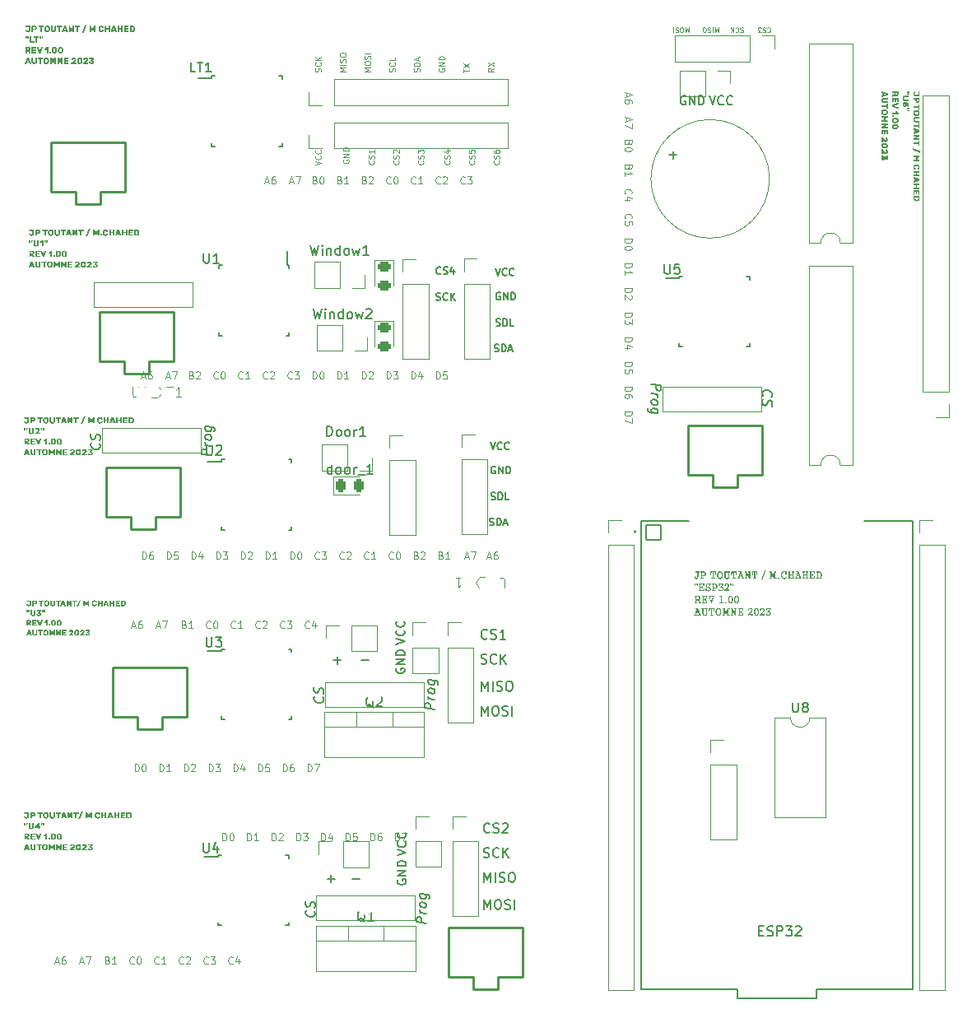
<source format=gbr>
%TF.GenerationSoftware,KiCad,Pcbnew,7.0.7*%
%TF.CreationDate,2023-11-05T16:16:46-05:00*%
%TF.ProjectId,MaisonEtape1,4d616973-6f6e-4457-9461-7065312e6b69,rev?*%
%TF.SameCoordinates,Original*%
%TF.FileFunction,Legend,Top*%
%TF.FilePolarity,Positive*%
%FSLAX46Y46*%
G04 Gerber Fmt 4.6, Leading zero omitted, Abs format (unit mm)*
G04 Created by KiCad (PCBNEW 7.0.7) date 2023-11-05 16:16:46*
%MOMM*%
%LPD*%
G01*
G04 APERTURE LIST*
G04 Aperture macros list*
%AMRoundRect*
0 Rectangle with rounded corners*
0 $1 Rounding radius*
0 $2 $3 $4 $5 $6 $7 $8 $9 X,Y pos of 4 corners*
0 Add a 4 corners polygon primitive as box body*
4,1,4,$2,$3,$4,$5,$6,$7,$8,$9,$2,$3,0*
0 Add four circle primitives for the rounded corners*
1,1,$1+$1,$2,$3*
1,1,$1+$1,$4,$5*
1,1,$1+$1,$6,$7*
1,1,$1+$1,$8,$9*
0 Add four rect primitives between the rounded corners*
20,1,$1+$1,$2,$3,$4,$5,0*
20,1,$1+$1,$4,$5,$6,$7,0*
20,1,$1+$1,$6,$7,$8,$9,0*
20,1,$1+$1,$8,$9,$2,$3,0*%
%AMFreePoly0*
4,1,5,0.762000,-1.524000,-0.762000,-1.524000,-0.762000,1.524000,0.762000,1.524000,0.762000,-1.524000,0.762000,-1.524000,$1*%
%AMFreePoly1*
4,1,5,0.762000,-1.200000,-0.762000,-1.200000,-0.762000,1.200000,0.762000,1.200000,0.762000,-1.200000,0.762000,-1.200000,$1*%
%AMFreePoly2*
4,1,5,0.762000,-1.050000,-0.762000,-1.050000,-0.762000,1.050000,0.762000,1.050000,0.762000,-1.050000,0.762000,-1.050000,$1*%
%AMFreePoly3*
4,1,5,0.762000,-1.000000,-0.762000,-1.000000,-0.762000,1.000000,0.762000,1.000000,0.762000,-1.000000,0.762000,-1.000000,$1*%
G04 Aperture macros list end*
%ADD10C,0.100000*%
%ADD11C,0.200000*%
%ADD12C,0.120000*%
%ADD13C,0.187500*%
%ADD14C,0.125000*%
%ADD15C,0.150000*%
%ADD16C,0.250000*%
%ADD17C,0.127000*%
%ADD18RoundRect,0.243750X-0.456250X0.243750X-0.456250X-0.243750X0.456250X-0.243750X0.456250X0.243750X0*%
%ADD19FreePoly0,180.000000*%
%ADD20FreePoly1,180.000000*%
%ADD21R,1.700000X1.700000*%
%ADD22O,1.700000X1.700000*%
%ADD23C,1.750000*%
%ADD24C,0.800000*%
%ADD25C,6.400000*%
%ADD26FreePoly0,0.000000*%
%ADD27FreePoly2,0.000000*%
%ADD28R,2.000000X2.000000*%
%ADD29C,2.000000*%
%ADD30R,2.400000X1.600000*%
%ADD31O,2.400000X1.600000*%
%ADD32RoundRect,0.102000X-0.765000X-0.765000X0.765000X-0.765000X0.765000X0.765000X-0.765000X0.765000X0*%
%ADD33C,1.734000*%
%ADD34R,0.550000X1.600000*%
%ADD35R,1.600000X0.550000*%
%ADD36FreePoly3,0.000000*%
%ADD37C,1.500000*%
%ADD38R,1.905000X2.000000*%
%ADD39O,1.905000X2.000000*%
%ADD40FreePoly0,270.000000*%
%ADD41R,1.600000X1.600000*%
%ADD42O,1.600000X1.600000*%
%ADD43RoundRect,0.243750X-0.243750X-0.456250X0.243750X-0.456250X0.243750X0.456250X-0.243750X0.456250X0*%
G04 APERTURE END LIST*
D10*
X129831931Y-96859585D02*
X129796217Y-96895300D01*
X129796217Y-96895300D02*
X129689074Y-96931014D01*
X129689074Y-96931014D02*
X129617646Y-96931014D01*
X129617646Y-96931014D02*
X129510503Y-96895300D01*
X129510503Y-96895300D02*
X129439074Y-96823871D01*
X129439074Y-96823871D02*
X129403360Y-96752442D01*
X129403360Y-96752442D02*
X129367646Y-96609585D01*
X129367646Y-96609585D02*
X129367646Y-96502442D01*
X129367646Y-96502442D02*
X129403360Y-96359585D01*
X129403360Y-96359585D02*
X129439074Y-96288157D01*
X129439074Y-96288157D02*
X129510503Y-96216728D01*
X129510503Y-96216728D02*
X129617646Y-96181014D01*
X129617646Y-96181014D02*
X129689074Y-96181014D01*
X129689074Y-96181014D02*
X129796217Y-96216728D01*
X129796217Y-96216728D02*
X129831931Y-96252442D01*
X130546217Y-96931014D02*
X130117646Y-96931014D01*
X130331931Y-96931014D02*
X130331931Y-96181014D01*
X130331931Y-96181014D02*
X130260503Y-96288157D01*
X130260503Y-96288157D02*
X130189074Y-96359585D01*
X130189074Y-96359585D02*
X130117646Y-96395300D01*
X110861360Y-118775014D02*
X110861360Y-118025014D01*
X110861360Y-118025014D02*
X111039931Y-118025014D01*
X111039931Y-118025014D02*
X111147074Y-118060728D01*
X111147074Y-118060728D02*
X111218503Y-118132157D01*
X111218503Y-118132157D02*
X111254217Y-118203585D01*
X111254217Y-118203585D02*
X111289931Y-118346442D01*
X111289931Y-118346442D02*
X111289931Y-118453585D01*
X111289931Y-118453585D02*
X111254217Y-118596442D01*
X111254217Y-118596442D02*
X111218503Y-118667871D01*
X111218503Y-118667871D02*
X111147074Y-118739300D01*
X111147074Y-118739300D02*
X111039931Y-118775014D01*
X111039931Y-118775014D02*
X110861360Y-118775014D01*
X111575646Y-118096442D02*
X111611360Y-118060728D01*
X111611360Y-118060728D02*
X111682789Y-118025014D01*
X111682789Y-118025014D02*
X111861360Y-118025014D01*
X111861360Y-118025014D02*
X111932789Y-118060728D01*
X111932789Y-118060728D02*
X111968503Y-118096442D01*
X111968503Y-118096442D02*
X112004217Y-118167871D01*
X112004217Y-118167871D02*
X112004217Y-118239300D01*
X112004217Y-118239300D02*
X111968503Y-118346442D01*
X111968503Y-118346442D02*
X111539931Y-118775014D01*
X111539931Y-118775014D02*
X112004217Y-118775014D01*
X139781646Y-96716728D02*
X140138789Y-96716728D01*
X139710217Y-96931014D02*
X139960217Y-96181014D01*
X139960217Y-96181014D02*
X140210217Y-96931014D01*
X140388788Y-96181014D02*
X140888788Y-96181014D01*
X140888788Y-96181014D02*
X140567360Y-96931014D01*
X118481360Y-118775014D02*
X118481360Y-118025014D01*
X118481360Y-118025014D02*
X118659931Y-118025014D01*
X118659931Y-118025014D02*
X118767074Y-118060728D01*
X118767074Y-118060728D02*
X118838503Y-118132157D01*
X118838503Y-118132157D02*
X118874217Y-118203585D01*
X118874217Y-118203585D02*
X118909931Y-118346442D01*
X118909931Y-118346442D02*
X118909931Y-118453585D01*
X118909931Y-118453585D02*
X118874217Y-118596442D01*
X118874217Y-118596442D02*
X118838503Y-118667871D01*
X118838503Y-118667871D02*
X118767074Y-118739300D01*
X118767074Y-118739300D02*
X118659931Y-118775014D01*
X118659931Y-118775014D02*
X118481360Y-118775014D01*
X119588503Y-118025014D02*
X119231360Y-118025014D01*
X119231360Y-118025014D02*
X119195646Y-118382157D01*
X119195646Y-118382157D02*
X119231360Y-118346442D01*
X119231360Y-118346442D02*
X119302789Y-118310728D01*
X119302789Y-118310728D02*
X119481360Y-118310728D01*
X119481360Y-118310728D02*
X119552789Y-118346442D01*
X119552789Y-118346442D02*
X119588503Y-118382157D01*
X119588503Y-118382157D02*
X119624217Y-118453585D01*
X119624217Y-118453585D02*
X119624217Y-118632157D01*
X119624217Y-118632157D02*
X119588503Y-118703585D01*
X119588503Y-118703585D02*
X119552789Y-118739300D01*
X119552789Y-118739300D02*
X119481360Y-118775014D01*
X119481360Y-118775014D02*
X119302789Y-118775014D01*
X119302789Y-118775014D02*
X119231360Y-118739300D01*
X119231360Y-118739300D02*
X119195646Y-118703585D01*
D11*
X141466673Y-110497219D02*
X141466673Y-109497219D01*
X141466673Y-109497219D02*
X141800006Y-110211504D01*
X141800006Y-110211504D02*
X142133339Y-109497219D01*
X142133339Y-109497219D02*
X142133339Y-110497219D01*
X142609530Y-110497219D02*
X142609530Y-109497219D01*
X143038101Y-110449600D02*
X143180958Y-110497219D01*
X143180958Y-110497219D02*
X143419053Y-110497219D01*
X143419053Y-110497219D02*
X143514291Y-110449600D01*
X143514291Y-110449600D02*
X143561910Y-110401980D01*
X143561910Y-110401980D02*
X143609529Y-110306742D01*
X143609529Y-110306742D02*
X143609529Y-110211504D01*
X143609529Y-110211504D02*
X143561910Y-110116266D01*
X143561910Y-110116266D02*
X143514291Y-110068647D01*
X143514291Y-110068647D02*
X143419053Y-110021028D01*
X143419053Y-110021028D02*
X143228577Y-109973409D01*
X143228577Y-109973409D02*
X143133339Y-109925790D01*
X143133339Y-109925790D02*
X143085720Y-109878171D01*
X143085720Y-109878171D02*
X143038101Y-109782933D01*
X143038101Y-109782933D02*
X143038101Y-109687695D01*
X143038101Y-109687695D02*
X143085720Y-109592457D01*
X143085720Y-109592457D02*
X143133339Y-109544838D01*
X143133339Y-109544838D02*
X143228577Y-109497219D01*
X143228577Y-109497219D02*
X143466672Y-109497219D01*
X143466672Y-109497219D02*
X143609529Y-109544838D01*
X144228577Y-109497219D02*
X144419053Y-109497219D01*
X144419053Y-109497219D02*
X144514291Y-109544838D01*
X144514291Y-109544838D02*
X144609529Y-109640076D01*
X144609529Y-109640076D02*
X144657148Y-109830552D01*
X144657148Y-109830552D02*
X144657148Y-110163885D01*
X144657148Y-110163885D02*
X144609529Y-110354361D01*
X144609529Y-110354361D02*
X144514291Y-110449600D01*
X144514291Y-110449600D02*
X144419053Y-110497219D01*
X144419053Y-110497219D02*
X144228577Y-110497219D01*
X144228577Y-110497219D02*
X144133339Y-110449600D01*
X144133339Y-110449600D02*
X144038101Y-110354361D01*
X144038101Y-110354361D02*
X143990482Y-110163885D01*
X143990482Y-110163885D02*
X143990482Y-109830552D01*
X143990482Y-109830552D02*
X144038101Y-109640076D01*
X144038101Y-109640076D02*
X144133339Y-109544838D01*
X144133339Y-109544838D02*
X144228577Y-109497219D01*
D12*
X124347431Y-56378918D02*
X124947431Y-56178918D01*
X124947431Y-56178918D02*
X124347431Y-55978918D01*
X124890288Y-55436060D02*
X124918860Y-55464632D01*
X124918860Y-55464632D02*
X124947431Y-55550346D01*
X124947431Y-55550346D02*
X124947431Y-55607489D01*
X124947431Y-55607489D02*
X124918860Y-55693203D01*
X124918860Y-55693203D02*
X124861717Y-55750346D01*
X124861717Y-55750346D02*
X124804574Y-55778917D01*
X124804574Y-55778917D02*
X124690288Y-55807489D01*
X124690288Y-55807489D02*
X124604574Y-55807489D01*
X124604574Y-55807489D02*
X124490288Y-55778917D01*
X124490288Y-55778917D02*
X124433145Y-55750346D01*
X124433145Y-55750346D02*
X124376002Y-55693203D01*
X124376002Y-55693203D02*
X124347431Y-55607489D01*
X124347431Y-55607489D02*
X124347431Y-55550346D01*
X124347431Y-55550346D02*
X124376002Y-55464632D01*
X124376002Y-55464632D02*
X124404574Y-55436060D01*
X124890288Y-54836060D02*
X124918860Y-54864632D01*
X124918860Y-54864632D02*
X124947431Y-54950346D01*
X124947431Y-54950346D02*
X124947431Y-55007489D01*
X124947431Y-55007489D02*
X124918860Y-55093203D01*
X124918860Y-55093203D02*
X124861717Y-55150346D01*
X124861717Y-55150346D02*
X124804574Y-55178917D01*
X124804574Y-55178917D02*
X124690288Y-55207489D01*
X124690288Y-55207489D02*
X124604574Y-55207489D01*
X124604574Y-55207489D02*
X124490288Y-55178917D01*
X124490288Y-55178917D02*
X124433145Y-55150346D01*
X124433145Y-55150346D02*
X124376002Y-55093203D01*
X124376002Y-55093203D02*
X124347431Y-55007489D01*
X124347431Y-55007489D02*
X124347431Y-54950346D01*
X124347431Y-54950346D02*
X124376002Y-54864632D01*
X124376002Y-54864632D02*
X124404574Y-54836060D01*
D11*
X141673054Y-127581600D02*
X141815911Y-127629219D01*
X141815911Y-127629219D02*
X142054006Y-127629219D01*
X142054006Y-127629219D02*
X142149244Y-127581600D01*
X142149244Y-127581600D02*
X142196863Y-127533980D01*
X142196863Y-127533980D02*
X142244482Y-127438742D01*
X142244482Y-127438742D02*
X142244482Y-127343504D01*
X142244482Y-127343504D02*
X142196863Y-127248266D01*
X142196863Y-127248266D02*
X142149244Y-127200647D01*
X142149244Y-127200647D02*
X142054006Y-127153028D01*
X142054006Y-127153028D02*
X141863530Y-127105409D01*
X141863530Y-127105409D02*
X141768292Y-127057790D01*
X141768292Y-127057790D02*
X141720673Y-127010171D01*
X141720673Y-127010171D02*
X141673054Y-126914933D01*
X141673054Y-126914933D02*
X141673054Y-126819695D01*
X141673054Y-126819695D02*
X141720673Y-126724457D01*
X141720673Y-126724457D02*
X141768292Y-126676838D01*
X141768292Y-126676838D02*
X141863530Y-126629219D01*
X141863530Y-126629219D02*
X142101625Y-126629219D01*
X142101625Y-126629219D02*
X142244482Y-126676838D01*
X143244482Y-127533980D02*
X143196863Y-127581600D01*
X143196863Y-127581600D02*
X143054006Y-127629219D01*
X143054006Y-127629219D02*
X142958768Y-127629219D01*
X142958768Y-127629219D02*
X142815911Y-127581600D01*
X142815911Y-127581600D02*
X142720673Y-127486361D01*
X142720673Y-127486361D02*
X142673054Y-127391123D01*
X142673054Y-127391123D02*
X142625435Y-127200647D01*
X142625435Y-127200647D02*
X142625435Y-127057790D01*
X142625435Y-127057790D02*
X142673054Y-126867314D01*
X142673054Y-126867314D02*
X142720673Y-126772076D01*
X142720673Y-126772076D02*
X142815911Y-126676838D01*
X142815911Y-126676838D02*
X142958768Y-126629219D01*
X142958768Y-126629219D02*
X143054006Y-126629219D01*
X143054006Y-126629219D02*
X143196863Y-126676838D01*
X143196863Y-126676838D02*
X143244482Y-126724457D01*
X143673054Y-127629219D02*
X143673054Y-126629219D01*
X144244482Y-127629219D02*
X143815911Y-127057790D01*
X144244482Y-126629219D02*
X143673054Y-127200647D01*
D10*
X129399360Y-57930157D02*
X129506503Y-57965871D01*
X129506503Y-57965871D02*
X129542217Y-58001585D01*
X129542217Y-58001585D02*
X129577931Y-58073014D01*
X129577931Y-58073014D02*
X129577931Y-58180157D01*
X129577931Y-58180157D02*
X129542217Y-58251585D01*
X129542217Y-58251585D02*
X129506503Y-58287300D01*
X129506503Y-58287300D02*
X129435074Y-58323014D01*
X129435074Y-58323014D02*
X129149360Y-58323014D01*
X129149360Y-58323014D02*
X129149360Y-57573014D01*
X129149360Y-57573014D02*
X129399360Y-57573014D01*
X129399360Y-57573014D02*
X129470789Y-57608728D01*
X129470789Y-57608728D02*
X129506503Y-57644442D01*
X129506503Y-57644442D02*
X129542217Y-57715871D01*
X129542217Y-57715871D02*
X129542217Y-57787300D01*
X129542217Y-57787300D02*
X129506503Y-57858728D01*
X129506503Y-57858728D02*
X129470789Y-57894442D01*
X129470789Y-57894442D02*
X129399360Y-57930157D01*
X129399360Y-57930157D02*
X129149360Y-57930157D01*
X129863646Y-57644442D02*
X129899360Y-57608728D01*
X129899360Y-57608728D02*
X129970789Y-57573014D01*
X129970789Y-57573014D02*
X130149360Y-57573014D01*
X130149360Y-57573014D02*
X130220789Y-57608728D01*
X130220789Y-57608728D02*
X130256503Y-57644442D01*
X130256503Y-57644442D02*
X130292217Y-57715871D01*
X130292217Y-57715871D02*
X130292217Y-57787300D01*
X130292217Y-57787300D02*
X130256503Y-57894442D01*
X130256503Y-57894442D02*
X129827931Y-58323014D01*
X129827931Y-58323014D02*
X130292217Y-58323014D01*
D12*
X124918860Y-46796775D02*
X124947431Y-46711061D01*
X124947431Y-46711061D02*
X124947431Y-46568203D01*
X124947431Y-46568203D02*
X124918860Y-46511061D01*
X124918860Y-46511061D02*
X124890288Y-46482489D01*
X124890288Y-46482489D02*
X124833145Y-46453918D01*
X124833145Y-46453918D02*
X124776002Y-46453918D01*
X124776002Y-46453918D02*
X124718860Y-46482489D01*
X124718860Y-46482489D02*
X124690288Y-46511061D01*
X124690288Y-46511061D02*
X124661717Y-46568203D01*
X124661717Y-46568203D02*
X124633145Y-46682489D01*
X124633145Y-46682489D02*
X124604574Y-46739632D01*
X124604574Y-46739632D02*
X124576002Y-46768203D01*
X124576002Y-46768203D02*
X124518860Y-46796775D01*
X124518860Y-46796775D02*
X124461717Y-46796775D01*
X124461717Y-46796775D02*
X124404574Y-46768203D01*
X124404574Y-46768203D02*
X124376002Y-46739632D01*
X124376002Y-46739632D02*
X124347431Y-46682489D01*
X124347431Y-46682489D02*
X124347431Y-46539632D01*
X124347431Y-46539632D02*
X124376002Y-46453918D01*
X124890288Y-45853917D02*
X124918860Y-45882489D01*
X124918860Y-45882489D02*
X124947431Y-45968203D01*
X124947431Y-45968203D02*
X124947431Y-46025346D01*
X124947431Y-46025346D02*
X124918860Y-46111060D01*
X124918860Y-46111060D02*
X124861717Y-46168203D01*
X124861717Y-46168203D02*
X124804574Y-46196774D01*
X124804574Y-46196774D02*
X124690288Y-46225346D01*
X124690288Y-46225346D02*
X124604574Y-46225346D01*
X124604574Y-46225346D02*
X124490288Y-46196774D01*
X124490288Y-46196774D02*
X124433145Y-46168203D01*
X124433145Y-46168203D02*
X124376002Y-46111060D01*
X124376002Y-46111060D02*
X124347431Y-46025346D01*
X124347431Y-46025346D02*
X124347431Y-45968203D01*
X124347431Y-45968203D02*
X124376002Y-45882489D01*
X124376002Y-45882489D02*
X124404574Y-45853917D01*
X124947431Y-45596774D02*
X124347431Y-45596774D01*
X124947431Y-45253917D02*
X124604574Y-45511060D01*
X124347431Y-45253917D02*
X124690288Y-45596774D01*
D10*
X137273360Y-96538157D02*
X137380503Y-96573871D01*
X137380503Y-96573871D02*
X137416217Y-96609585D01*
X137416217Y-96609585D02*
X137451931Y-96681014D01*
X137451931Y-96681014D02*
X137451931Y-96788157D01*
X137451931Y-96788157D02*
X137416217Y-96859585D01*
X137416217Y-96859585D02*
X137380503Y-96895300D01*
X137380503Y-96895300D02*
X137309074Y-96931014D01*
X137309074Y-96931014D02*
X137023360Y-96931014D01*
X137023360Y-96931014D02*
X137023360Y-96181014D01*
X137023360Y-96181014D02*
X137273360Y-96181014D01*
X137273360Y-96181014D02*
X137344789Y-96216728D01*
X137344789Y-96216728D02*
X137380503Y-96252442D01*
X137380503Y-96252442D02*
X137416217Y-96323871D01*
X137416217Y-96323871D02*
X137416217Y-96395300D01*
X137416217Y-96395300D02*
X137380503Y-96466728D01*
X137380503Y-96466728D02*
X137344789Y-96502442D01*
X137344789Y-96502442D02*
X137273360Y-96538157D01*
X137273360Y-96538157D02*
X137023360Y-96538157D01*
X138166217Y-96931014D02*
X137737646Y-96931014D01*
X137951931Y-96931014D02*
X137951931Y-96181014D01*
X137951931Y-96181014D02*
X137880503Y-96288157D01*
X137880503Y-96288157D02*
X137809074Y-96359585D01*
X137809074Y-96359585D02*
X137737646Y-96395300D01*
X156179985Y-69078360D02*
X156929985Y-69078360D01*
X156929985Y-69078360D02*
X156929985Y-69256931D01*
X156929985Y-69256931D02*
X156894271Y-69364074D01*
X156894271Y-69364074D02*
X156822842Y-69435503D01*
X156822842Y-69435503D02*
X156751414Y-69471217D01*
X156751414Y-69471217D02*
X156608557Y-69506931D01*
X156608557Y-69506931D02*
X156501414Y-69506931D01*
X156501414Y-69506931D02*
X156358557Y-69471217D01*
X156358557Y-69471217D02*
X156287128Y-69435503D01*
X156287128Y-69435503D02*
X156215700Y-69364074D01*
X156215700Y-69364074D02*
X156179985Y-69256931D01*
X156179985Y-69256931D02*
X156179985Y-69078360D01*
X156858557Y-69792646D02*
X156894271Y-69828360D01*
X156894271Y-69828360D02*
X156929985Y-69899789D01*
X156929985Y-69899789D02*
X156929985Y-70078360D01*
X156929985Y-70078360D02*
X156894271Y-70149789D01*
X156894271Y-70149789D02*
X156858557Y-70185503D01*
X156858557Y-70185503D02*
X156787128Y-70221217D01*
X156787128Y-70221217D02*
X156715700Y-70221217D01*
X156715700Y-70221217D02*
X156608557Y-70185503D01*
X156608557Y-70185503D02*
X156179985Y-69756931D01*
X156179985Y-69756931D02*
X156179985Y-70221217D01*
D12*
X143246188Y-55950346D02*
X143274760Y-55978918D01*
X143274760Y-55978918D02*
X143303331Y-56064632D01*
X143303331Y-56064632D02*
X143303331Y-56121775D01*
X143303331Y-56121775D02*
X143274760Y-56207489D01*
X143274760Y-56207489D02*
X143217617Y-56264632D01*
X143217617Y-56264632D02*
X143160474Y-56293203D01*
X143160474Y-56293203D02*
X143046188Y-56321775D01*
X143046188Y-56321775D02*
X142960474Y-56321775D01*
X142960474Y-56321775D02*
X142846188Y-56293203D01*
X142846188Y-56293203D02*
X142789045Y-56264632D01*
X142789045Y-56264632D02*
X142731902Y-56207489D01*
X142731902Y-56207489D02*
X142703331Y-56121775D01*
X142703331Y-56121775D02*
X142703331Y-56064632D01*
X142703331Y-56064632D02*
X142731902Y-55978918D01*
X142731902Y-55978918D02*
X142760474Y-55950346D01*
X143274760Y-55721775D02*
X143303331Y-55636061D01*
X143303331Y-55636061D02*
X143303331Y-55493203D01*
X143303331Y-55493203D02*
X143274760Y-55436061D01*
X143274760Y-55436061D02*
X143246188Y-55407489D01*
X143246188Y-55407489D02*
X143189045Y-55378918D01*
X143189045Y-55378918D02*
X143131902Y-55378918D01*
X143131902Y-55378918D02*
X143074760Y-55407489D01*
X143074760Y-55407489D02*
X143046188Y-55436061D01*
X143046188Y-55436061D02*
X143017617Y-55493203D01*
X143017617Y-55493203D02*
X142989045Y-55607489D01*
X142989045Y-55607489D02*
X142960474Y-55664632D01*
X142960474Y-55664632D02*
X142931902Y-55693203D01*
X142931902Y-55693203D02*
X142874760Y-55721775D01*
X142874760Y-55721775D02*
X142817617Y-55721775D01*
X142817617Y-55721775D02*
X142760474Y-55693203D01*
X142760474Y-55693203D02*
X142731902Y-55664632D01*
X142731902Y-55664632D02*
X142703331Y-55607489D01*
X142703331Y-55607489D02*
X142703331Y-55464632D01*
X142703331Y-55464632D02*
X142731902Y-55378918D01*
X142703331Y-54864632D02*
X142703331Y-54978917D01*
X142703331Y-54978917D02*
X142731902Y-55036060D01*
X142731902Y-55036060D02*
X142760474Y-55064632D01*
X142760474Y-55064632D02*
X142846188Y-55121774D01*
X142846188Y-55121774D02*
X142960474Y-55150346D01*
X142960474Y-55150346D02*
X143189045Y-55150346D01*
X143189045Y-55150346D02*
X143246188Y-55121774D01*
X143246188Y-55121774D02*
X143274760Y-55093203D01*
X143274760Y-55093203D02*
X143303331Y-55036060D01*
X143303331Y-55036060D02*
X143303331Y-54921774D01*
X143303331Y-54921774D02*
X143274760Y-54864632D01*
X143274760Y-54864632D02*
X143246188Y-54836060D01*
X143246188Y-54836060D02*
X143189045Y-54807489D01*
X143189045Y-54807489D02*
X143046188Y-54807489D01*
X143046188Y-54807489D02*
X142989045Y-54836060D01*
X142989045Y-54836060D02*
X142960474Y-54864632D01*
X142960474Y-54864632D02*
X142931902Y-54921774D01*
X142931902Y-54921774D02*
X142931902Y-55036060D01*
X142931902Y-55036060D02*
X142960474Y-55093203D01*
X142960474Y-55093203D02*
X142989045Y-55121774D01*
X142989045Y-55121774D02*
X143046188Y-55150346D01*
D10*
X127291931Y-96859585D02*
X127256217Y-96895300D01*
X127256217Y-96895300D02*
X127149074Y-96931014D01*
X127149074Y-96931014D02*
X127077646Y-96931014D01*
X127077646Y-96931014D02*
X126970503Y-96895300D01*
X126970503Y-96895300D02*
X126899074Y-96823871D01*
X126899074Y-96823871D02*
X126863360Y-96752442D01*
X126863360Y-96752442D02*
X126827646Y-96609585D01*
X126827646Y-96609585D02*
X126827646Y-96502442D01*
X126827646Y-96502442D02*
X126863360Y-96359585D01*
X126863360Y-96359585D02*
X126899074Y-96288157D01*
X126899074Y-96288157D02*
X126970503Y-96216728D01*
X126970503Y-96216728D02*
X127077646Y-96181014D01*
X127077646Y-96181014D02*
X127149074Y-96181014D01*
X127149074Y-96181014D02*
X127256217Y-96216728D01*
X127256217Y-96216728D02*
X127291931Y-96252442D01*
X127577646Y-96252442D02*
X127613360Y-96216728D01*
X127613360Y-96216728D02*
X127684789Y-96181014D01*
X127684789Y-96181014D02*
X127863360Y-96181014D01*
X127863360Y-96181014D02*
X127934789Y-96216728D01*
X127934789Y-96216728D02*
X127970503Y-96252442D01*
X127970503Y-96252442D02*
X128006217Y-96323871D01*
X128006217Y-96323871D02*
X128006217Y-96395300D01*
X128006217Y-96395300D02*
X127970503Y-96502442D01*
X127970503Y-96502442D02*
X127541931Y-96931014D01*
X127541931Y-96931014D02*
X128006217Y-96931014D01*
X156179985Y-74158360D02*
X156929985Y-74158360D01*
X156929985Y-74158360D02*
X156929985Y-74336931D01*
X156929985Y-74336931D02*
X156894271Y-74444074D01*
X156894271Y-74444074D02*
X156822842Y-74515503D01*
X156822842Y-74515503D02*
X156751414Y-74551217D01*
X156751414Y-74551217D02*
X156608557Y-74586931D01*
X156608557Y-74586931D02*
X156501414Y-74586931D01*
X156501414Y-74586931D02*
X156358557Y-74551217D01*
X156358557Y-74551217D02*
X156287128Y-74515503D01*
X156287128Y-74515503D02*
X156215700Y-74444074D01*
X156215700Y-74444074D02*
X156179985Y-74336931D01*
X156179985Y-74336931D02*
X156179985Y-74158360D01*
X156679985Y-75229789D02*
X156179985Y-75229789D01*
X156965700Y-75051217D02*
X156429985Y-74872646D01*
X156429985Y-74872646D02*
X156429985Y-75336931D01*
X105491646Y-103828728D02*
X105848789Y-103828728D01*
X105420217Y-104043014D02*
X105670217Y-103293014D01*
X105670217Y-103293014D02*
X105920217Y-104043014D01*
X106491646Y-103293014D02*
X106348788Y-103293014D01*
X106348788Y-103293014D02*
X106277360Y-103328728D01*
X106277360Y-103328728D02*
X106241646Y-103364442D01*
X106241646Y-103364442D02*
X106170217Y-103471585D01*
X106170217Y-103471585D02*
X106134503Y-103614442D01*
X106134503Y-103614442D02*
X106134503Y-103900157D01*
X106134503Y-103900157D02*
X106170217Y-103971585D01*
X106170217Y-103971585D02*
X106205931Y-104007300D01*
X106205931Y-104007300D02*
X106277360Y-104043014D01*
X106277360Y-104043014D02*
X106420217Y-104043014D01*
X106420217Y-104043014D02*
X106491646Y-104007300D01*
X106491646Y-104007300D02*
X106527360Y-103971585D01*
X106527360Y-103971585D02*
X106563074Y-103900157D01*
X106563074Y-103900157D02*
X106563074Y-103721585D01*
X106563074Y-103721585D02*
X106527360Y-103650157D01*
X106527360Y-103650157D02*
X106491646Y-103614442D01*
X106491646Y-103614442D02*
X106420217Y-103578728D01*
X106420217Y-103578728D02*
X106277360Y-103578728D01*
X106277360Y-103578728D02*
X106205931Y-103614442D01*
X106205931Y-103614442D02*
X106170217Y-103650157D01*
X106170217Y-103650157D02*
X106134503Y-103721585D01*
X119417931Y-78317585D02*
X119382217Y-78353300D01*
X119382217Y-78353300D02*
X119275074Y-78389014D01*
X119275074Y-78389014D02*
X119203646Y-78389014D01*
X119203646Y-78389014D02*
X119096503Y-78353300D01*
X119096503Y-78353300D02*
X119025074Y-78281871D01*
X119025074Y-78281871D02*
X118989360Y-78210442D01*
X118989360Y-78210442D02*
X118953646Y-78067585D01*
X118953646Y-78067585D02*
X118953646Y-77960442D01*
X118953646Y-77960442D02*
X118989360Y-77817585D01*
X118989360Y-77817585D02*
X119025074Y-77746157D01*
X119025074Y-77746157D02*
X119096503Y-77674728D01*
X119096503Y-77674728D02*
X119203646Y-77639014D01*
X119203646Y-77639014D02*
X119275074Y-77639014D01*
X119275074Y-77639014D02*
X119382217Y-77674728D01*
X119382217Y-77674728D02*
X119417931Y-77710442D01*
X119703646Y-77710442D02*
X119739360Y-77674728D01*
X119739360Y-77674728D02*
X119810789Y-77639014D01*
X119810789Y-77639014D02*
X119989360Y-77639014D01*
X119989360Y-77639014D02*
X120060789Y-77674728D01*
X120060789Y-77674728D02*
X120096503Y-77710442D01*
X120096503Y-77710442D02*
X120132217Y-77781871D01*
X120132217Y-77781871D02*
X120132217Y-77853300D01*
X120132217Y-77853300D02*
X120096503Y-77960442D01*
X120096503Y-77960442D02*
X119667931Y-78389014D01*
X119667931Y-78389014D02*
X120132217Y-78389014D01*
X156572842Y-56628360D02*
X156537128Y-56735503D01*
X156537128Y-56735503D02*
X156501414Y-56771217D01*
X156501414Y-56771217D02*
X156429985Y-56806931D01*
X156429985Y-56806931D02*
X156322842Y-56806931D01*
X156322842Y-56806931D02*
X156251414Y-56771217D01*
X156251414Y-56771217D02*
X156215700Y-56735503D01*
X156215700Y-56735503D02*
X156179985Y-56664074D01*
X156179985Y-56664074D02*
X156179985Y-56378360D01*
X156179985Y-56378360D02*
X156929985Y-56378360D01*
X156929985Y-56378360D02*
X156929985Y-56628360D01*
X156929985Y-56628360D02*
X156894271Y-56699789D01*
X156894271Y-56699789D02*
X156858557Y-56735503D01*
X156858557Y-56735503D02*
X156787128Y-56771217D01*
X156787128Y-56771217D02*
X156715700Y-56771217D01*
X156715700Y-56771217D02*
X156644271Y-56735503D01*
X156644271Y-56735503D02*
X156608557Y-56699789D01*
X156608557Y-56699789D02*
X156572842Y-56628360D01*
X156572842Y-56628360D02*
X156572842Y-56378360D01*
X156179985Y-57521217D02*
X156179985Y-57092646D01*
X156179985Y-57306931D02*
X156929985Y-57306931D01*
X156929985Y-57306931D02*
X156822842Y-57235503D01*
X156822842Y-57235503D02*
X156751414Y-57164074D01*
X156751414Y-57164074D02*
X156715700Y-57092646D01*
X132591360Y-125869614D02*
X132591360Y-125119614D01*
X132591360Y-125119614D02*
X132769931Y-125119614D01*
X132769931Y-125119614D02*
X132877074Y-125155328D01*
X132877074Y-125155328D02*
X132948503Y-125226757D01*
X132948503Y-125226757D02*
X132984217Y-125298185D01*
X132984217Y-125298185D02*
X133019931Y-125441042D01*
X133019931Y-125441042D02*
X133019931Y-125548185D01*
X133019931Y-125548185D02*
X132984217Y-125691042D01*
X132984217Y-125691042D02*
X132948503Y-125762471D01*
X132948503Y-125762471D02*
X132877074Y-125833900D01*
X132877074Y-125833900D02*
X132769931Y-125869614D01*
X132769931Y-125869614D02*
X132591360Y-125869614D01*
X133269931Y-125119614D02*
X133769931Y-125119614D01*
X133769931Y-125119614D02*
X133448503Y-125869614D01*
X108241931Y-138515585D02*
X108206217Y-138551300D01*
X108206217Y-138551300D02*
X108099074Y-138587014D01*
X108099074Y-138587014D02*
X108027646Y-138587014D01*
X108027646Y-138587014D02*
X107920503Y-138551300D01*
X107920503Y-138551300D02*
X107849074Y-138479871D01*
X107849074Y-138479871D02*
X107813360Y-138408442D01*
X107813360Y-138408442D02*
X107777646Y-138265585D01*
X107777646Y-138265585D02*
X107777646Y-138158442D01*
X107777646Y-138158442D02*
X107813360Y-138015585D01*
X107813360Y-138015585D02*
X107849074Y-137944157D01*
X107849074Y-137944157D02*
X107920503Y-137872728D01*
X107920503Y-137872728D02*
X108027646Y-137837014D01*
X108027646Y-137837014D02*
X108099074Y-137837014D01*
X108099074Y-137837014D02*
X108206217Y-137872728D01*
X108206217Y-137872728D02*
X108241931Y-137908442D01*
X108956217Y-138587014D02*
X108527646Y-138587014D01*
X108741931Y-138587014D02*
X108741931Y-137837014D01*
X108741931Y-137837014D02*
X108670503Y-137944157D01*
X108670503Y-137944157D02*
X108599074Y-138015585D01*
X108599074Y-138015585D02*
X108527646Y-138051300D01*
X131689360Y-78389014D02*
X131689360Y-77639014D01*
X131689360Y-77639014D02*
X131867931Y-77639014D01*
X131867931Y-77639014D02*
X131975074Y-77674728D01*
X131975074Y-77674728D02*
X132046503Y-77746157D01*
X132046503Y-77746157D02*
X132082217Y-77817585D01*
X132082217Y-77817585D02*
X132117931Y-77960442D01*
X132117931Y-77960442D02*
X132117931Y-78067585D01*
X132117931Y-78067585D02*
X132082217Y-78210442D01*
X132082217Y-78210442D02*
X132046503Y-78281871D01*
X132046503Y-78281871D02*
X131975074Y-78353300D01*
X131975074Y-78353300D02*
X131867931Y-78389014D01*
X131867931Y-78389014D02*
X131689360Y-78389014D01*
X132367931Y-77639014D02*
X132832217Y-77639014D01*
X132832217Y-77639014D02*
X132582217Y-77924728D01*
X132582217Y-77924728D02*
X132689360Y-77924728D01*
X132689360Y-77924728D02*
X132760789Y-77960442D01*
X132760789Y-77960442D02*
X132796503Y-77996157D01*
X132796503Y-77996157D02*
X132832217Y-78067585D01*
X132832217Y-78067585D02*
X132832217Y-78246157D01*
X132832217Y-78246157D02*
X132796503Y-78317585D01*
X132796503Y-78317585D02*
X132760789Y-78353300D01*
X132760789Y-78353300D02*
X132689360Y-78389014D01*
X132689360Y-78389014D02*
X132475074Y-78389014D01*
X132475074Y-78389014D02*
X132403646Y-78353300D01*
X132403646Y-78353300D02*
X132367931Y-78317585D01*
X122431360Y-125869614D02*
X122431360Y-125119614D01*
X122431360Y-125119614D02*
X122609931Y-125119614D01*
X122609931Y-125119614D02*
X122717074Y-125155328D01*
X122717074Y-125155328D02*
X122788503Y-125226757D01*
X122788503Y-125226757D02*
X122824217Y-125298185D01*
X122824217Y-125298185D02*
X122859931Y-125441042D01*
X122859931Y-125441042D02*
X122859931Y-125548185D01*
X122859931Y-125548185D02*
X122824217Y-125691042D01*
X122824217Y-125691042D02*
X122788503Y-125762471D01*
X122788503Y-125762471D02*
X122717074Y-125833900D01*
X122717074Y-125833900D02*
X122609931Y-125869614D01*
X122609931Y-125869614D02*
X122431360Y-125869614D01*
X123109931Y-125119614D02*
X123574217Y-125119614D01*
X123574217Y-125119614D02*
X123324217Y-125405328D01*
X123324217Y-125405328D02*
X123431360Y-125405328D01*
X123431360Y-125405328D02*
X123502789Y-125441042D01*
X123502789Y-125441042D02*
X123538503Y-125476757D01*
X123538503Y-125476757D02*
X123574217Y-125548185D01*
X123574217Y-125548185D02*
X123574217Y-125726757D01*
X123574217Y-125726757D02*
X123538503Y-125798185D01*
X123538503Y-125798185D02*
X123502789Y-125833900D01*
X123502789Y-125833900D02*
X123431360Y-125869614D01*
X123431360Y-125869614D02*
X123217074Y-125869614D01*
X123217074Y-125869614D02*
X123145646Y-125833900D01*
X123145646Y-125833900D02*
X123109931Y-125798185D01*
X113575931Y-103971585D02*
X113540217Y-104007300D01*
X113540217Y-104007300D02*
X113433074Y-104043014D01*
X113433074Y-104043014D02*
X113361646Y-104043014D01*
X113361646Y-104043014D02*
X113254503Y-104007300D01*
X113254503Y-104007300D02*
X113183074Y-103935871D01*
X113183074Y-103935871D02*
X113147360Y-103864442D01*
X113147360Y-103864442D02*
X113111646Y-103721585D01*
X113111646Y-103721585D02*
X113111646Y-103614442D01*
X113111646Y-103614442D02*
X113147360Y-103471585D01*
X113147360Y-103471585D02*
X113183074Y-103400157D01*
X113183074Y-103400157D02*
X113254503Y-103328728D01*
X113254503Y-103328728D02*
X113361646Y-103293014D01*
X113361646Y-103293014D02*
X113433074Y-103293014D01*
X113433074Y-103293014D02*
X113540217Y-103328728D01*
X113540217Y-103328728D02*
X113575931Y-103364442D01*
X114040217Y-103293014D02*
X114111646Y-103293014D01*
X114111646Y-103293014D02*
X114183074Y-103328728D01*
X114183074Y-103328728D02*
X114218789Y-103364442D01*
X114218789Y-103364442D02*
X114254503Y-103435871D01*
X114254503Y-103435871D02*
X114290217Y-103578728D01*
X114290217Y-103578728D02*
X114290217Y-103757300D01*
X114290217Y-103757300D02*
X114254503Y-103900157D01*
X114254503Y-103900157D02*
X114218789Y-103971585D01*
X114218789Y-103971585D02*
X114183074Y-104007300D01*
X114183074Y-104007300D02*
X114111646Y-104043014D01*
X114111646Y-104043014D02*
X114040217Y-104043014D01*
X114040217Y-104043014D02*
X113968789Y-104007300D01*
X113968789Y-104007300D02*
X113933074Y-103971585D01*
X113933074Y-103971585D02*
X113897360Y-103900157D01*
X113897360Y-103900157D02*
X113861646Y-103757300D01*
X113861646Y-103757300D02*
X113861646Y-103578728D01*
X113861646Y-103578728D02*
X113897360Y-103435871D01*
X113897360Y-103435871D02*
X113933074Y-103364442D01*
X113933074Y-103364442D02*
X113968789Y-103328728D01*
X113968789Y-103328728D02*
X114040217Y-103293014D01*
D12*
X132906188Y-55950346D02*
X132934760Y-55978918D01*
X132934760Y-55978918D02*
X132963331Y-56064632D01*
X132963331Y-56064632D02*
X132963331Y-56121775D01*
X132963331Y-56121775D02*
X132934760Y-56207489D01*
X132934760Y-56207489D02*
X132877617Y-56264632D01*
X132877617Y-56264632D02*
X132820474Y-56293203D01*
X132820474Y-56293203D02*
X132706188Y-56321775D01*
X132706188Y-56321775D02*
X132620474Y-56321775D01*
X132620474Y-56321775D02*
X132506188Y-56293203D01*
X132506188Y-56293203D02*
X132449045Y-56264632D01*
X132449045Y-56264632D02*
X132391902Y-56207489D01*
X132391902Y-56207489D02*
X132363331Y-56121775D01*
X132363331Y-56121775D02*
X132363331Y-56064632D01*
X132363331Y-56064632D02*
X132391902Y-55978918D01*
X132391902Y-55978918D02*
X132420474Y-55950346D01*
X132934760Y-55721775D02*
X132963331Y-55636061D01*
X132963331Y-55636061D02*
X132963331Y-55493203D01*
X132963331Y-55493203D02*
X132934760Y-55436061D01*
X132934760Y-55436061D02*
X132906188Y-55407489D01*
X132906188Y-55407489D02*
X132849045Y-55378918D01*
X132849045Y-55378918D02*
X132791902Y-55378918D01*
X132791902Y-55378918D02*
X132734760Y-55407489D01*
X132734760Y-55407489D02*
X132706188Y-55436061D01*
X132706188Y-55436061D02*
X132677617Y-55493203D01*
X132677617Y-55493203D02*
X132649045Y-55607489D01*
X132649045Y-55607489D02*
X132620474Y-55664632D01*
X132620474Y-55664632D02*
X132591902Y-55693203D01*
X132591902Y-55693203D02*
X132534760Y-55721775D01*
X132534760Y-55721775D02*
X132477617Y-55721775D01*
X132477617Y-55721775D02*
X132420474Y-55693203D01*
X132420474Y-55693203D02*
X132391902Y-55664632D01*
X132391902Y-55664632D02*
X132363331Y-55607489D01*
X132363331Y-55607489D02*
X132363331Y-55464632D01*
X132363331Y-55464632D02*
X132391902Y-55378918D01*
X132420474Y-55150346D02*
X132391902Y-55121774D01*
X132391902Y-55121774D02*
X132363331Y-55064632D01*
X132363331Y-55064632D02*
X132363331Y-54921774D01*
X132363331Y-54921774D02*
X132391902Y-54864632D01*
X132391902Y-54864632D02*
X132420474Y-54836060D01*
X132420474Y-54836060D02*
X132477617Y-54807489D01*
X132477617Y-54807489D02*
X132534760Y-54807489D01*
X132534760Y-54807489D02*
X132620474Y-54836060D01*
X132620474Y-54836060D02*
X132963331Y-55178917D01*
X132963331Y-55178917D02*
X132963331Y-54807489D01*
D13*
X136791212Y-70271550D02*
X136898355Y-70307264D01*
X136898355Y-70307264D02*
X137076926Y-70307264D01*
X137076926Y-70307264D02*
X137148355Y-70271550D01*
X137148355Y-70271550D02*
X137184069Y-70235835D01*
X137184069Y-70235835D02*
X137219783Y-70164407D01*
X137219783Y-70164407D02*
X137219783Y-70092978D01*
X137219783Y-70092978D02*
X137184069Y-70021550D01*
X137184069Y-70021550D02*
X137148355Y-69985835D01*
X137148355Y-69985835D02*
X137076926Y-69950121D01*
X137076926Y-69950121D02*
X136934069Y-69914407D01*
X136934069Y-69914407D02*
X136862640Y-69878692D01*
X136862640Y-69878692D02*
X136826926Y-69842978D01*
X136826926Y-69842978D02*
X136791212Y-69771550D01*
X136791212Y-69771550D02*
X136791212Y-69700121D01*
X136791212Y-69700121D02*
X136826926Y-69628692D01*
X136826926Y-69628692D02*
X136862640Y-69592978D01*
X136862640Y-69592978D02*
X136934069Y-69557264D01*
X136934069Y-69557264D02*
X137112640Y-69557264D01*
X137112640Y-69557264D02*
X137219783Y-69592978D01*
X137969783Y-70235835D02*
X137934069Y-70271550D01*
X137934069Y-70271550D02*
X137826926Y-70307264D01*
X137826926Y-70307264D02*
X137755498Y-70307264D01*
X137755498Y-70307264D02*
X137648355Y-70271550D01*
X137648355Y-70271550D02*
X137576926Y-70200121D01*
X137576926Y-70200121D02*
X137541212Y-70128692D01*
X137541212Y-70128692D02*
X137505498Y-69985835D01*
X137505498Y-69985835D02*
X137505498Y-69878692D01*
X137505498Y-69878692D02*
X137541212Y-69735835D01*
X137541212Y-69735835D02*
X137576926Y-69664407D01*
X137576926Y-69664407D02*
X137648355Y-69592978D01*
X137648355Y-69592978D02*
X137755498Y-69557264D01*
X137755498Y-69557264D02*
X137826926Y-69557264D01*
X137826926Y-69557264D02*
X137934069Y-69592978D01*
X137934069Y-69592978D02*
X137969783Y-69628692D01*
X138291212Y-70307264D02*
X138291212Y-69557264D01*
X138719783Y-70307264D02*
X138398355Y-69878692D01*
X138719783Y-69557264D02*
X138291212Y-69985835D01*
D10*
X124971360Y-125869614D02*
X124971360Y-125119614D01*
X124971360Y-125119614D02*
X125149931Y-125119614D01*
X125149931Y-125119614D02*
X125257074Y-125155328D01*
X125257074Y-125155328D02*
X125328503Y-125226757D01*
X125328503Y-125226757D02*
X125364217Y-125298185D01*
X125364217Y-125298185D02*
X125399931Y-125441042D01*
X125399931Y-125441042D02*
X125399931Y-125548185D01*
X125399931Y-125548185D02*
X125364217Y-125691042D01*
X125364217Y-125691042D02*
X125328503Y-125762471D01*
X125328503Y-125762471D02*
X125257074Y-125833900D01*
X125257074Y-125833900D02*
X125149931Y-125869614D01*
X125149931Y-125869614D02*
X124971360Y-125869614D01*
X126042789Y-125369614D02*
X126042789Y-125869614D01*
X125864217Y-125083900D02*
X125685646Y-125619614D01*
X125685646Y-125619614D02*
X126149931Y-125619614D01*
D11*
X142292101Y-124993980D02*
X142244482Y-125041600D01*
X142244482Y-125041600D02*
X142101625Y-125089219D01*
X142101625Y-125089219D02*
X142006387Y-125089219D01*
X142006387Y-125089219D02*
X141863530Y-125041600D01*
X141863530Y-125041600D02*
X141768292Y-124946361D01*
X141768292Y-124946361D02*
X141720673Y-124851123D01*
X141720673Y-124851123D02*
X141673054Y-124660647D01*
X141673054Y-124660647D02*
X141673054Y-124517790D01*
X141673054Y-124517790D02*
X141720673Y-124327314D01*
X141720673Y-124327314D02*
X141768292Y-124232076D01*
X141768292Y-124232076D02*
X141863530Y-124136838D01*
X141863530Y-124136838D02*
X142006387Y-124089219D01*
X142006387Y-124089219D02*
X142101625Y-124089219D01*
X142101625Y-124089219D02*
X142244482Y-124136838D01*
X142244482Y-124136838D02*
X142292101Y-124184457D01*
X142673054Y-125041600D02*
X142815911Y-125089219D01*
X142815911Y-125089219D02*
X143054006Y-125089219D01*
X143054006Y-125089219D02*
X143149244Y-125041600D01*
X143149244Y-125041600D02*
X143196863Y-124993980D01*
X143196863Y-124993980D02*
X143244482Y-124898742D01*
X143244482Y-124898742D02*
X143244482Y-124803504D01*
X143244482Y-124803504D02*
X143196863Y-124708266D01*
X143196863Y-124708266D02*
X143149244Y-124660647D01*
X143149244Y-124660647D02*
X143054006Y-124613028D01*
X143054006Y-124613028D02*
X142863530Y-124565409D01*
X142863530Y-124565409D02*
X142768292Y-124517790D01*
X142768292Y-124517790D02*
X142720673Y-124470171D01*
X142720673Y-124470171D02*
X142673054Y-124374933D01*
X142673054Y-124374933D02*
X142673054Y-124279695D01*
X142673054Y-124279695D02*
X142720673Y-124184457D01*
X142720673Y-124184457D02*
X142768292Y-124136838D01*
X142768292Y-124136838D02*
X142863530Y-124089219D01*
X142863530Y-124089219D02*
X143101625Y-124089219D01*
X143101625Y-124089219D02*
X143244482Y-124136838D01*
X143625435Y-124184457D02*
X143673054Y-124136838D01*
X143673054Y-124136838D02*
X143768292Y-124089219D01*
X143768292Y-124089219D02*
X144006387Y-124089219D01*
X144006387Y-124089219D02*
X144101625Y-124136838D01*
X144101625Y-124136838D02*
X144149244Y-124184457D01*
X144149244Y-124184457D02*
X144196863Y-124279695D01*
X144196863Y-124279695D02*
X144196863Y-124374933D01*
X144196863Y-124374933D02*
X144149244Y-124517790D01*
X144149244Y-124517790D02*
X143577816Y-125089219D01*
X143577816Y-125089219D02*
X144196863Y-125089219D01*
X141466673Y-113037219D02*
X141466673Y-112037219D01*
X141466673Y-112037219D02*
X141800006Y-112751504D01*
X141800006Y-112751504D02*
X142133339Y-112037219D01*
X142133339Y-112037219D02*
X142133339Y-113037219D01*
X142800006Y-112037219D02*
X142990482Y-112037219D01*
X142990482Y-112037219D02*
X143085720Y-112084838D01*
X143085720Y-112084838D02*
X143180958Y-112180076D01*
X143180958Y-112180076D02*
X143228577Y-112370552D01*
X143228577Y-112370552D02*
X143228577Y-112703885D01*
X143228577Y-112703885D02*
X143180958Y-112894361D01*
X143180958Y-112894361D02*
X143085720Y-112989600D01*
X143085720Y-112989600D02*
X142990482Y-113037219D01*
X142990482Y-113037219D02*
X142800006Y-113037219D01*
X142800006Y-113037219D02*
X142704768Y-112989600D01*
X142704768Y-112989600D02*
X142609530Y-112894361D01*
X142609530Y-112894361D02*
X142561911Y-112703885D01*
X142561911Y-112703885D02*
X142561911Y-112370552D01*
X142561911Y-112370552D02*
X142609530Y-112180076D01*
X142609530Y-112180076D02*
X142704768Y-112084838D01*
X142704768Y-112084838D02*
X142800006Y-112037219D01*
X143609530Y-112989600D02*
X143752387Y-113037219D01*
X143752387Y-113037219D02*
X143990482Y-113037219D01*
X143990482Y-113037219D02*
X144085720Y-112989600D01*
X144085720Y-112989600D02*
X144133339Y-112941980D01*
X144133339Y-112941980D02*
X144180958Y-112846742D01*
X144180958Y-112846742D02*
X144180958Y-112751504D01*
X144180958Y-112751504D02*
X144133339Y-112656266D01*
X144133339Y-112656266D02*
X144085720Y-112608647D01*
X144085720Y-112608647D02*
X143990482Y-112561028D01*
X143990482Y-112561028D02*
X143800006Y-112513409D01*
X143800006Y-112513409D02*
X143704768Y-112465790D01*
X143704768Y-112465790D02*
X143657149Y-112418171D01*
X143657149Y-112418171D02*
X143609530Y-112322933D01*
X143609530Y-112322933D02*
X143609530Y-112227695D01*
X143609530Y-112227695D02*
X143657149Y-112132457D01*
X143657149Y-112132457D02*
X143704768Y-112084838D01*
X143704768Y-112084838D02*
X143800006Y-112037219D01*
X143800006Y-112037219D02*
X144038101Y-112037219D01*
X144038101Y-112037219D02*
X144180958Y-112084838D01*
X144609530Y-113037219D02*
X144609530Y-112037219D01*
D13*
X142785612Y-75554750D02*
X142892755Y-75590464D01*
X142892755Y-75590464D02*
X143071326Y-75590464D01*
X143071326Y-75590464D02*
X143142755Y-75554750D01*
X143142755Y-75554750D02*
X143178469Y-75519035D01*
X143178469Y-75519035D02*
X143214183Y-75447607D01*
X143214183Y-75447607D02*
X143214183Y-75376178D01*
X143214183Y-75376178D02*
X143178469Y-75304750D01*
X143178469Y-75304750D02*
X143142755Y-75269035D01*
X143142755Y-75269035D02*
X143071326Y-75233321D01*
X143071326Y-75233321D02*
X142928469Y-75197607D01*
X142928469Y-75197607D02*
X142857040Y-75161892D01*
X142857040Y-75161892D02*
X142821326Y-75126178D01*
X142821326Y-75126178D02*
X142785612Y-75054750D01*
X142785612Y-75054750D02*
X142785612Y-74983321D01*
X142785612Y-74983321D02*
X142821326Y-74911892D01*
X142821326Y-74911892D02*
X142857040Y-74876178D01*
X142857040Y-74876178D02*
X142928469Y-74840464D01*
X142928469Y-74840464D02*
X143107040Y-74840464D01*
X143107040Y-74840464D02*
X143214183Y-74876178D01*
X143535612Y-75590464D02*
X143535612Y-74840464D01*
X143535612Y-74840464D02*
X143714183Y-74840464D01*
X143714183Y-74840464D02*
X143821326Y-74876178D01*
X143821326Y-74876178D02*
X143892755Y-74947607D01*
X143892755Y-74947607D02*
X143928469Y-75019035D01*
X143928469Y-75019035D02*
X143964183Y-75161892D01*
X143964183Y-75161892D02*
X143964183Y-75269035D01*
X143964183Y-75269035D02*
X143928469Y-75411892D01*
X143928469Y-75411892D02*
X143892755Y-75483321D01*
X143892755Y-75483321D02*
X143821326Y-75554750D01*
X143821326Y-75554750D02*
X143714183Y-75590464D01*
X143714183Y-75590464D02*
X143535612Y-75590464D01*
X144249898Y-75376178D02*
X144607041Y-75376178D01*
X144178469Y-75590464D02*
X144428469Y-74840464D01*
X144428469Y-74840464D02*
X144678469Y-75590464D01*
D10*
X121747646Y-58108728D02*
X122104789Y-58108728D01*
X121676217Y-58323014D02*
X121926217Y-57573014D01*
X121926217Y-57573014D02*
X122176217Y-58323014D01*
X122354788Y-57573014D02*
X122854788Y-57573014D01*
X122854788Y-57573014D02*
X122533360Y-58323014D01*
X110781931Y-138515585D02*
X110746217Y-138551300D01*
X110746217Y-138551300D02*
X110639074Y-138587014D01*
X110639074Y-138587014D02*
X110567646Y-138587014D01*
X110567646Y-138587014D02*
X110460503Y-138551300D01*
X110460503Y-138551300D02*
X110389074Y-138479871D01*
X110389074Y-138479871D02*
X110353360Y-138408442D01*
X110353360Y-138408442D02*
X110317646Y-138265585D01*
X110317646Y-138265585D02*
X110317646Y-138158442D01*
X110317646Y-138158442D02*
X110353360Y-138015585D01*
X110353360Y-138015585D02*
X110389074Y-137944157D01*
X110389074Y-137944157D02*
X110460503Y-137872728D01*
X110460503Y-137872728D02*
X110567646Y-137837014D01*
X110567646Y-137837014D02*
X110639074Y-137837014D01*
X110639074Y-137837014D02*
X110746217Y-137872728D01*
X110746217Y-137872728D02*
X110781931Y-137908442D01*
X111067646Y-137908442D02*
X111103360Y-137872728D01*
X111103360Y-137872728D02*
X111174789Y-137837014D01*
X111174789Y-137837014D02*
X111353360Y-137837014D01*
X111353360Y-137837014D02*
X111424789Y-137872728D01*
X111424789Y-137872728D02*
X111460503Y-137908442D01*
X111460503Y-137908442D02*
X111496217Y-137979871D01*
X111496217Y-137979871D02*
X111496217Y-138051300D01*
X111496217Y-138051300D02*
X111460503Y-138158442D01*
X111460503Y-138158442D02*
X111031931Y-138587014D01*
X111031931Y-138587014D02*
X111496217Y-138587014D01*
X102983360Y-138194157D02*
X103090503Y-138229871D01*
X103090503Y-138229871D02*
X103126217Y-138265585D01*
X103126217Y-138265585D02*
X103161931Y-138337014D01*
X103161931Y-138337014D02*
X103161931Y-138444157D01*
X103161931Y-138444157D02*
X103126217Y-138515585D01*
X103126217Y-138515585D02*
X103090503Y-138551300D01*
X103090503Y-138551300D02*
X103019074Y-138587014D01*
X103019074Y-138587014D02*
X102733360Y-138587014D01*
X102733360Y-138587014D02*
X102733360Y-137837014D01*
X102733360Y-137837014D02*
X102983360Y-137837014D01*
X102983360Y-137837014D02*
X103054789Y-137872728D01*
X103054789Y-137872728D02*
X103090503Y-137908442D01*
X103090503Y-137908442D02*
X103126217Y-137979871D01*
X103126217Y-137979871D02*
X103126217Y-138051300D01*
X103126217Y-138051300D02*
X103090503Y-138122728D01*
X103090503Y-138122728D02*
X103054789Y-138158442D01*
X103054789Y-138158442D02*
X102983360Y-138194157D01*
X102983360Y-138194157D02*
X102733360Y-138194157D01*
X103876217Y-138587014D02*
X103447646Y-138587014D01*
X103661931Y-138587014D02*
X103661931Y-137837014D01*
X103661931Y-137837014D02*
X103590503Y-137944157D01*
X103590503Y-137944157D02*
X103519074Y-138015585D01*
X103519074Y-138015585D02*
X103447646Y-138051300D01*
D11*
X162437492Y-49314314D02*
X162351778Y-49271457D01*
X162351778Y-49271457D02*
X162223206Y-49271457D01*
X162223206Y-49271457D02*
X162094635Y-49314314D01*
X162094635Y-49314314D02*
X162008920Y-49400028D01*
X162008920Y-49400028D02*
X161966063Y-49485742D01*
X161966063Y-49485742D02*
X161923206Y-49657171D01*
X161923206Y-49657171D02*
X161923206Y-49785742D01*
X161923206Y-49785742D02*
X161966063Y-49957171D01*
X161966063Y-49957171D02*
X162008920Y-50042885D01*
X162008920Y-50042885D02*
X162094635Y-50128600D01*
X162094635Y-50128600D02*
X162223206Y-50171457D01*
X162223206Y-50171457D02*
X162308920Y-50171457D01*
X162308920Y-50171457D02*
X162437492Y-50128600D01*
X162437492Y-50128600D02*
X162480349Y-50085742D01*
X162480349Y-50085742D02*
X162480349Y-49785742D01*
X162480349Y-49785742D02*
X162308920Y-49785742D01*
X162866063Y-50171457D02*
X162866063Y-49271457D01*
X162866063Y-49271457D02*
X163380349Y-50171457D01*
X163380349Y-50171457D02*
X163380349Y-49271457D01*
X163808920Y-50171457D02*
X163808920Y-49271457D01*
X163808920Y-49271457D02*
X164023206Y-49271457D01*
X164023206Y-49271457D02*
X164151777Y-49314314D01*
X164151777Y-49314314D02*
X164237492Y-49400028D01*
X164237492Y-49400028D02*
X164280349Y-49485742D01*
X164280349Y-49485742D02*
X164323206Y-49657171D01*
X164323206Y-49657171D02*
X164323206Y-49785742D01*
X164323206Y-49785742D02*
X164280349Y-49957171D01*
X164280349Y-49957171D02*
X164237492Y-50042885D01*
X164237492Y-50042885D02*
X164151777Y-50128600D01*
X164151777Y-50128600D02*
X164023206Y-50171457D01*
X164023206Y-50171457D02*
X163808920Y-50171457D01*
D10*
X110857360Y-103650157D02*
X110964503Y-103685871D01*
X110964503Y-103685871D02*
X111000217Y-103721585D01*
X111000217Y-103721585D02*
X111035931Y-103793014D01*
X111035931Y-103793014D02*
X111035931Y-103900157D01*
X111035931Y-103900157D02*
X111000217Y-103971585D01*
X111000217Y-103971585D02*
X110964503Y-104007300D01*
X110964503Y-104007300D02*
X110893074Y-104043014D01*
X110893074Y-104043014D02*
X110607360Y-104043014D01*
X110607360Y-104043014D02*
X110607360Y-103293014D01*
X110607360Y-103293014D02*
X110857360Y-103293014D01*
X110857360Y-103293014D02*
X110928789Y-103328728D01*
X110928789Y-103328728D02*
X110964503Y-103364442D01*
X110964503Y-103364442D02*
X111000217Y-103435871D01*
X111000217Y-103435871D02*
X111000217Y-103507300D01*
X111000217Y-103507300D02*
X110964503Y-103578728D01*
X110964503Y-103578728D02*
X110928789Y-103614442D01*
X110928789Y-103614442D02*
X110857360Y-103650157D01*
X110857360Y-103650157D02*
X110607360Y-103650157D01*
X111750217Y-104043014D02*
X111321646Y-104043014D01*
X111535931Y-104043014D02*
X111535931Y-103293014D01*
X111535931Y-103293014D02*
X111464503Y-103400157D01*
X111464503Y-103400157D02*
X111393074Y-103471585D01*
X111393074Y-103471585D02*
X111321646Y-103507300D01*
D12*
X127237902Y-55851910D02*
X127209331Y-55909053D01*
X127209331Y-55909053D02*
X127209331Y-55994767D01*
X127209331Y-55994767D02*
X127237902Y-56080481D01*
X127237902Y-56080481D02*
X127295045Y-56137624D01*
X127295045Y-56137624D02*
X127352188Y-56166195D01*
X127352188Y-56166195D02*
X127466474Y-56194767D01*
X127466474Y-56194767D02*
X127552188Y-56194767D01*
X127552188Y-56194767D02*
X127666474Y-56166195D01*
X127666474Y-56166195D02*
X127723617Y-56137624D01*
X127723617Y-56137624D02*
X127780760Y-56080481D01*
X127780760Y-56080481D02*
X127809331Y-55994767D01*
X127809331Y-55994767D02*
X127809331Y-55937624D01*
X127809331Y-55937624D02*
X127780760Y-55851910D01*
X127780760Y-55851910D02*
X127752188Y-55823338D01*
X127752188Y-55823338D02*
X127552188Y-55823338D01*
X127552188Y-55823338D02*
X127552188Y-55937624D01*
X127809331Y-55566195D02*
X127209331Y-55566195D01*
X127209331Y-55566195D02*
X127809331Y-55223338D01*
X127809331Y-55223338D02*
X127209331Y-55223338D01*
X127809331Y-54937624D02*
X127209331Y-54937624D01*
X127209331Y-54937624D02*
X127209331Y-54794767D01*
X127209331Y-54794767D02*
X127237902Y-54709053D01*
X127237902Y-54709053D02*
X127295045Y-54651910D01*
X127295045Y-54651910D02*
X127352188Y-54623339D01*
X127352188Y-54623339D02*
X127466474Y-54594767D01*
X127466474Y-54594767D02*
X127552188Y-54594767D01*
X127552188Y-54594767D02*
X127666474Y-54623339D01*
X127666474Y-54623339D02*
X127723617Y-54651910D01*
X127723617Y-54651910D02*
X127780760Y-54709053D01*
X127780760Y-54709053D02*
X127809331Y-54794767D01*
X127809331Y-54794767D02*
X127809331Y-54937624D01*
D11*
X164936292Y-49271457D02*
X165236292Y-50171457D01*
X165236292Y-50171457D02*
X165536292Y-49271457D01*
X166350578Y-50085742D02*
X166307721Y-50128600D01*
X166307721Y-50128600D02*
X166179149Y-50171457D01*
X166179149Y-50171457D02*
X166093435Y-50171457D01*
X166093435Y-50171457D02*
X165964864Y-50128600D01*
X165964864Y-50128600D02*
X165879149Y-50042885D01*
X165879149Y-50042885D02*
X165836292Y-49957171D01*
X165836292Y-49957171D02*
X165793435Y-49785742D01*
X165793435Y-49785742D02*
X165793435Y-49657171D01*
X165793435Y-49657171D02*
X165836292Y-49485742D01*
X165836292Y-49485742D02*
X165879149Y-49400028D01*
X165879149Y-49400028D02*
X165964864Y-49314314D01*
X165964864Y-49314314D02*
X166093435Y-49271457D01*
X166093435Y-49271457D02*
X166179149Y-49271457D01*
X166179149Y-49271457D02*
X166307721Y-49314314D01*
X166307721Y-49314314D02*
X166350578Y-49357171D01*
X167250578Y-50085742D02*
X167207721Y-50128600D01*
X167207721Y-50128600D02*
X167079149Y-50171457D01*
X167079149Y-50171457D02*
X166993435Y-50171457D01*
X166993435Y-50171457D02*
X166864864Y-50128600D01*
X166864864Y-50128600D02*
X166779149Y-50042885D01*
X166779149Y-50042885D02*
X166736292Y-49957171D01*
X166736292Y-49957171D02*
X166693435Y-49785742D01*
X166693435Y-49785742D02*
X166693435Y-49657171D01*
X166693435Y-49657171D02*
X166736292Y-49485742D01*
X166736292Y-49485742D02*
X166779149Y-49400028D01*
X166779149Y-49400028D02*
X166864864Y-49314314D01*
X166864864Y-49314314D02*
X166993435Y-49271457D01*
X166993435Y-49271457D02*
X167079149Y-49271457D01*
X167079149Y-49271457D02*
X167207721Y-49314314D01*
X167207721Y-49314314D02*
X167250578Y-49357171D01*
D12*
X140706188Y-55950346D02*
X140734760Y-55978918D01*
X140734760Y-55978918D02*
X140763331Y-56064632D01*
X140763331Y-56064632D02*
X140763331Y-56121775D01*
X140763331Y-56121775D02*
X140734760Y-56207489D01*
X140734760Y-56207489D02*
X140677617Y-56264632D01*
X140677617Y-56264632D02*
X140620474Y-56293203D01*
X140620474Y-56293203D02*
X140506188Y-56321775D01*
X140506188Y-56321775D02*
X140420474Y-56321775D01*
X140420474Y-56321775D02*
X140306188Y-56293203D01*
X140306188Y-56293203D02*
X140249045Y-56264632D01*
X140249045Y-56264632D02*
X140191902Y-56207489D01*
X140191902Y-56207489D02*
X140163331Y-56121775D01*
X140163331Y-56121775D02*
X140163331Y-56064632D01*
X140163331Y-56064632D02*
X140191902Y-55978918D01*
X140191902Y-55978918D02*
X140220474Y-55950346D01*
X140734760Y-55721775D02*
X140763331Y-55636061D01*
X140763331Y-55636061D02*
X140763331Y-55493203D01*
X140763331Y-55493203D02*
X140734760Y-55436061D01*
X140734760Y-55436061D02*
X140706188Y-55407489D01*
X140706188Y-55407489D02*
X140649045Y-55378918D01*
X140649045Y-55378918D02*
X140591902Y-55378918D01*
X140591902Y-55378918D02*
X140534760Y-55407489D01*
X140534760Y-55407489D02*
X140506188Y-55436061D01*
X140506188Y-55436061D02*
X140477617Y-55493203D01*
X140477617Y-55493203D02*
X140449045Y-55607489D01*
X140449045Y-55607489D02*
X140420474Y-55664632D01*
X140420474Y-55664632D02*
X140391902Y-55693203D01*
X140391902Y-55693203D02*
X140334760Y-55721775D01*
X140334760Y-55721775D02*
X140277617Y-55721775D01*
X140277617Y-55721775D02*
X140220474Y-55693203D01*
X140220474Y-55693203D02*
X140191902Y-55664632D01*
X140191902Y-55664632D02*
X140163331Y-55607489D01*
X140163331Y-55607489D02*
X140163331Y-55464632D01*
X140163331Y-55464632D02*
X140191902Y-55378918D01*
X140163331Y-54836060D02*
X140163331Y-55121774D01*
X140163331Y-55121774D02*
X140449045Y-55150346D01*
X140449045Y-55150346D02*
X140420474Y-55121774D01*
X140420474Y-55121774D02*
X140391902Y-55064632D01*
X140391902Y-55064632D02*
X140391902Y-54921774D01*
X140391902Y-54921774D02*
X140420474Y-54864632D01*
X140420474Y-54864632D02*
X140449045Y-54836060D01*
X140449045Y-54836060D02*
X140506188Y-54807489D01*
X140506188Y-54807489D02*
X140649045Y-54807489D01*
X140649045Y-54807489D02*
X140706188Y-54836060D01*
X140706188Y-54836060D02*
X140734760Y-54864632D01*
X140734760Y-54864632D02*
X140763331Y-54921774D01*
X140763331Y-54921774D02*
X140763331Y-55064632D01*
X140763331Y-55064632D02*
X140734760Y-55121774D01*
X140734760Y-55121774D02*
X140706188Y-55150346D01*
D10*
X124751931Y-96859585D02*
X124716217Y-96895300D01*
X124716217Y-96895300D02*
X124609074Y-96931014D01*
X124609074Y-96931014D02*
X124537646Y-96931014D01*
X124537646Y-96931014D02*
X124430503Y-96895300D01*
X124430503Y-96895300D02*
X124359074Y-96823871D01*
X124359074Y-96823871D02*
X124323360Y-96752442D01*
X124323360Y-96752442D02*
X124287646Y-96609585D01*
X124287646Y-96609585D02*
X124287646Y-96502442D01*
X124287646Y-96502442D02*
X124323360Y-96359585D01*
X124323360Y-96359585D02*
X124359074Y-96288157D01*
X124359074Y-96288157D02*
X124430503Y-96216728D01*
X124430503Y-96216728D02*
X124537646Y-96181014D01*
X124537646Y-96181014D02*
X124609074Y-96181014D01*
X124609074Y-96181014D02*
X124716217Y-96216728D01*
X124716217Y-96216728D02*
X124751931Y-96252442D01*
X125001931Y-96181014D02*
X125466217Y-96181014D01*
X125466217Y-96181014D02*
X125216217Y-96466728D01*
X125216217Y-96466728D02*
X125323360Y-96466728D01*
X125323360Y-96466728D02*
X125394789Y-96502442D01*
X125394789Y-96502442D02*
X125430503Y-96538157D01*
X125430503Y-96538157D02*
X125466217Y-96609585D01*
X125466217Y-96609585D02*
X125466217Y-96788157D01*
X125466217Y-96788157D02*
X125430503Y-96859585D01*
X125430503Y-96859585D02*
X125394789Y-96895300D01*
X125394789Y-96895300D02*
X125323360Y-96931014D01*
X125323360Y-96931014D02*
X125109074Y-96931014D01*
X125109074Y-96931014D02*
X125037646Y-96895300D01*
X125037646Y-96895300D02*
X125001931Y-96859585D01*
X156179985Y-66538360D02*
X156929985Y-66538360D01*
X156929985Y-66538360D02*
X156929985Y-66716931D01*
X156929985Y-66716931D02*
X156894271Y-66824074D01*
X156894271Y-66824074D02*
X156822842Y-66895503D01*
X156822842Y-66895503D02*
X156751414Y-66931217D01*
X156751414Y-66931217D02*
X156608557Y-66966931D01*
X156608557Y-66966931D02*
X156501414Y-66966931D01*
X156501414Y-66966931D02*
X156358557Y-66931217D01*
X156358557Y-66931217D02*
X156287128Y-66895503D01*
X156287128Y-66895503D02*
X156215700Y-66824074D01*
X156215700Y-66824074D02*
X156179985Y-66716931D01*
X156179985Y-66716931D02*
X156179985Y-66538360D01*
X156179985Y-67681217D02*
X156179985Y-67252646D01*
X156179985Y-67466931D02*
X156929985Y-67466931D01*
X156929985Y-67466931D02*
X156822842Y-67395503D01*
X156822842Y-67395503D02*
X156751414Y-67324074D01*
X156751414Y-67324074D02*
X156715700Y-67252646D01*
X111623360Y-96931014D02*
X111623360Y-96181014D01*
X111623360Y-96181014D02*
X111801931Y-96181014D01*
X111801931Y-96181014D02*
X111909074Y-96216728D01*
X111909074Y-96216728D02*
X111980503Y-96288157D01*
X111980503Y-96288157D02*
X112016217Y-96359585D01*
X112016217Y-96359585D02*
X112051931Y-96502442D01*
X112051931Y-96502442D02*
X112051931Y-96609585D01*
X112051931Y-96609585D02*
X112016217Y-96752442D01*
X112016217Y-96752442D02*
X111980503Y-96823871D01*
X111980503Y-96823871D02*
X111909074Y-96895300D01*
X111909074Y-96895300D02*
X111801931Y-96931014D01*
X111801931Y-96931014D02*
X111623360Y-96931014D01*
X112694789Y-96431014D02*
X112694789Y-96931014D01*
X112516217Y-96145300D02*
X112337646Y-96681014D01*
X112337646Y-96681014D02*
X112801931Y-96681014D01*
D11*
X141419054Y-107655600D02*
X141561911Y-107703219D01*
X141561911Y-107703219D02*
X141800006Y-107703219D01*
X141800006Y-107703219D02*
X141895244Y-107655600D01*
X141895244Y-107655600D02*
X141942863Y-107607980D01*
X141942863Y-107607980D02*
X141990482Y-107512742D01*
X141990482Y-107512742D02*
X141990482Y-107417504D01*
X141990482Y-107417504D02*
X141942863Y-107322266D01*
X141942863Y-107322266D02*
X141895244Y-107274647D01*
X141895244Y-107274647D02*
X141800006Y-107227028D01*
X141800006Y-107227028D02*
X141609530Y-107179409D01*
X141609530Y-107179409D02*
X141514292Y-107131790D01*
X141514292Y-107131790D02*
X141466673Y-107084171D01*
X141466673Y-107084171D02*
X141419054Y-106988933D01*
X141419054Y-106988933D02*
X141419054Y-106893695D01*
X141419054Y-106893695D02*
X141466673Y-106798457D01*
X141466673Y-106798457D02*
X141514292Y-106750838D01*
X141514292Y-106750838D02*
X141609530Y-106703219D01*
X141609530Y-106703219D02*
X141847625Y-106703219D01*
X141847625Y-106703219D02*
X141990482Y-106750838D01*
X142990482Y-107607980D02*
X142942863Y-107655600D01*
X142942863Y-107655600D02*
X142800006Y-107703219D01*
X142800006Y-107703219D02*
X142704768Y-107703219D01*
X142704768Y-107703219D02*
X142561911Y-107655600D01*
X142561911Y-107655600D02*
X142466673Y-107560361D01*
X142466673Y-107560361D02*
X142419054Y-107465123D01*
X142419054Y-107465123D02*
X142371435Y-107274647D01*
X142371435Y-107274647D02*
X142371435Y-107131790D01*
X142371435Y-107131790D02*
X142419054Y-106941314D01*
X142419054Y-106941314D02*
X142466673Y-106846076D01*
X142466673Y-106846076D02*
X142561911Y-106750838D01*
X142561911Y-106750838D02*
X142704768Y-106703219D01*
X142704768Y-106703219D02*
X142800006Y-106703219D01*
X142800006Y-106703219D02*
X142942863Y-106750838D01*
X142942863Y-106750838D02*
X142990482Y-106798457D01*
X143419054Y-107703219D02*
X143419054Y-106703219D01*
X143990482Y-107703219D02*
X143561911Y-107131790D01*
X143990482Y-106703219D02*
X143419054Y-107274647D01*
D10*
X121195931Y-103971585D02*
X121160217Y-104007300D01*
X121160217Y-104007300D02*
X121053074Y-104043014D01*
X121053074Y-104043014D02*
X120981646Y-104043014D01*
X120981646Y-104043014D02*
X120874503Y-104007300D01*
X120874503Y-104007300D02*
X120803074Y-103935871D01*
X120803074Y-103935871D02*
X120767360Y-103864442D01*
X120767360Y-103864442D02*
X120731646Y-103721585D01*
X120731646Y-103721585D02*
X120731646Y-103614442D01*
X120731646Y-103614442D02*
X120767360Y-103471585D01*
X120767360Y-103471585D02*
X120803074Y-103400157D01*
X120803074Y-103400157D02*
X120874503Y-103328728D01*
X120874503Y-103328728D02*
X120981646Y-103293014D01*
X120981646Y-103293014D02*
X121053074Y-103293014D01*
X121053074Y-103293014D02*
X121160217Y-103328728D01*
X121160217Y-103328728D02*
X121195931Y-103364442D01*
X121445931Y-103293014D02*
X121910217Y-103293014D01*
X121910217Y-103293014D02*
X121660217Y-103578728D01*
X121660217Y-103578728D02*
X121767360Y-103578728D01*
X121767360Y-103578728D02*
X121838789Y-103614442D01*
X121838789Y-103614442D02*
X121874503Y-103650157D01*
X121874503Y-103650157D02*
X121910217Y-103721585D01*
X121910217Y-103721585D02*
X121910217Y-103900157D01*
X121910217Y-103900157D02*
X121874503Y-103971585D01*
X121874503Y-103971585D02*
X121838789Y-104007300D01*
X121838789Y-104007300D02*
X121767360Y-104043014D01*
X121767360Y-104043014D02*
X121553074Y-104043014D01*
X121553074Y-104043014D02*
X121481646Y-104007300D01*
X121481646Y-104007300D02*
X121445931Y-103971585D01*
X121783360Y-96931014D02*
X121783360Y-96181014D01*
X121783360Y-96181014D02*
X121961931Y-96181014D01*
X121961931Y-96181014D02*
X122069074Y-96216728D01*
X122069074Y-96216728D02*
X122140503Y-96288157D01*
X122140503Y-96288157D02*
X122176217Y-96359585D01*
X122176217Y-96359585D02*
X122211931Y-96502442D01*
X122211931Y-96502442D02*
X122211931Y-96609585D01*
X122211931Y-96609585D02*
X122176217Y-96752442D01*
X122176217Y-96752442D02*
X122140503Y-96823871D01*
X122140503Y-96823871D02*
X122069074Y-96895300D01*
X122069074Y-96895300D02*
X121961931Y-96931014D01*
X121961931Y-96931014D02*
X121783360Y-96931014D01*
X122676217Y-96181014D02*
X122747646Y-96181014D01*
X122747646Y-96181014D02*
X122819074Y-96216728D01*
X122819074Y-96216728D02*
X122854789Y-96252442D01*
X122854789Y-96252442D02*
X122890503Y-96323871D01*
X122890503Y-96323871D02*
X122926217Y-96466728D01*
X122926217Y-96466728D02*
X122926217Y-96645300D01*
X122926217Y-96645300D02*
X122890503Y-96788157D01*
X122890503Y-96788157D02*
X122854789Y-96859585D01*
X122854789Y-96859585D02*
X122819074Y-96895300D01*
X122819074Y-96895300D02*
X122747646Y-96931014D01*
X122747646Y-96931014D02*
X122676217Y-96931014D01*
X122676217Y-96931014D02*
X122604789Y-96895300D01*
X122604789Y-96895300D02*
X122569074Y-96859585D01*
X122569074Y-96859585D02*
X122533360Y-96788157D01*
X122533360Y-96788157D02*
X122497646Y-96645300D01*
X122497646Y-96645300D02*
X122497646Y-96466728D01*
X122497646Y-96466728D02*
X122533360Y-96323871D01*
X122533360Y-96323871D02*
X122569074Y-96252442D01*
X122569074Y-96252442D02*
X122604789Y-96216728D01*
X122604789Y-96216728D02*
X122676217Y-96181014D01*
D13*
X142286812Y-93433750D02*
X142393955Y-93469464D01*
X142393955Y-93469464D02*
X142572526Y-93469464D01*
X142572526Y-93469464D02*
X142643955Y-93433750D01*
X142643955Y-93433750D02*
X142679669Y-93398035D01*
X142679669Y-93398035D02*
X142715383Y-93326607D01*
X142715383Y-93326607D02*
X142715383Y-93255178D01*
X142715383Y-93255178D02*
X142679669Y-93183750D01*
X142679669Y-93183750D02*
X142643955Y-93148035D01*
X142643955Y-93148035D02*
X142572526Y-93112321D01*
X142572526Y-93112321D02*
X142429669Y-93076607D01*
X142429669Y-93076607D02*
X142358240Y-93040892D01*
X142358240Y-93040892D02*
X142322526Y-93005178D01*
X142322526Y-93005178D02*
X142286812Y-92933750D01*
X142286812Y-92933750D02*
X142286812Y-92862321D01*
X142286812Y-92862321D02*
X142322526Y-92790892D01*
X142322526Y-92790892D02*
X142358240Y-92755178D01*
X142358240Y-92755178D02*
X142429669Y-92719464D01*
X142429669Y-92719464D02*
X142608240Y-92719464D01*
X142608240Y-92719464D02*
X142715383Y-92755178D01*
X143036812Y-93469464D02*
X143036812Y-92719464D01*
X143036812Y-92719464D02*
X143215383Y-92719464D01*
X143215383Y-92719464D02*
X143322526Y-92755178D01*
X143322526Y-92755178D02*
X143393955Y-92826607D01*
X143393955Y-92826607D02*
X143429669Y-92898035D01*
X143429669Y-92898035D02*
X143465383Y-93040892D01*
X143465383Y-93040892D02*
X143465383Y-93148035D01*
X143465383Y-93148035D02*
X143429669Y-93290892D01*
X143429669Y-93290892D02*
X143393955Y-93362321D01*
X143393955Y-93362321D02*
X143322526Y-93433750D01*
X143322526Y-93433750D02*
X143215383Y-93469464D01*
X143215383Y-93469464D02*
X143036812Y-93469464D01*
X143751098Y-93255178D02*
X144108241Y-93255178D01*
X143679669Y-93469464D02*
X143929669Y-92719464D01*
X143929669Y-92719464D02*
X144179669Y-93469464D01*
D10*
X113321931Y-138515585D02*
X113286217Y-138551300D01*
X113286217Y-138551300D02*
X113179074Y-138587014D01*
X113179074Y-138587014D02*
X113107646Y-138587014D01*
X113107646Y-138587014D02*
X113000503Y-138551300D01*
X113000503Y-138551300D02*
X112929074Y-138479871D01*
X112929074Y-138479871D02*
X112893360Y-138408442D01*
X112893360Y-138408442D02*
X112857646Y-138265585D01*
X112857646Y-138265585D02*
X112857646Y-138158442D01*
X112857646Y-138158442D02*
X112893360Y-138015585D01*
X112893360Y-138015585D02*
X112929074Y-137944157D01*
X112929074Y-137944157D02*
X113000503Y-137872728D01*
X113000503Y-137872728D02*
X113107646Y-137837014D01*
X113107646Y-137837014D02*
X113179074Y-137837014D01*
X113179074Y-137837014D02*
X113286217Y-137872728D01*
X113286217Y-137872728D02*
X113321931Y-137908442D01*
X113571931Y-137837014D02*
X114036217Y-137837014D01*
X114036217Y-137837014D02*
X113786217Y-138122728D01*
X113786217Y-138122728D02*
X113893360Y-138122728D01*
X113893360Y-138122728D02*
X113964789Y-138158442D01*
X113964789Y-138158442D02*
X114000503Y-138194157D01*
X114000503Y-138194157D02*
X114036217Y-138265585D01*
X114036217Y-138265585D02*
X114036217Y-138444157D01*
X114036217Y-138444157D02*
X114000503Y-138515585D01*
X114000503Y-138515585D02*
X113964789Y-138551300D01*
X113964789Y-138551300D02*
X113893360Y-138587014D01*
X113893360Y-138587014D02*
X113679074Y-138587014D01*
X113679074Y-138587014D02*
X113607646Y-138551300D01*
X113607646Y-138551300D02*
X113571931Y-138515585D01*
X156394271Y-48976646D02*
X156394271Y-49333789D01*
X156179985Y-48905217D02*
X156929985Y-49155217D01*
X156929985Y-49155217D02*
X156179985Y-49405217D01*
X156929985Y-49976646D02*
X156929985Y-49833788D01*
X156929985Y-49833788D02*
X156894271Y-49762360D01*
X156894271Y-49762360D02*
X156858557Y-49726646D01*
X156858557Y-49726646D02*
X156751414Y-49655217D01*
X156751414Y-49655217D02*
X156608557Y-49619503D01*
X156608557Y-49619503D02*
X156322842Y-49619503D01*
X156322842Y-49619503D02*
X156251414Y-49655217D01*
X156251414Y-49655217D02*
X156215700Y-49690931D01*
X156215700Y-49690931D02*
X156179985Y-49762360D01*
X156179985Y-49762360D02*
X156179985Y-49905217D01*
X156179985Y-49905217D02*
X156215700Y-49976646D01*
X156215700Y-49976646D02*
X156251414Y-50012360D01*
X156251414Y-50012360D02*
X156322842Y-50048074D01*
X156322842Y-50048074D02*
X156501414Y-50048074D01*
X156501414Y-50048074D02*
X156572842Y-50012360D01*
X156572842Y-50012360D02*
X156608557Y-49976646D01*
X156608557Y-49976646D02*
X156644271Y-49905217D01*
X156644271Y-49905217D02*
X156644271Y-49762360D01*
X156644271Y-49762360D02*
X156608557Y-49690931D01*
X156608557Y-49690931D02*
X156572842Y-49655217D01*
X156572842Y-49655217D02*
X156501414Y-49619503D01*
X156251414Y-59346931D02*
X156215700Y-59311217D01*
X156215700Y-59311217D02*
X156179985Y-59204074D01*
X156179985Y-59204074D02*
X156179985Y-59132646D01*
X156179985Y-59132646D02*
X156215700Y-59025503D01*
X156215700Y-59025503D02*
X156287128Y-58954074D01*
X156287128Y-58954074D02*
X156358557Y-58918360D01*
X156358557Y-58918360D02*
X156501414Y-58882646D01*
X156501414Y-58882646D02*
X156608557Y-58882646D01*
X156608557Y-58882646D02*
X156751414Y-58918360D01*
X156751414Y-58918360D02*
X156822842Y-58954074D01*
X156822842Y-58954074D02*
X156894271Y-59025503D01*
X156894271Y-59025503D02*
X156929985Y-59132646D01*
X156929985Y-59132646D02*
X156929985Y-59204074D01*
X156929985Y-59204074D02*
X156894271Y-59311217D01*
X156894271Y-59311217D02*
X156858557Y-59346931D01*
X156679985Y-59989789D02*
X156179985Y-59989789D01*
X156965700Y-59811217D02*
X156429985Y-59632646D01*
X156429985Y-59632646D02*
X156429985Y-60096931D01*
X124069360Y-78389014D02*
X124069360Y-77639014D01*
X124069360Y-77639014D02*
X124247931Y-77639014D01*
X124247931Y-77639014D02*
X124355074Y-77674728D01*
X124355074Y-77674728D02*
X124426503Y-77746157D01*
X124426503Y-77746157D02*
X124462217Y-77817585D01*
X124462217Y-77817585D02*
X124497931Y-77960442D01*
X124497931Y-77960442D02*
X124497931Y-78067585D01*
X124497931Y-78067585D02*
X124462217Y-78210442D01*
X124462217Y-78210442D02*
X124426503Y-78281871D01*
X124426503Y-78281871D02*
X124355074Y-78353300D01*
X124355074Y-78353300D02*
X124247931Y-78389014D01*
X124247931Y-78389014D02*
X124069360Y-78389014D01*
X124962217Y-77639014D02*
X125033646Y-77639014D01*
X125033646Y-77639014D02*
X125105074Y-77674728D01*
X125105074Y-77674728D02*
X125140789Y-77710442D01*
X125140789Y-77710442D02*
X125176503Y-77781871D01*
X125176503Y-77781871D02*
X125212217Y-77924728D01*
X125212217Y-77924728D02*
X125212217Y-78103300D01*
X125212217Y-78103300D02*
X125176503Y-78246157D01*
X125176503Y-78246157D02*
X125140789Y-78317585D01*
X125140789Y-78317585D02*
X125105074Y-78353300D01*
X125105074Y-78353300D02*
X125033646Y-78389014D01*
X125033646Y-78389014D02*
X124962217Y-78389014D01*
X124962217Y-78389014D02*
X124890789Y-78353300D01*
X124890789Y-78353300D02*
X124855074Y-78317585D01*
X124855074Y-78317585D02*
X124819360Y-78246157D01*
X124819360Y-78246157D02*
X124783646Y-78103300D01*
X124783646Y-78103300D02*
X124783646Y-77924728D01*
X124783646Y-77924728D02*
X124819360Y-77781871D01*
X124819360Y-77781871D02*
X124855074Y-77710442D01*
X124855074Y-77710442D02*
X124890789Y-77674728D01*
X124890789Y-77674728D02*
X124962217Y-77639014D01*
X156179985Y-81778360D02*
X156929985Y-81778360D01*
X156929985Y-81778360D02*
X156929985Y-81956931D01*
X156929985Y-81956931D02*
X156894271Y-82064074D01*
X156894271Y-82064074D02*
X156822842Y-82135503D01*
X156822842Y-82135503D02*
X156751414Y-82171217D01*
X156751414Y-82171217D02*
X156608557Y-82206931D01*
X156608557Y-82206931D02*
X156501414Y-82206931D01*
X156501414Y-82206931D02*
X156358557Y-82171217D01*
X156358557Y-82171217D02*
X156287128Y-82135503D01*
X156287128Y-82135503D02*
X156215700Y-82064074D01*
X156215700Y-82064074D02*
X156179985Y-81956931D01*
X156179985Y-81956931D02*
X156179985Y-81778360D01*
X156929985Y-82456931D02*
X156929985Y-82956931D01*
X156929985Y-82956931D02*
X156179985Y-82635503D01*
D11*
X141720673Y-132963219D02*
X141720673Y-131963219D01*
X141720673Y-131963219D02*
X142054006Y-132677504D01*
X142054006Y-132677504D02*
X142387339Y-131963219D01*
X142387339Y-131963219D02*
X142387339Y-132963219D01*
X143054006Y-131963219D02*
X143244482Y-131963219D01*
X143244482Y-131963219D02*
X143339720Y-132010838D01*
X143339720Y-132010838D02*
X143434958Y-132106076D01*
X143434958Y-132106076D02*
X143482577Y-132296552D01*
X143482577Y-132296552D02*
X143482577Y-132629885D01*
X143482577Y-132629885D02*
X143434958Y-132820361D01*
X143434958Y-132820361D02*
X143339720Y-132915600D01*
X143339720Y-132915600D02*
X143244482Y-132963219D01*
X143244482Y-132963219D02*
X143054006Y-132963219D01*
X143054006Y-132963219D02*
X142958768Y-132915600D01*
X142958768Y-132915600D02*
X142863530Y-132820361D01*
X142863530Y-132820361D02*
X142815911Y-132629885D01*
X142815911Y-132629885D02*
X142815911Y-132296552D01*
X142815911Y-132296552D02*
X142863530Y-132106076D01*
X142863530Y-132106076D02*
X142958768Y-132010838D01*
X142958768Y-132010838D02*
X143054006Y-131963219D01*
X143863530Y-132915600D02*
X144006387Y-132963219D01*
X144006387Y-132963219D02*
X144244482Y-132963219D01*
X144244482Y-132963219D02*
X144339720Y-132915600D01*
X144339720Y-132915600D02*
X144387339Y-132867980D01*
X144387339Y-132867980D02*
X144434958Y-132772742D01*
X144434958Y-132772742D02*
X144434958Y-132677504D01*
X144434958Y-132677504D02*
X144387339Y-132582266D01*
X144387339Y-132582266D02*
X144339720Y-132534647D01*
X144339720Y-132534647D02*
X144244482Y-132487028D01*
X144244482Y-132487028D02*
X144054006Y-132439409D01*
X144054006Y-132439409D02*
X143958768Y-132391790D01*
X143958768Y-132391790D02*
X143911149Y-132344171D01*
X143911149Y-132344171D02*
X143863530Y-132248933D01*
X143863530Y-132248933D02*
X143863530Y-132153695D01*
X143863530Y-132153695D02*
X143911149Y-132058457D01*
X143911149Y-132058457D02*
X143958768Y-132010838D01*
X143958768Y-132010838D02*
X144054006Y-131963219D01*
X144054006Y-131963219D02*
X144292101Y-131963219D01*
X144292101Y-131963219D02*
X144434958Y-132010838D01*
X144863530Y-132963219D02*
X144863530Y-131963219D01*
D10*
X126609360Y-78389014D02*
X126609360Y-77639014D01*
X126609360Y-77639014D02*
X126787931Y-77639014D01*
X126787931Y-77639014D02*
X126895074Y-77674728D01*
X126895074Y-77674728D02*
X126966503Y-77746157D01*
X126966503Y-77746157D02*
X127002217Y-77817585D01*
X127002217Y-77817585D02*
X127037931Y-77960442D01*
X127037931Y-77960442D02*
X127037931Y-78067585D01*
X127037931Y-78067585D02*
X127002217Y-78210442D01*
X127002217Y-78210442D02*
X126966503Y-78281871D01*
X126966503Y-78281871D02*
X126895074Y-78353300D01*
X126895074Y-78353300D02*
X126787931Y-78389014D01*
X126787931Y-78389014D02*
X126609360Y-78389014D01*
X127752217Y-78389014D02*
X127323646Y-78389014D01*
X127537931Y-78389014D02*
X127537931Y-77639014D01*
X127537931Y-77639014D02*
X127466503Y-77746157D01*
X127466503Y-77746157D02*
X127395074Y-77817585D01*
X127395074Y-77817585D02*
X127323646Y-77853300D01*
X117351360Y-125869614D02*
X117351360Y-125119614D01*
X117351360Y-125119614D02*
X117529931Y-125119614D01*
X117529931Y-125119614D02*
X117637074Y-125155328D01*
X117637074Y-125155328D02*
X117708503Y-125226757D01*
X117708503Y-125226757D02*
X117744217Y-125298185D01*
X117744217Y-125298185D02*
X117779931Y-125441042D01*
X117779931Y-125441042D02*
X117779931Y-125548185D01*
X117779931Y-125548185D02*
X117744217Y-125691042D01*
X117744217Y-125691042D02*
X117708503Y-125762471D01*
X117708503Y-125762471D02*
X117637074Y-125833900D01*
X117637074Y-125833900D02*
X117529931Y-125869614D01*
X117529931Y-125869614D02*
X117351360Y-125869614D01*
X118494217Y-125869614D02*
X118065646Y-125869614D01*
X118279931Y-125869614D02*
X118279931Y-125119614D01*
X118279931Y-125119614D02*
X118208503Y-125226757D01*
X118208503Y-125226757D02*
X118137074Y-125298185D01*
X118137074Y-125298185D02*
X118065646Y-125333900D01*
X170852449Y-42278009D02*
X170876258Y-42254200D01*
X170876258Y-42254200D02*
X170947687Y-42230390D01*
X170947687Y-42230390D02*
X170995306Y-42230390D01*
X170995306Y-42230390D02*
X171066734Y-42254200D01*
X171066734Y-42254200D02*
X171114353Y-42301819D01*
X171114353Y-42301819D02*
X171138163Y-42349438D01*
X171138163Y-42349438D02*
X171161972Y-42444676D01*
X171161972Y-42444676D02*
X171161972Y-42516104D01*
X171161972Y-42516104D02*
X171138163Y-42611342D01*
X171138163Y-42611342D02*
X171114353Y-42658961D01*
X171114353Y-42658961D02*
X171066734Y-42706580D01*
X171066734Y-42706580D02*
X170995306Y-42730390D01*
X170995306Y-42730390D02*
X170947687Y-42730390D01*
X170947687Y-42730390D02*
X170876258Y-42706580D01*
X170876258Y-42706580D02*
X170852449Y-42682771D01*
X170661972Y-42254200D02*
X170590544Y-42230390D01*
X170590544Y-42230390D02*
X170471496Y-42230390D01*
X170471496Y-42230390D02*
X170423877Y-42254200D01*
X170423877Y-42254200D02*
X170400068Y-42278009D01*
X170400068Y-42278009D02*
X170376258Y-42325628D01*
X170376258Y-42325628D02*
X170376258Y-42373247D01*
X170376258Y-42373247D02*
X170400068Y-42420866D01*
X170400068Y-42420866D02*
X170423877Y-42444676D01*
X170423877Y-42444676D02*
X170471496Y-42468485D01*
X170471496Y-42468485D02*
X170566734Y-42492295D01*
X170566734Y-42492295D02*
X170614353Y-42516104D01*
X170614353Y-42516104D02*
X170638163Y-42539914D01*
X170638163Y-42539914D02*
X170661972Y-42587533D01*
X170661972Y-42587533D02*
X170661972Y-42635152D01*
X170661972Y-42635152D02*
X170638163Y-42682771D01*
X170638163Y-42682771D02*
X170614353Y-42706580D01*
X170614353Y-42706580D02*
X170566734Y-42730390D01*
X170566734Y-42730390D02*
X170447687Y-42730390D01*
X170447687Y-42730390D02*
X170376258Y-42706580D01*
X170209592Y-42730390D02*
X169900068Y-42730390D01*
X169900068Y-42730390D02*
X170066735Y-42539914D01*
X170066735Y-42539914D02*
X169995306Y-42539914D01*
X169995306Y-42539914D02*
X169947687Y-42516104D01*
X169947687Y-42516104D02*
X169923878Y-42492295D01*
X169923878Y-42492295D02*
X169900068Y-42444676D01*
X169900068Y-42444676D02*
X169900068Y-42325628D01*
X169900068Y-42325628D02*
X169923878Y-42278009D01*
X169923878Y-42278009D02*
X169947687Y-42254200D01*
X169947687Y-42254200D02*
X169995306Y-42230390D01*
X169995306Y-42230390D02*
X170138163Y-42230390D01*
X170138163Y-42230390D02*
X170185782Y-42254200D01*
X170185782Y-42254200D02*
X170209592Y-42278009D01*
D13*
G36*
X163660337Y-98322278D02*
G01*
X163660337Y-98733888D01*
X163660280Y-98743705D01*
X163660108Y-98753097D01*
X163659822Y-98762063D01*
X163659421Y-98770605D01*
X163658906Y-98778721D01*
X163658276Y-98786413D01*
X163657117Y-98797153D01*
X163655700Y-98806937D01*
X163654026Y-98815765D01*
X163652094Y-98823636D01*
X163649117Y-98832643D01*
X163645682Y-98839951D01*
X163640917Y-98847185D01*
X163635209Y-98853709D01*
X163628557Y-98859520D01*
X163620961Y-98864620D01*
X163612422Y-98869008D01*
X163602940Y-98872685D01*
X163592514Y-98875650D01*
X163585040Y-98877232D01*
X163577146Y-98878497D01*
X163568832Y-98879446D01*
X163560100Y-98880078D01*
X163550948Y-98880394D01*
X163546214Y-98880434D01*
X163536655Y-98880371D01*
X163527667Y-98880182D01*
X163519252Y-98879867D01*
X163511410Y-98879426D01*
X163502412Y-98878698D01*
X163494308Y-98877773D01*
X163485764Y-98876404D01*
X163478468Y-98875150D01*
X163470265Y-98873297D01*
X163462394Y-98871023D01*
X163454857Y-98868328D01*
X163449677Y-98866146D01*
X163449776Y-98858081D01*
X163450071Y-98849230D01*
X163450449Y-98841582D01*
X163450953Y-98833431D01*
X163451582Y-98824775D01*
X163452338Y-98815616D01*
X163453219Y-98805953D01*
X163453707Y-98800933D01*
X163454779Y-98792882D01*
X163455778Y-98785482D01*
X163456903Y-98777228D01*
X163458154Y-98768122D01*
X163459174Y-98760733D01*
X163460266Y-98752864D01*
X163461428Y-98744515D01*
X163462662Y-98735686D01*
X163463966Y-98726378D01*
X163465065Y-98718867D01*
X163465568Y-98710263D01*
X163465133Y-98702195D01*
X163463758Y-98694664D01*
X163461444Y-98687669D01*
X163457428Y-98679984D01*
X163452059Y-98673072D01*
X163446087Y-98667967D01*
X163439574Y-98663918D01*
X163432520Y-98660926D01*
X163424925Y-98658990D01*
X163416789Y-98658109D01*
X163413957Y-98658051D01*
X163405321Y-98658566D01*
X163397136Y-98660112D01*
X163389401Y-98662688D01*
X163382118Y-98666294D01*
X163375285Y-98670931D01*
X163373107Y-98672705D01*
X163367831Y-98678412D01*
X163363565Y-98684655D01*
X163360311Y-98691435D01*
X163358066Y-98698752D01*
X163356833Y-98706605D01*
X163356610Y-98714995D01*
X163356804Y-98718501D01*
X163357333Y-98727567D01*
X163357753Y-98736836D01*
X163358063Y-98746307D01*
X163358264Y-98755982D01*
X163358355Y-98765859D01*
X163358337Y-98775939D01*
X163358209Y-98786222D01*
X163357972Y-98796708D01*
X163357625Y-98807397D01*
X163357169Y-98818289D01*
X163356804Y-98825662D01*
X163356401Y-98834530D01*
X163355925Y-98843225D01*
X163355377Y-98851749D01*
X163354755Y-98860101D01*
X163354060Y-98868281D01*
X163353292Y-98876289D01*
X163352451Y-98884126D01*
X163351538Y-98891791D01*
X163350551Y-98899284D01*
X163349491Y-98906606D01*
X163347765Y-98917266D01*
X163345874Y-98927540D01*
X163343819Y-98937428D01*
X163341600Y-98946929D01*
X163350001Y-98951609D01*
X163357049Y-98954949D01*
X163364737Y-98958145D01*
X163373067Y-98961196D01*
X163382037Y-98964102D01*
X163391649Y-98966863D01*
X163401901Y-98969480D01*
X163409091Y-98971143D01*
X163416567Y-98972743D01*
X163424327Y-98974278D01*
X163432372Y-98975748D01*
X163440702Y-98977154D01*
X163451091Y-98978725D01*
X163461378Y-98980142D01*
X163471562Y-98981404D01*
X163481643Y-98982512D01*
X163491620Y-98983465D01*
X163501495Y-98984264D01*
X163511267Y-98984908D01*
X163520935Y-98985397D01*
X163530501Y-98985732D01*
X163539963Y-98985912D01*
X163546214Y-98985947D01*
X163557956Y-98985787D01*
X163569367Y-98985306D01*
X163580447Y-98984504D01*
X163591197Y-98983382D01*
X163601616Y-98981940D01*
X163611705Y-98980177D01*
X163621463Y-98978093D01*
X163630890Y-98975689D01*
X163639987Y-98972964D01*
X163648753Y-98969918D01*
X163657189Y-98966552D01*
X163665294Y-98962866D01*
X163673069Y-98958859D01*
X163680513Y-98954531D01*
X163687626Y-98949883D01*
X163694409Y-98944914D01*
X163703126Y-98937653D01*
X163711282Y-98929793D01*
X163718874Y-98921333D01*
X163725905Y-98912273D01*
X163732373Y-98902614D01*
X163738278Y-98892355D01*
X163743621Y-98881497D01*
X163748402Y-98870038D01*
X163752620Y-98857980D01*
X163756276Y-98845323D01*
X163759369Y-98832066D01*
X163761900Y-98818209D01*
X163763868Y-98803753D01*
X163764642Y-98796300D01*
X163765275Y-98788697D01*
X163765767Y-98780944D01*
X163766118Y-98773041D01*
X163766329Y-98764989D01*
X163766399Y-98756786D01*
X163766399Y-98322461D01*
X163767401Y-98314683D01*
X163771248Y-98308088D01*
X163776658Y-98304876D01*
X163784537Y-98303988D01*
X163791985Y-98303942D01*
X163799876Y-98304223D01*
X163807514Y-98304684D01*
X163812561Y-98305059D01*
X163825750Y-98305975D01*
X163833699Y-98306192D01*
X163841174Y-98305470D01*
X163849518Y-98303364D01*
X163857180Y-98299906D01*
X163864159Y-98295095D01*
X163868432Y-98291137D01*
X163873474Y-98284909D01*
X163877474Y-98278180D01*
X163880430Y-98270948D01*
X163882342Y-98263213D01*
X163883212Y-98254976D01*
X163883270Y-98252119D01*
X163882748Y-98243754D01*
X163881183Y-98235968D01*
X163878575Y-98228761D01*
X163874923Y-98222135D01*
X163870229Y-98216087D01*
X163868432Y-98214200D01*
X163861902Y-98208471D01*
X163854676Y-98204197D01*
X163846755Y-98201378D01*
X163838138Y-98200015D01*
X163830426Y-98199991D01*
X163825567Y-98200462D01*
X163813303Y-98201127D01*
X163801287Y-98201750D01*
X163789518Y-98202329D01*
X163777997Y-98202866D01*
X163766724Y-98203360D01*
X163755698Y-98203811D01*
X163744919Y-98204218D01*
X163734388Y-98204583D01*
X163724105Y-98204905D01*
X163714069Y-98205184D01*
X163704281Y-98205421D01*
X163694741Y-98205614D01*
X163685448Y-98205764D01*
X163676403Y-98205871D01*
X163667605Y-98205936D01*
X163659055Y-98205957D01*
X163650397Y-98205803D01*
X163641781Y-98205614D01*
X163633207Y-98205391D01*
X163624674Y-98205133D01*
X163616182Y-98204841D01*
X163607732Y-98204515D01*
X163599324Y-98204154D01*
X163590957Y-98203759D01*
X163582631Y-98203330D01*
X163574347Y-98202866D01*
X163566105Y-98202368D01*
X163557904Y-98201836D01*
X163549744Y-98201269D01*
X163541626Y-98200668D01*
X163533550Y-98200032D01*
X163525515Y-98199363D01*
X163517769Y-98198794D01*
X163509182Y-98199481D01*
X163501368Y-98201662D01*
X163494327Y-98205337D01*
X163488059Y-98210506D01*
X163485215Y-98213651D01*
X163480982Y-98219803D01*
X163477624Y-98226445D01*
X163475143Y-98233576D01*
X163473537Y-98241197D01*
X163472807Y-98249307D01*
X163472758Y-98252119D01*
X163473196Y-98260399D01*
X163474510Y-98268202D01*
X163476700Y-98275529D01*
X163479765Y-98282379D01*
X163483706Y-98288752D01*
X163485215Y-98290771D01*
X163491028Y-98296607D01*
X163497614Y-98301066D01*
X163504973Y-98304146D01*
X163513104Y-98305849D01*
X163520471Y-98306215D01*
X163525148Y-98305975D01*
X163556656Y-98305059D01*
X163564134Y-98304801D01*
X163574716Y-98304479D01*
X163584534Y-98304234D01*
X163593589Y-98304067D01*
X163601881Y-98303977D01*
X163609410Y-98303964D01*
X163618261Y-98304067D01*
X163625756Y-98304307D01*
X163633217Y-98304801D01*
X163635607Y-98305059D01*
X163644012Y-98306892D01*
X163651619Y-98309845D01*
X163657922Y-98314929D01*
X163660337Y-98322278D01*
G37*
G36*
X164005452Y-98200462D02*
G01*
X164012278Y-98200950D01*
X164022529Y-98201623D01*
X164032792Y-98202225D01*
X164043068Y-98202756D01*
X164053357Y-98203217D01*
X164063659Y-98203606D01*
X164073974Y-98203925D01*
X164084301Y-98204173D01*
X164094642Y-98204350D01*
X164104995Y-98204456D01*
X164115361Y-98204492D01*
X164117795Y-98204489D01*
X164125863Y-98204443D01*
X164135080Y-98204343D01*
X164145447Y-98204188D01*
X164152997Y-98204054D01*
X164161057Y-98203896D01*
X164169629Y-98203713D01*
X164178712Y-98203507D01*
X164188305Y-98203275D01*
X164198409Y-98203020D01*
X164209025Y-98202740D01*
X164220151Y-98202436D01*
X164231788Y-98202108D01*
X164243936Y-98201755D01*
X164256595Y-98201378D01*
X164325471Y-98200462D01*
X164338923Y-98200709D01*
X164351984Y-98201449D01*
X164364654Y-98202684D01*
X164376934Y-98204412D01*
X164388823Y-98206633D01*
X164400321Y-98209349D01*
X164411429Y-98212558D01*
X164422146Y-98216261D01*
X164432472Y-98220458D01*
X164442407Y-98225148D01*
X164451952Y-98230333D01*
X164461106Y-98236011D01*
X164469870Y-98242182D01*
X164478242Y-98248848D01*
X164486224Y-98256007D01*
X164493816Y-98263660D01*
X164500714Y-98271619D01*
X164507168Y-98279974D01*
X164513176Y-98288724D01*
X164518740Y-98297869D01*
X164523858Y-98307409D01*
X164528531Y-98317343D01*
X164532760Y-98327673D01*
X164536543Y-98338398D01*
X164539881Y-98349518D01*
X164542774Y-98361032D01*
X164545222Y-98372942D01*
X164547225Y-98385247D01*
X164548782Y-98397946D01*
X164549895Y-98411041D01*
X164550563Y-98424531D01*
X164550785Y-98438415D01*
X164550730Y-98446232D01*
X164550563Y-98453927D01*
X164550286Y-98461500D01*
X164549898Y-98468952D01*
X164548789Y-98483493D01*
X164547236Y-98497549D01*
X164545240Y-98511119D01*
X164542800Y-98524205D01*
X164539916Y-98536805D01*
X164536589Y-98548920D01*
X164532818Y-98560550D01*
X164528603Y-98571695D01*
X164523945Y-98582354D01*
X164518843Y-98592529D01*
X164513297Y-98602218D01*
X164507308Y-98611422D01*
X164500875Y-98620141D01*
X164493999Y-98628375D01*
X164486643Y-98636183D01*
X164478863Y-98643488D01*
X164470660Y-98650288D01*
X164462034Y-98656585D01*
X164452983Y-98662378D01*
X164443509Y-98667668D01*
X164433612Y-98672453D01*
X164423290Y-98676735D01*
X164412546Y-98680514D01*
X164401377Y-98683788D01*
X164389785Y-98686559D01*
X164377770Y-98688825D01*
X164365331Y-98690589D01*
X164352468Y-98691848D01*
X164339181Y-98692604D01*
X164325471Y-98692855D01*
X164169400Y-98692855D01*
X164169400Y-98844347D01*
X164171708Y-98850658D01*
X164177731Y-98854992D01*
X164185000Y-98857482D01*
X164193031Y-98859002D01*
X164197467Y-98859468D01*
X164205989Y-98859857D01*
X164214803Y-98859895D01*
X164222975Y-98859739D01*
X164232142Y-98859417D01*
X164239672Y-98859067D01*
X164247762Y-98858623D01*
X164256412Y-98858086D01*
X164274730Y-98856987D01*
X164277626Y-98856635D01*
X164285892Y-98856574D01*
X164293528Y-98858008D01*
X164300533Y-98860936D01*
X164306906Y-98865359D01*
X164312648Y-98871275D01*
X164314046Y-98873293D01*
X164317697Y-98879655D01*
X164320537Y-98886482D01*
X164322566Y-98893772D01*
X164323783Y-98901526D01*
X164324189Y-98909743D01*
X164323783Y-98917984D01*
X164322566Y-98925671D01*
X164320537Y-98932805D01*
X164317145Y-98940427D01*
X164312648Y-98947295D01*
X164310827Y-98949416D01*
X164304932Y-98954840D01*
X164298393Y-98958861D01*
X164291210Y-98961478D01*
X164283384Y-98962691D01*
X164274913Y-98962500D01*
X164265748Y-98962122D01*
X164256663Y-98961770D01*
X164247659Y-98961441D01*
X164238734Y-98961137D01*
X164229890Y-98960857D01*
X164221126Y-98960602D01*
X164212442Y-98960371D01*
X164203838Y-98960164D01*
X164195315Y-98959981D01*
X164186871Y-98959823D01*
X164178508Y-98959690D01*
X164170224Y-98959580D01*
X164162021Y-98959495D01*
X164153898Y-98959434D01*
X164145855Y-98959398D01*
X164137893Y-98959385D01*
X164130054Y-98959398D01*
X164122153Y-98959434D01*
X164114191Y-98959495D01*
X164106168Y-98959580D01*
X164098083Y-98959690D01*
X164089936Y-98959823D01*
X164081728Y-98959981D01*
X164073458Y-98960164D01*
X164065127Y-98960371D01*
X164056734Y-98960602D01*
X164048280Y-98960857D01*
X164039764Y-98961137D01*
X164031187Y-98961441D01*
X164022548Y-98961770D01*
X164013848Y-98962122D01*
X164005086Y-98962500D01*
X164000420Y-98962809D01*
X163992944Y-98961752D01*
X163985474Y-98958054D01*
X163979877Y-98952639D01*
X163975777Y-98946379D01*
X163972707Y-98939199D01*
X163970392Y-98931283D01*
X163969007Y-98923911D01*
X163968177Y-98915998D01*
X163967900Y-98907545D01*
X163968023Y-98902127D01*
X163968669Y-98894461D01*
X163970123Y-98886218D01*
X163972330Y-98878728D01*
X163975777Y-98871092D01*
X163977116Y-98868804D01*
X163982345Y-98862274D01*
X163989352Y-98857623D01*
X163997458Y-98855971D01*
X164005452Y-98856987D01*
X164021572Y-98858086D01*
X164030421Y-98858985D01*
X164038007Y-98859485D01*
X164046159Y-98859531D01*
X164054178Y-98858269D01*
X164056817Y-98857389D01*
X164062050Y-98851743D01*
X164063338Y-98843981D01*
X164063338Y-98317149D01*
X164061139Y-98310325D01*
X164054545Y-98306707D01*
X164051702Y-98306233D01*
X164048808Y-98305975D01*
X164169400Y-98305975D01*
X164169400Y-98587342D01*
X164313198Y-98587342D01*
X164320126Y-98587241D01*
X164330137Y-98586707D01*
X164339691Y-98585717D01*
X164348787Y-98584269D01*
X164357427Y-98582364D01*
X164365609Y-98580001D01*
X164373333Y-98577182D01*
X164380601Y-98573905D01*
X164387411Y-98570171D01*
X164393764Y-98565979D01*
X164399660Y-98561331D01*
X164402184Y-98559048D01*
X164409277Y-98551602D01*
X164415648Y-98543257D01*
X164421298Y-98534014D01*
X164424664Y-98527353D01*
X164427710Y-98520293D01*
X164430435Y-98512833D01*
X164432839Y-98504974D01*
X164434923Y-98496716D01*
X164436686Y-98488058D01*
X164438128Y-98479002D01*
X164439250Y-98469546D01*
X164440052Y-98459690D01*
X164440533Y-98449436D01*
X164440693Y-98438782D01*
X164440533Y-98429471D01*
X164440055Y-98420498D01*
X164439257Y-98411863D01*
X164438140Y-98403565D01*
X164436704Y-98395605D01*
X164434948Y-98387983D01*
X164432874Y-98380699D01*
X164429164Y-98370405D01*
X164424736Y-98360872D01*
X164419590Y-98352099D01*
X164413726Y-98344085D01*
X164407143Y-98336832D01*
X164399843Y-98330338D01*
X164395855Y-98327388D01*
X164389517Y-98323319D01*
X164382750Y-98319679D01*
X164375555Y-98316467D01*
X164367932Y-98313683D01*
X164359880Y-98311328D01*
X164351400Y-98309401D01*
X164342492Y-98307902D01*
X164333156Y-98306831D01*
X164323391Y-98306189D01*
X164313198Y-98305975D01*
X164169400Y-98305975D01*
X164048808Y-98305975D01*
X164044377Y-98305580D01*
X164036716Y-98305254D01*
X164028782Y-98305099D01*
X164021206Y-98305059D01*
X164005086Y-98305975D01*
X163999299Y-98306231D01*
X163991948Y-98304755D01*
X163985474Y-98301142D01*
X163979877Y-98295389D01*
X163975777Y-98288756D01*
X163973100Y-98283020D01*
X163970677Y-98275546D01*
X163969007Y-98267232D01*
X163968177Y-98259435D01*
X163967900Y-98251020D01*
X163968023Y-98245602D01*
X163968669Y-98237936D01*
X163970123Y-98229693D01*
X163972330Y-98222203D01*
X163975777Y-98214567D01*
X163977812Y-98211143D01*
X163983161Y-98204846D01*
X163989352Y-98200915D01*
X163997458Y-98199321D01*
X164005452Y-98200462D01*
G37*
G36*
X165234971Y-98327407D02*
G01*
X165234971Y-98847461D01*
X165232985Y-98855223D01*
X165227030Y-98860579D01*
X165219653Y-98863083D01*
X165211419Y-98864070D01*
X165209875Y-98864131D01*
X165201717Y-98864221D01*
X165193896Y-98863804D01*
X165185145Y-98862940D01*
X165177474Y-98861927D01*
X165169208Y-98860627D01*
X165160347Y-98859042D01*
X165150890Y-98857170D01*
X165142874Y-98856126D01*
X165135451Y-98856706D01*
X165127540Y-98859433D01*
X165121400Y-98863529D01*
X165115853Y-98869248D01*
X165114986Y-98870359D01*
X165110989Y-98877147D01*
X165107974Y-98884689D01*
X165105940Y-98892985D01*
X165104978Y-98900696D01*
X165104728Y-98907545D01*
X165105089Y-98915717D01*
X165106171Y-98923336D01*
X165108344Y-98931524D01*
X165111500Y-98938958D01*
X165114986Y-98944731D01*
X165120235Y-98951160D01*
X165126089Y-98956160D01*
X165132548Y-98959730D01*
X165139613Y-98961870D01*
X165147283Y-98962580D01*
X165149974Y-98962500D01*
X165160187Y-98962139D01*
X165170906Y-98961815D01*
X165178333Y-98961618D01*
X165185984Y-98961437D01*
X165193860Y-98961272D01*
X165201961Y-98961122D01*
X165210287Y-98960988D01*
X165218837Y-98960870D01*
X165227612Y-98960768D01*
X165236611Y-98960681D01*
X165245836Y-98960610D01*
X165255284Y-98960555D01*
X165264958Y-98960516D01*
X165274856Y-98960492D01*
X165284979Y-98960484D01*
X165295209Y-98960492D01*
X165305198Y-98960516D01*
X165314947Y-98960555D01*
X165324455Y-98960610D01*
X165333723Y-98960681D01*
X165342750Y-98960768D01*
X165351537Y-98960870D01*
X165360084Y-98960988D01*
X165368390Y-98961122D01*
X165376456Y-98961272D01*
X165384281Y-98961437D01*
X165391866Y-98961618D01*
X165399210Y-98961815D01*
X165409776Y-98962139D01*
X165419801Y-98962500D01*
X165427147Y-98963077D01*
X165435408Y-98962425D01*
X165443063Y-98960304D01*
X165450112Y-98956715D01*
X165456557Y-98951657D01*
X165459552Y-98948578D01*
X165464221Y-98942318D01*
X165467924Y-98935492D01*
X165470661Y-98928098D01*
X165472432Y-98920139D01*
X165473237Y-98911612D01*
X165473290Y-98908644D01*
X165472807Y-98899935D01*
X165471358Y-98891806D01*
X165468943Y-98884256D01*
X165465563Y-98877285D01*
X165461216Y-98870895D01*
X165459552Y-98868893D01*
X165453329Y-98863061D01*
X165446474Y-98858890D01*
X165438989Y-98856381D01*
X165430872Y-98855533D01*
X165422125Y-98856346D01*
X165419069Y-98856987D01*
X165402949Y-98859002D01*
X165393603Y-98860607D01*
X165385168Y-98861944D01*
X165377644Y-98863012D01*
X165369518Y-98863968D01*
X165361644Y-98864560D01*
X165353673Y-98864314D01*
X165346998Y-98861248D01*
X165342876Y-98854645D01*
X165341949Y-98847461D01*
X165341949Y-98327407D01*
X165342405Y-98319106D01*
X165344042Y-98311272D01*
X165347307Y-98304567D01*
X165351474Y-98300479D01*
X165358538Y-98297754D01*
X165366015Y-98296222D01*
X165373673Y-98295279D01*
X165382627Y-98294640D01*
X165390724Y-98294348D01*
X165399651Y-98294251D01*
X165408267Y-98294411D01*
X165416161Y-98294892D01*
X165425014Y-98295944D01*
X165432740Y-98297497D01*
X165440524Y-98300021D01*
X165447554Y-98303878D01*
X165448378Y-98304509D01*
X165454021Y-98310391D01*
X165458006Y-98316828D01*
X165461338Y-98324659D01*
X165463533Y-98331929D01*
X165465311Y-98340092D01*
X165466670Y-98349148D01*
X165467416Y-98356527D01*
X165467612Y-98359098D01*
X165468070Y-98368855D01*
X165468353Y-98376297D01*
X165468585Y-98383845D01*
X165468765Y-98391499D01*
X165468894Y-98399260D01*
X165468971Y-98407127D01*
X165468997Y-98415100D01*
X165468971Y-98423180D01*
X165468894Y-98431366D01*
X165468765Y-98439658D01*
X165468711Y-98442445D01*
X165468422Y-98451716D01*
X165468104Y-98460752D01*
X165467758Y-98469554D01*
X165467383Y-98478120D01*
X165466979Y-98486452D01*
X165466547Y-98494549D01*
X165466086Y-98502412D01*
X165465597Y-98510040D01*
X165464743Y-98517728D01*
X165465241Y-98526246D01*
X165467400Y-98533991D01*
X165471221Y-98540964D01*
X165476704Y-98547163D01*
X165480068Y-98549973D01*
X165486354Y-98554705D01*
X165493257Y-98558457D01*
X165500779Y-98561230D01*
X165508919Y-98563025D01*
X165517678Y-98563841D01*
X165520735Y-98563895D01*
X165528222Y-98563560D01*
X165536723Y-98562272D01*
X165544696Y-98560018D01*
X165552140Y-98556798D01*
X165559057Y-98552612D01*
X165562317Y-98550157D01*
X165568613Y-98544425D01*
X165573351Y-98537946D01*
X165576530Y-98530721D01*
X165578151Y-98522748D01*
X165578213Y-98514028D01*
X165577887Y-98510956D01*
X165576583Y-98500524D01*
X165575350Y-98489699D01*
X165574567Y-98482265D01*
X165573816Y-98474655D01*
X165573096Y-98466872D01*
X165572408Y-98458913D01*
X165571751Y-98450780D01*
X165571126Y-98442473D01*
X165570532Y-98433990D01*
X165569969Y-98425334D01*
X165569438Y-98416502D01*
X165568939Y-98407496D01*
X165568471Y-98398316D01*
X165568034Y-98388961D01*
X165567629Y-98379431D01*
X165567385Y-98371321D01*
X165567157Y-98363205D01*
X165566945Y-98355081D01*
X165566748Y-98346950D01*
X165566567Y-98338812D01*
X165566401Y-98330667D01*
X165566252Y-98322515D01*
X165566118Y-98314355D01*
X165566000Y-98306189D01*
X165565898Y-98298015D01*
X165565811Y-98289834D01*
X165565740Y-98281646D01*
X165565685Y-98273451D01*
X165565646Y-98265248D01*
X165565622Y-98257039D01*
X165565614Y-98248822D01*
X165565898Y-98240421D01*
X165565649Y-98232805D01*
X165564589Y-98224387D01*
X165562697Y-98217195D01*
X165559329Y-98210182D01*
X165553885Y-98204230D01*
X165552975Y-98203576D01*
X165546174Y-98200027D01*
X165538082Y-98198011D01*
X165529556Y-98197092D01*
X165521329Y-98196897D01*
X165512082Y-98197221D01*
X165510110Y-98197348D01*
X165496258Y-98197725D01*
X165482315Y-98198078D01*
X165468282Y-98198406D01*
X165454159Y-98198710D01*
X165439946Y-98198990D01*
X165425643Y-98199245D01*
X165411250Y-98199476D01*
X165396766Y-98199683D01*
X165382192Y-98199866D01*
X165367529Y-98200024D01*
X165360163Y-98200094D01*
X165352775Y-98200158D01*
X165345364Y-98200215D01*
X165337930Y-98200267D01*
X165330474Y-98200313D01*
X165322996Y-98200352D01*
X165315495Y-98200386D01*
X165307971Y-98200413D01*
X165300425Y-98200434D01*
X165292857Y-98200450D01*
X165285266Y-98200459D01*
X165277652Y-98200462D01*
X165270077Y-98200459D01*
X165262581Y-98200450D01*
X165255162Y-98200434D01*
X165247822Y-98200413D01*
X165233375Y-98200352D01*
X165219240Y-98200267D01*
X165205417Y-98200158D01*
X165191906Y-98200024D01*
X165178706Y-98199866D01*
X165165819Y-98199683D01*
X165153244Y-98199476D01*
X165140981Y-98199245D01*
X165129030Y-98198990D01*
X165117391Y-98198710D01*
X165106063Y-98198406D01*
X165095048Y-98198078D01*
X165084345Y-98197725D01*
X165073953Y-98197348D01*
X165064963Y-98196529D01*
X165056769Y-98196272D01*
X165049370Y-98196575D01*
X165041240Y-98197743D01*
X165033126Y-98200302D01*
X165026802Y-98204123D01*
X165024311Y-98206507D01*
X165020041Y-98212850D01*
X165017412Y-98220691D01*
X165015983Y-98229114D01*
X165015372Y-98237334D01*
X165015263Y-98244696D01*
X165015335Y-98248639D01*
X165015309Y-98256357D01*
X165015232Y-98264535D01*
X165015103Y-98273173D01*
X165014923Y-98282273D01*
X165014691Y-98291832D01*
X165014408Y-98301852D01*
X165014073Y-98312333D01*
X165013687Y-98323274D01*
X165013400Y-98330824D01*
X165013091Y-98338578D01*
X165012759Y-98346537D01*
X165012404Y-98354701D01*
X165011866Y-98365808D01*
X165011305Y-98376735D01*
X165010721Y-98387481D01*
X165010114Y-98398047D01*
X165009485Y-98408432D01*
X165008832Y-98418637D01*
X165008157Y-98428662D01*
X165007458Y-98438507D01*
X165006737Y-98448171D01*
X165005993Y-98457655D01*
X165005226Y-98466959D01*
X165004436Y-98476082D01*
X165003623Y-98485025D01*
X165002787Y-98493788D01*
X165001929Y-98502370D01*
X165001047Y-98510772D01*
X165000166Y-98518298D01*
X165000561Y-98526644D01*
X165002540Y-98534244D01*
X165006104Y-98541096D01*
X165011251Y-98547201D01*
X165014419Y-98549973D01*
X165020205Y-98554705D01*
X165026569Y-98558457D01*
X165033514Y-98561230D01*
X165041038Y-98563025D01*
X165049142Y-98563841D01*
X165051972Y-98563895D01*
X165060648Y-98563399D01*
X165068681Y-98561912D01*
X165076070Y-98559432D01*
X165082815Y-98555961D01*
X165088916Y-98551498D01*
X165090806Y-98549790D01*
X165096349Y-98543990D01*
X165100475Y-98537443D01*
X165103184Y-98530148D01*
X165104476Y-98522107D01*
X165104352Y-98513318D01*
X165103995Y-98510223D01*
X165101980Y-98475968D01*
X165101766Y-98467842D01*
X165101580Y-98460134D01*
X165101387Y-98451087D01*
X165101240Y-98442692D01*
X165101137Y-98434951D01*
X165101072Y-98426523D01*
X165101064Y-98422662D01*
X165101110Y-98414619D01*
X165101248Y-98406610D01*
X165101477Y-98398636D01*
X165101797Y-98390696D01*
X165102209Y-98382791D01*
X165102713Y-98374920D01*
X165103308Y-98367083D01*
X165103995Y-98359281D01*
X165104800Y-98351360D01*
X165105773Y-98344016D01*
X165107330Y-98335120D01*
X165109185Y-98327249D01*
X165111922Y-98318851D01*
X165115124Y-98312054D01*
X165119580Y-98306011D01*
X165121214Y-98304509D01*
X165128227Y-98300512D01*
X165136470Y-98297867D01*
X165144914Y-98296215D01*
X165152699Y-98295253D01*
X165161400Y-98294612D01*
X165171017Y-98294291D01*
X165176169Y-98294251D01*
X165184899Y-98294351D01*
X165192862Y-98294652D01*
X165201736Y-98295309D01*
X165209412Y-98296280D01*
X165217042Y-98297857D01*
X165224529Y-98300662D01*
X165230035Y-98306029D01*
X165233247Y-98313184D01*
X165234716Y-98321393D01*
X165234971Y-98327407D01*
G37*
G36*
X165994137Y-98177132D02*
G01*
X166003040Y-98177486D01*
X166011810Y-98178075D01*
X166020447Y-98178901D01*
X166028952Y-98179962D01*
X166037323Y-98181258D01*
X166045562Y-98182791D01*
X166053669Y-98184559D01*
X166061642Y-98186563D01*
X166069483Y-98188803D01*
X166077191Y-98191279D01*
X166084767Y-98193990D01*
X166092209Y-98196938D01*
X166099519Y-98200120D01*
X166106697Y-98203539D01*
X166113741Y-98207194D01*
X166120653Y-98211084D01*
X166127432Y-98215210D01*
X166134078Y-98219572D01*
X166140592Y-98224170D01*
X166146972Y-98229003D01*
X166153220Y-98234072D01*
X166159336Y-98239377D01*
X166165318Y-98244918D01*
X166171168Y-98250694D01*
X166176885Y-98256707D01*
X166182470Y-98262955D01*
X166187921Y-98269438D01*
X166193240Y-98276158D01*
X166198426Y-98283113D01*
X166203480Y-98290305D01*
X166208400Y-98297732D01*
X166212751Y-98304542D01*
X166216963Y-98311488D01*
X166221037Y-98318569D01*
X166224973Y-98325784D01*
X166228770Y-98333135D01*
X166232430Y-98340620D01*
X166235952Y-98348240D01*
X166239335Y-98355995D01*
X166242581Y-98363885D01*
X166245688Y-98371910D01*
X166248657Y-98380069D01*
X166251488Y-98388364D01*
X166254181Y-98396793D01*
X166256736Y-98405357D01*
X166259153Y-98414057D01*
X166261432Y-98422891D01*
X166263572Y-98431860D01*
X166265575Y-98440964D01*
X166267439Y-98450202D01*
X166269165Y-98459576D01*
X166270754Y-98469084D01*
X166272204Y-98478728D01*
X166273516Y-98488506D01*
X166274689Y-98498419D01*
X166275725Y-98508467D01*
X166276623Y-98518650D01*
X166277382Y-98528968D01*
X166278004Y-98539420D01*
X166278487Y-98550008D01*
X166278833Y-98560730D01*
X166279040Y-98571588D01*
X166279109Y-98582580D01*
X166279040Y-98593437D01*
X166278833Y-98604163D01*
X166278487Y-98614759D01*
X166278004Y-98625224D01*
X166277382Y-98635559D01*
X166276623Y-98645763D01*
X166275725Y-98655836D01*
X166274689Y-98665779D01*
X166273516Y-98675591D01*
X166272204Y-98685273D01*
X166270754Y-98694824D01*
X166269165Y-98704244D01*
X166267439Y-98713534D01*
X166265575Y-98722693D01*
X166263572Y-98731722D01*
X166261432Y-98740620D01*
X166259153Y-98749388D01*
X166256736Y-98758025D01*
X166254181Y-98766531D01*
X166251488Y-98774907D01*
X166248657Y-98783152D01*
X166245688Y-98791266D01*
X166242581Y-98799250D01*
X166239335Y-98807104D01*
X166235952Y-98814827D01*
X166232430Y-98822419D01*
X166228770Y-98829880D01*
X166224973Y-98837212D01*
X166221037Y-98844412D01*
X166216963Y-98851482D01*
X166212751Y-98858421D01*
X166208400Y-98865230D01*
X166203480Y-98872657D01*
X166198426Y-98879848D01*
X166193240Y-98886803D01*
X166187921Y-98893523D01*
X166182470Y-98900007D01*
X166176885Y-98906255D01*
X166171168Y-98912267D01*
X166165318Y-98918043D01*
X166159336Y-98923584D01*
X166153220Y-98928889D01*
X166146972Y-98933958D01*
X166140592Y-98938792D01*
X166134078Y-98943389D01*
X166127432Y-98947751D01*
X166120653Y-98951877D01*
X166113741Y-98955768D01*
X166106697Y-98959422D01*
X166099519Y-98962841D01*
X166092209Y-98966024D01*
X166084767Y-98968971D01*
X166077191Y-98971682D01*
X166069483Y-98974158D01*
X166061642Y-98976398D01*
X166053669Y-98978402D01*
X166045562Y-98980170D01*
X166037323Y-98981703D01*
X166028952Y-98983000D01*
X166020447Y-98984061D01*
X166011810Y-98984886D01*
X166003040Y-98985475D01*
X165994137Y-98985829D01*
X165985101Y-98985947D01*
X165975998Y-98985829D01*
X165967030Y-98985475D01*
X165958197Y-98984886D01*
X165949498Y-98984061D01*
X165940935Y-98983000D01*
X165932506Y-98981703D01*
X165924212Y-98980170D01*
X165916053Y-98978402D01*
X165908029Y-98976398D01*
X165900140Y-98974158D01*
X165892386Y-98971682D01*
X165884766Y-98968971D01*
X165877282Y-98966024D01*
X165869932Y-98962841D01*
X165862717Y-98959422D01*
X165855637Y-98955768D01*
X165848692Y-98951877D01*
X165841882Y-98947751D01*
X165835207Y-98943389D01*
X165828667Y-98938792D01*
X165822261Y-98933958D01*
X165815991Y-98928889D01*
X165809855Y-98923584D01*
X165803854Y-98918043D01*
X165797988Y-98912267D01*
X165792257Y-98906255D01*
X165786661Y-98900007D01*
X165781200Y-98893523D01*
X165775873Y-98886803D01*
X165770682Y-98879848D01*
X165765625Y-98872657D01*
X165760703Y-98865230D01*
X165756421Y-98858465D01*
X165752274Y-98851568D01*
X165748263Y-98844536D01*
X165744389Y-98837372D01*
X165740650Y-98830074D01*
X165737047Y-98822642D01*
X165733580Y-98815077D01*
X165730249Y-98807379D01*
X165727054Y-98799547D01*
X165723995Y-98791581D01*
X165721072Y-98783482D01*
X165718285Y-98775250D01*
X165715634Y-98766884D01*
X165713119Y-98758385D01*
X165710740Y-98749753D01*
X165708496Y-98740987D01*
X165706389Y-98732087D01*
X165704418Y-98723054D01*
X165702582Y-98713888D01*
X165700883Y-98704588D01*
X165699319Y-98695154D01*
X165697892Y-98685588D01*
X165696600Y-98675887D01*
X165695445Y-98666054D01*
X165694425Y-98656086D01*
X165693541Y-98645986D01*
X165692794Y-98635752D01*
X165692182Y-98625384D01*
X165691706Y-98614883D01*
X165691366Y-98604249D01*
X165691162Y-98593481D01*
X165691094Y-98582580D01*
X165691101Y-98581481D01*
X165801187Y-98581481D01*
X165801229Y-98589807D01*
X165801356Y-98598024D01*
X165801568Y-98606131D01*
X165801865Y-98614130D01*
X165802246Y-98622020D01*
X165802713Y-98629800D01*
X165803264Y-98637471D01*
X165803900Y-98645033D01*
X165804621Y-98652486D01*
X165805426Y-98659830D01*
X165807292Y-98674191D01*
X165809496Y-98688115D01*
X165812040Y-98701602D01*
X165814923Y-98714653D01*
X165818145Y-98727268D01*
X165821706Y-98739446D01*
X165825607Y-98751187D01*
X165829847Y-98762493D01*
X165834425Y-98773361D01*
X165839344Y-98783793D01*
X165844601Y-98793789D01*
X165850709Y-98804281D01*
X165857172Y-98814096D01*
X165863989Y-98823235D01*
X165871162Y-98831696D01*
X165878690Y-98839481D01*
X165886572Y-98846588D01*
X165894810Y-98853019D01*
X165903402Y-98858773D01*
X165912349Y-98863849D01*
X165921652Y-98868249D01*
X165931309Y-98871972D01*
X165941321Y-98875019D01*
X165951688Y-98877388D01*
X165962410Y-98879080D01*
X165973486Y-98880095D01*
X165984918Y-98880434D01*
X165996243Y-98880095D01*
X166007229Y-98879077D01*
X166017876Y-98877381D01*
X166028184Y-98875007D01*
X166038152Y-98871955D01*
X166047781Y-98868224D01*
X166057071Y-98863814D01*
X166066022Y-98858727D01*
X166074634Y-98852961D01*
X166082906Y-98846517D01*
X166090840Y-98839394D01*
X166098434Y-98831593D01*
X166105689Y-98823114D01*
X166112605Y-98813956D01*
X166119181Y-98804120D01*
X166125419Y-98793606D01*
X166130676Y-98783632D01*
X166135594Y-98773221D01*
X166140173Y-98762372D01*
X166144413Y-98751084D01*
X166148313Y-98739359D01*
X166151874Y-98727196D01*
X166155097Y-98714595D01*
X166157980Y-98701557D01*
X166160523Y-98688080D01*
X166162728Y-98674165D01*
X166164593Y-98659812D01*
X166165399Y-98652472D01*
X166166120Y-98645022D01*
X166166756Y-98637462D01*
X166167307Y-98629794D01*
X166167773Y-98622015D01*
X166168155Y-98614127D01*
X166168451Y-98606130D01*
X166168663Y-98598023D01*
X166168791Y-98589807D01*
X166168833Y-98581481D01*
X166168791Y-98573087D01*
X166168663Y-98564805D01*
X166168451Y-98556635D01*
X166168155Y-98548577D01*
X166167773Y-98540630D01*
X166167307Y-98532794D01*
X166166756Y-98525071D01*
X166166120Y-98517459D01*
X166165399Y-98509958D01*
X166164593Y-98502569D01*
X166162728Y-98488126D01*
X166160523Y-98474130D01*
X166157980Y-98460580D01*
X166155097Y-98447477D01*
X166151874Y-98434820D01*
X166148313Y-98422610D01*
X166144413Y-98410846D01*
X166140173Y-98399529D01*
X166135594Y-98388659D01*
X166130676Y-98378234D01*
X166125419Y-98368257D01*
X166119181Y-98357875D01*
X166112605Y-98348164D01*
X166105689Y-98339122D01*
X166098434Y-98330750D01*
X166090840Y-98323048D01*
X166082906Y-98316015D01*
X166074634Y-98309653D01*
X166066022Y-98303960D01*
X166057071Y-98298937D01*
X166047781Y-98294583D01*
X166038152Y-98290899D01*
X166028184Y-98287885D01*
X166017876Y-98285541D01*
X166007229Y-98283867D01*
X165996243Y-98282862D01*
X165984918Y-98282527D01*
X165973486Y-98282862D01*
X165962410Y-98283867D01*
X165951688Y-98285541D01*
X165941321Y-98287885D01*
X165931309Y-98290899D01*
X165921652Y-98294583D01*
X165912349Y-98298937D01*
X165903402Y-98303960D01*
X165894810Y-98309653D01*
X165886572Y-98316015D01*
X165878690Y-98323048D01*
X165871162Y-98330750D01*
X165863989Y-98339122D01*
X165857172Y-98348164D01*
X165850709Y-98357875D01*
X165844601Y-98368257D01*
X165841930Y-98373190D01*
X165836842Y-98383391D01*
X165832094Y-98394038D01*
X165827684Y-98405132D01*
X165823614Y-98416673D01*
X165819883Y-98428660D01*
X165816492Y-98441093D01*
X165813439Y-98453973D01*
X165810726Y-98467300D01*
X165808352Y-98481073D01*
X165806317Y-98495292D01*
X165805426Y-98502569D01*
X165804621Y-98509958D01*
X165803900Y-98517459D01*
X165803264Y-98525071D01*
X165802713Y-98532794D01*
X165802246Y-98540630D01*
X165801865Y-98548577D01*
X165801568Y-98556635D01*
X165801356Y-98564805D01*
X165801229Y-98573087D01*
X165801187Y-98581481D01*
X165691101Y-98581481D01*
X165691162Y-98571599D01*
X165691366Y-98560752D01*
X165691706Y-98550039D01*
X165692182Y-98539460D01*
X165692794Y-98529016D01*
X165693541Y-98518706D01*
X165694425Y-98508530D01*
X165695445Y-98498488D01*
X165696600Y-98488580D01*
X165697892Y-98478806D01*
X165699319Y-98469167D01*
X165700883Y-98459662D01*
X165702582Y-98450291D01*
X165704418Y-98441054D01*
X165706389Y-98431951D01*
X165708496Y-98422982D01*
X165710740Y-98414148D01*
X165713119Y-98405448D01*
X165715634Y-98396882D01*
X165718285Y-98388450D01*
X165721072Y-98380152D01*
X165723995Y-98371988D01*
X165727054Y-98363959D01*
X165730249Y-98356064D01*
X165733580Y-98348303D01*
X165737047Y-98340676D01*
X165740650Y-98333183D01*
X165744389Y-98325824D01*
X165748263Y-98318600D01*
X165752274Y-98311510D01*
X165756421Y-98304553D01*
X165760703Y-98297732D01*
X165765625Y-98290305D01*
X165770682Y-98283113D01*
X165775873Y-98276158D01*
X165781200Y-98269438D01*
X165786661Y-98262955D01*
X165792257Y-98256707D01*
X165797988Y-98250694D01*
X165803854Y-98244918D01*
X165809855Y-98239377D01*
X165815991Y-98234072D01*
X165822261Y-98229003D01*
X165828667Y-98224170D01*
X165835207Y-98219572D01*
X165841882Y-98215210D01*
X165848692Y-98211084D01*
X165855637Y-98207194D01*
X165862717Y-98203539D01*
X165869932Y-98200120D01*
X165877282Y-98196938D01*
X165884766Y-98193990D01*
X165892386Y-98191279D01*
X165900140Y-98188803D01*
X165908029Y-98186563D01*
X165916053Y-98184559D01*
X165924212Y-98182791D01*
X165932506Y-98181258D01*
X165940935Y-98179962D01*
X165949498Y-98178901D01*
X165958197Y-98178075D01*
X165967030Y-98177486D01*
X165975998Y-98177132D01*
X165985101Y-98177015D01*
X165994137Y-98177132D01*
G37*
G36*
X166467054Y-98322644D02*
G01*
X166467054Y-98730957D01*
X166467128Y-98739416D01*
X166467350Y-98747733D01*
X166467720Y-98755908D01*
X166468239Y-98763942D01*
X166468905Y-98771833D01*
X166469720Y-98779584D01*
X166470683Y-98787192D01*
X166471793Y-98794659D01*
X166473052Y-98801984D01*
X166476015Y-98816209D01*
X166479570Y-98829868D01*
X166483717Y-98842960D01*
X166488457Y-98855485D01*
X166493789Y-98867443D01*
X166499714Y-98878835D01*
X166506231Y-98889660D01*
X166513341Y-98899918D01*
X166521043Y-98909609D01*
X166529338Y-98918734D01*
X166538225Y-98927292D01*
X166542891Y-98931359D01*
X166551092Y-98937969D01*
X166559666Y-98944153D01*
X166568614Y-98949910D01*
X166577936Y-98955241D01*
X166587631Y-98960145D01*
X166597700Y-98964623D01*
X166608142Y-98968675D01*
X166618957Y-98972300D01*
X166630147Y-98975498D01*
X166641709Y-98978270D01*
X166653645Y-98980616D01*
X166665955Y-98982535D01*
X166678638Y-98984028D01*
X166691695Y-98985094D01*
X166705125Y-98985734D01*
X166718929Y-98985947D01*
X166726270Y-98985889D01*
X166740623Y-98985430D01*
X166754536Y-98984511D01*
X166768010Y-98983133D01*
X166781044Y-98981296D01*
X166793640Y-98978999D01*
X166805795Y-98976242D01*
X166817512Y-98973027D01*
X166828789Y-98969351D01*
X166839627Y-98965217D01*
X166850025Y-98960623D01*
X166859984Y-98955570D01*
X166869504Y-98950057D01*
X166878585Y-98944085D01*
X166887226Y-98937654D01*
X166895427Y-98930763D01*
X166899363Y-98927145D01*
X166907660Y-98918891D01*
X166915420Y-98910112D01*
X166922646Y-98900808D01*
X166929337Y-98890978D01*
X166935492Y-98880624D01*
X166941112Y-98869744D01*
X166946197Y-98858338D01*
X166950746Y-98846408D01*
X166954760Y-98833952D01*
X166958239Y-98820971D01*
X166961183Y-98807465D01*
X166963592Y-98793434D01*
X166965465Y-98778877D01*
X166966201Y-98771402D01*
X166966803Y-98763796D01*
X166967271Y-98756058D01*
X166967606Y-98748189D01*
X166967807Y-98740188D01*
X166967874Y-98732056D01*
X166967874Y-98322644D01*
X166968535Y-98315324D01*
X166971686Y-98308562D01*
X166974651Y-98306524D01*
X166982387Y-98305217D01*
X166990004Y-98305322D01*
X166997471Y-98305864D01*
X166998648Y-98305975D01*
X167003045Y-98305975D01*
X167010431Y-98305081D01*
X167018122Y-98301869D01*
X167024194Y-98297143D01*
X167029653Y-98290629D01*
X167031804Y-98287290D01*
X167034873Y-98280340D01*
X167037189Y-98272794D01*
X167038750Y-98264652D01*
X167039489Y-98257199D01*
X167039681Y-98250654D01*
X167039398Y-98242806D01*
X167038547Y-98235473D01*
X167036839Y-98227568D01*
X167034360Y-98220366D01*
X167031621Y-98214750D01*
X167026950Y-98209079D01*
X167020979Y-98204448D01*
X167013469Y-98201775D01*
X167005226Y-98201895D01*
X167001945Y-98202660D01*
X166992981Y-98203403D01*
X166983810Y-98204053D01*
X166974434Y-98204610D01*
X166964851Y-98205073D01*
X166955062Y-98205443D01*
X166945067Y-98205719D01*
X166934866Y-98205902D01*
X166924459Y-98205992D01*
X166913846Y-98205988D01*
X166903027Y-98205891D01*
X166895700Y-98205774D01*
X166886376Y-98205541D01*
X166877226Y-98205252D01*
X166868249Y-98204910D01*
X166859447Y-98204512D01*
X166850818Y-98204059D01*
X166842364Y-98203552D01*
X166834083Y-98202990D01*
X166825976Y-98202374D01*
X166818043Y-98201702D01*
X166810284Y-98200976D01*
X166805208Y-98200462D01*
X166797498Y-98199803D01*
X166789824Y-98201755D01*
X166783364Y-98206592D01*
X166778707Y-98213192D01*
X166777547Y-98215483D01*
X166774101Y-98223028D01*
X166771894Y-98230437D01*
X166770440Y-98238600D01*
X166769794Y-98246197D01*
X166769670Y-98251570D01*
X166769941Y-98259568D01*
X166770752Y-98267077D01*
X166772383Y-98275219D01*
X166774749Y-98282695D01*
X166777364Y-98288572D01*
X166781684Y-98295729D01*
X166786951Y-98301009D01*
X166794130Y-98304748D01*
X166801425Y-98306009D01*
X166804841Y-98305975D01*
X166813515Y-98304327D01*
X166821446Y-98303163D01*
X166829983Y-98302403D01*
X166837451Y-98302338D01*
X166844813Y-98303142D01*
X166847523Y-98303777D01*
X166854430Y-98306795D01*
X166859453Y-98312155D01*
X166861686Y-98319625D01*
X166861811Y-98322278D01*
X166861811Y-98728576D01*
X166861689Y-98737877D01*
X166861322Y-98746866D01*
X166860710Y-98755542D01*
X166859853Y-98763907D01*
X166858752Y-98771960D01*
X166857406Y-98779701D01*
X166855815Y-98787130D01*
X166853980Y-98794247D01*
X166850768Y-98804337D01*
X166847006Y-98813726D01*
X166842692Y-98822412D01*
X166837829Y-98830397D01*
X166832414Y-98837679D01*
X166830487Y-98839951D01*
X166823501Y-98847185D01*
X166815799Y-98853709D01*
X166807383Y-98859520D01*
X166798253Y-98864620D01*
X166788407Y-98869008D01*
X166781446Y-98871539D01*
X166774167Y-98873753D01*
X166766571Y-98875650D01*
X166758657Y-98877232D01*
X166750425Y-98878497D01*
X166741876Y-98879446D01*
X166733009Y-98880078D01*
X166723824Y-98880394D01*
X166719112Y-98880434D01*
X166709968Y-98880286D01*
X166701129Y-98879844D01*
X166692594Y-98879107D01*
X166684365Y-98878075D01*
X166676440Y-98876749D01*
X166668820Y-98875127D01*
X166661505Y-98873211D01*
X166654495Y-98871000D01*
X166644551Y-98867131D01*
X166635293Y-98862598D01*
X166626721Y-98857402D01*
X166618834Y-98851543D01*
X166611634Y-98845020D01*
X166609386Y-98842698D01*
X166603101Y-98835247D01*
X166597433Y-98827114D01*
X166592385Y-98818297D01*
X166587954Y-98808798D01*
X166584141Y-98798617D01*
X166581943Y-98791450D01*
X166580020Y-98783979D01*
X166578371Y-98776205D01*
X166576997Y-98768128D01*
X166575898Y-98759748D01*
X166575074Y-98751064D01*
X166574524Y-98742076D01*
X166574249Y-98732786D01*
X166574215Y-98728026D01*
X166574215Y-98320446D01*
X166575864Y-98312890D01*
X166581371Y-98307495D01*
X166585939Y-98305792D01*
X166593298Y-98305022D01*
X166601543Y-98304972D01*
X166609018Y-98305354D01*
X166616164Y-98305975D01*
X166624441Y-98305500D01*
X166632122Y-98303115D01*
X166639207Y-98298818D01*
X166644806Y-98293615D01*
X166649137Y-98288206D01*
X166653062Y-98280927D01*
X166656024Y-98273034D01*
X166657795Y-98265781D01*
X166658857Y-98258076D01*
X166659212Y-98249921D01*
X166658845Y-98241358D01*
X166657743Y-98233529D01*
X166655908Y-98226434D01*
X166652839Y-98219085D01*
X166648770Y-98212735D01*
X166643412Y-98206722D01*
X166636640Y-98201872D01*
X166629307Y-98199354D01*
X166621413Y-98199168D01*
X166615431Y-98200462D01*
X166605709Y-98201028D01*
X166596191Y-98201559D01*
X166586875Y-98202054D01*
X166577761Y-98202514D01*
X166568851Y-98202939D01*
X166560144Y-98203328D01*
X166551639Y-98203681D01*
X166543337Y-98204000D01*
X166535239Y-98204282D01*
X166527343Y-98204530D01*
X166522191Y-98204675D01*
X166513529Y-98204638D01*
X166504782Y-98204527D01*
X166495952Y-98204342D01*
X166487038Y-98204083D01*
X166478040Y-98203749D01*
X166468958Y-98203342D01*
X166459793Y-98202861D01*
X166450544Y-98202305D01*
X166441212Y-98201676D01*
X166431795Y-98200972D01*
X166425471Y-98200462D01*
X166417914Y-98200357D01*
X166410200Y-98202727D01*
X166403471Y-98207753D01*
X166398391Y-98214329D01*
X166397078Y-98216582D01*
X166394009Y-98223281D01*
X166391693Y-98230717D01*
X166390132Y-98238889D01*
X166389393Y-98246480D01*
X166389201Y-98253218D01*
X166389478Y-98260886D01*
X166390501Y-98269246D01*
X166392278Y-98276975D01*
X166394809Y-98284072D01*
X166397078Y-98288756D01*
X166401133Y-98294942D01*
X166406564Y-98300435D01*
X166413694Y-98304436D01*
X166421808Y-98306010D01*
X166425105Y-98305975D01*
X166433451Y-98305387D01*
X166441886Y-98305124D01*
X166449809Y-98305381D01*
X166457136Y-98306540D01*
X166457711Y-98306707D01*
X166463760Y-98311017D01*
X166466725Y-98318289D01*
X166467054Y-98322644D01*
G37*
G36*
X167370142Y-98327407D02*
G01*
X167370142Y-98847461D01*
X167368156Y-98855223D01*
X167362201Y-98860579D01*
X167354824Y-98863083D01*
X167346590Y-98864070D01*
X167345046Y-98864131D01*
X167336888Y-98864221D01*
X167329067Y-98863804D01*
X167320316Y-98862940D01*
X167312645Y-98861927D01*
X167304379Y-98860627D01*
X167295518Y-98859042D01*
X167286061Y-98857170D01*
X167278045Y-98856126D01*
X167270622Y-98856706D01*
X167262711Y-98859433D01*
X167256571Y-98863529D01*
X167251024Y-98869248D01*
X167250157Y-98870359D01*
X167246160Y-98877147D01*
X167243145Y-98884689D01*
X167241111Y-98892985D01*
X167240149Y-98900696D01*
X167239899Y-98907545D01*
X167240260Y-98915717D01*
X167241342Y-98923336D01*
X167243515Y-98931524D01*
X167246671Y-98938958D01*
X167250157Y-98944731D01*
X167255406Y-98951160D01*
X167261260Y-98956160D01*
X167267719Y-98959730D01*
X167274784Y-98961870D01*
X167282454Y-98962580D01*
X167285145Y-98962500D01*
X167295358Y-98962139D01*
X167306077Y-98961815D01*
X167313504Y-98961618D01*
X167321155Y-98961437D01*
X167329031Y-98961272D01*
X167337132Y-98961122D01*
X167345458Y-98960988D01*
X167354008Y-98960870D01*
X167362783Y-98960768D01*
X167371782Y-98960681D01*
X167381007Y-98960610D01*
X167390455Y-98960555D01*
X167400129Y-98960516D01*
X167410027Y-98960492D01*
X167420150Y-98960484D01*
X167430380Y-98960492D01*
X167440369Y-98960516D01*
X167450118Y-98960555D01*
X167459626Y-98960610D01*
X167468894Y-98960681D01*
X167477921Y-98960768D01*
X167486708Y-98960870D01*
X167495255Y-98960988D01*
X167503561Y-98961122D01*
X167511627Y-98961272D01*
X167519452Y-98961437D01*
X167527037Y-98961618D01*
X167534381Y-98961815D01*
X167544947Y-98962139D01*
X167554972Y-98962500D01*
X167562318Y-98963077D01*
X167570579Y-98962425D01*
X167578234Y-98960304D01*
X167585283Y-98956715D01*
X167591728Y-98951657D01*
X167594723Y-98948578D01*
X167599392Y-98942318D01*
X167603095Y-98935492D01*
X167605832Y-98928098D01*
X167607603Y-98920139D01*
X167608408Y-98911612D01*
X167608461Y-98908644D01*
X167607978Y-98899935D01*
X167606529Y-98891806D01*
X167604114Y-98884256D01*
X167600733Y-98877285D01*
X167596386Y-98870895D01*
X167594723Y-98868893D01*
X167588500Y-98863061D01*
X167581645Y-98858890D01*
X167574160Y-98856381D01*
X167566043Y-98855533D01*
X167557296Y-98856346D01*
X167554240Y-98856987D01*
X167538120Y-98859002D01*
X167528774Y-98860607D01*
X167520339Y-98861944D01*
X167512815Y-98863012D01*
X167504689Y-98863968D01*
X167496815Y-98864560D01*
X167488844Y-98864314D01*
X167482169Y-98861248D01*
X167478047Y-98854645D01*
X167477120Y-98847461D01*
X167477120Y-98327407D01*
X167477576Y-98319106D01*
X167479213Y-98311272D01*
X167482478Y-98304567D01*
X167486645Y-98300479D01*
X167493709Y-98297754D01*
X167501186Y-98296222D01*
X167508843Y-98295279D01*
X167517798Y-98294640D01*
X167525895Y-98294348D01*
X167534822Y-98294251D01*
X167543438Y-98294411D01*
X167551332Y-98294892D01*
X167560185Y-98295944D01*
X167567911Y-98297497D01*
X167575695Y-98300021D01*
X167582725Y-98303878D01*
X167583549Y-98304509D01*
X167589192Y-98310391D01*
X167593177Y-98316828D01*
X167596509Y-98324659D01*
X167598704Y-98331929D01*
X167600482Y-98340092D01*
X167601841Y-98349148D01*
X167602587Y-98356527D01*
X167602783Y-98359098D01*
X167603241Y-98368855D01*
X167603524Y-98376297D01*
X167603756Y-98383845D01*
X167603936Y-98391499D01*
X167604065Y-98399260D01*
X167604142Y-98407127D01*
X167604168Y-98415100D01*
X167604142Y-98423180D01*
X167604065Y-98431366D01*
X167603936Y-98439658D01*
X167603882Y-98442445D01*
X167603593Y-98451716D01*
X167603275Y-98460752D01*
X167602929Y-98469554D01*
X167602554Y-98478120D01*
X167602150Y-98486452D01*
X167601718Y-98494549D01*
X167601257Y-98502412D01*
X167600768Y-98510040D01*
X167599914Y-98517728D01*
X167600412Y-98526246D01*
X167602571Y-98533991D01*
X167606392Y-98540964D01*
X167611875Y-98547163D01*
X167615239Y-98549973D01*
X167621525Y-98554705D01*
X167628428Y-98558457D01*
X167635950Y-98561230D01*
X167644090Y-98563025D01*
X167652849Y-98563841D01*
X167655906Y-98563895D01*
X167663393Y-98563560D01*
X167671894Y-98562272D01*
X167679867Y-98560018D01*
X167687311Y-98556798D01*
X167694228Y-98552612D01*
X167697488Y-98550157D01*
X167703784Y-98544425D01*
X167708522Y-98537946D01*
X167711701Y-98530721D01*
X167713322Y-98522748D01*
X167713384Y-98514028D01*
X167713058Y-98510956D01*
X167711754Y-98500524D01*
X167710521Y-98489699D01*
X167709738Y-98482265D01*
X167708987Y-98474655D01*
X167708267Y-98466872D01*
X167707579Y-98458913D01*
X167706922Y-98450780D01*
X167706296Y-98442473D01*
X167705703Y-98433990D01*
X167705140Y-98425334D01*
X167704609Y-98416502D01*
X167704110Y-98407496D01*
X167703642Y-98398316D01*
X167703205Y-98388961D01*
X167702800Y-98379431D01*
X167702556Y-98371321D01*
X167702328Y-98363205D01*
X167702115Y-98355081D01*
X167701919Y-98346950D01*
X167701738Y-98338812D01*
X167701572Y-98330667D01*
X167701423Y-98322515D01*
X167701289Y-98314355D01*
X167701171Y-98306189D01*
X167701069Y-98298015D01*
X167700982Y-98289834D01*
X167700911Y-98281646D01*
X167700856Y-98273451D01*
X167700817Y-98265248D01*
X167700793Y-98257039D01*
X167700785Y-98248822D01*
X167701069Y-98240421D01*
X167700820Y-98232805D01*
X167699760Y-98224387D01*
X167697868Y-98217195D01*
X167694500Y-98210182D01*
X167689056Y-98204230D01*
X167688146Y-98203576D01*
X167681345Y-98200027D01*
X167673253Y-98198011D01*
X167664727Y-98197092D01*
X167656500Y-98196897D01*
X167647253Y-98197221D01*
X167645281Y-98197348D01*
X167631429Y-98197725D01*
X167617486Y-98198078D01*
X167603453Y-98198406D01*
X167589330Y-98198710D01*
X167575117Y-98198990D01*
X167560814Y-98199245D01*
X167546421Y-98199476D01*
X167531937Y-98199683D01*
X167517363Y-98199866D01*
X167502700Y-98200024D01*
X167495334Y-98200094D01*
X167487946Y-98200158D01*
X167480535Y-98200215D01*
X167473101Y-98200267D01*
X167465645Y-98200313D01*
X167458167Y-98200352D01*
X167450666Y-98200386D01*
X167443142Y-98200413D01*
X167435596Y-98200434D01*
X167428028Y-98200450D01*
X167420437Y-98200459D01*
X167412823Y-98200462D01*
X167405248Y-98200459D01*
X167397752Y-98200450D01*
X167390333Y-98200434D01*
X167382993Y-98200413D01*
X167368546Y-98200352D01*
X167354411Y-98200267D01*
X167340588Y-98200158D01*
X167327077Y-98200024D01*
X167313877Y-98199866D01*
X167300990Y-98199683D01*
X167288415Y-98199476D01*
X167276152Y-98199245D01*
X167264201Y-98198990D01*
X167252561Y-98198710D01*
X167241234Y-98198406D01*
X167230219Y-98198078D01*
X167219516Y-98197725D01*
X167209124Y-98197348D01*
X167200134Y-98196529D01*
X167191940Y-98196272D01*
X167184541Y-98196575D01*
X167176411Y-98197743D01*
X167168297Y-98200302D01*
X167161973Y-98204123D01*
X167159482Y-98206507D01*
X167155212Y-98212850D01*
X167152583Y-98220691D01*
X167151154Y-98229114D01*
X167150543Y-98237334D01*
X167150434Y-98244696D01*
X167150506Y-98248639D01*
X167150480Y-98256357D01*
X167150403Y-98264535D01*
X167150274Y-98273173D01*
X167150094Y-98282273D01*
X167149862Y-98291832D01*
X167149579Y-98301852D01*
X167149244Y-98312333D01*
X167148857Y-98323274D01*
X167148571Y-98330824D01*
X167148262Y-98338578D01*
X167147930Y-98346537D01*
X167147575Y-98354701D01*
X167147037Y-98365808D01*
X167146476Y-98376735D01*
X167145892Y-98387481D01*
X167145285Y-98398047D01*
X167144656Y-98408432D01*
X167144003Y-98418637D01*
X167143328Y-98428662D01*
X167142629Y-98438507D01*
X167141908Y-98448171D01*
X167141164Y-98457655D01*
X167140397Y-98466959D01*
X167139607Y-98476082D01*
X167138794Y-98485025D01*
X167137958Y-98493788D01*
X167137099Y-98502370D01*
X167136218Y-98510772D01*
X167135337Y-98518298D01*
X167135732Y-98526644D01*
X167137711Y-98534244D01*
X167141275Y-98541096D01*
X167146422Y-98547201D01*
X167149590Y-98549973D01*
X167155375Y-98554705D01*
X167161740Y-98558457D01*
X167168685Y-98561230D01*
X167176209Y-98563025D01*
X167184313Y-98563841D01*
X167187143Y-98563895D01*
X167195819Y-98563399D01*
X167203852Y-98561912D01*
X167211241Y-98559432D01*
X167217986Y-98555961D01*
X167224087Y-98551498D01*
X167225977Y-98549790D01*
X167231520Y-98543990D01*
X167235646Y-98537443D01*
X167238355Y-98530148D01*
X167239647Y-98522107D01*
X167239523Y-98513318D01*
X167239166Y-98510223D01*
X167237151Y-98475968D01*
X167236937Y-98467842D01*
X167236751Y-98460134D01*
X167236558Y-98451087D01*
X167236411Y-98442692D01*
X167236308Y-98434951D01*
X167236243Y-98426523D01*
X167236235Y-98422662D01*
X167236281Y-98414619D01*
X167236419Y-98406610D01*
X167236648Y-98398636D01*
X167236968Y-98390696D01*
X167237380Y-98382791D01*
X167237884Y-98374920D01*
X167238479Y-98367083D01*
X167239166Y-98359281D01*
X167239971Y-98351360D01*
X167240944Y-98344016D01*
X167242501Y-98335120D01*
X167244355Y-98327249D01*
X167247092Y-98318851D01*
X167250295Y-98312054D01*
X167254751Y-98306011D01*
X167256385Y-98304509D01*
X167263398Y-98300512D01*
X167271641Y-98297867D01*
X167280085Y-98296215D01*
X167287870Y-98295253D01*
X167296571Y-98294612D01*
X167306188Y-98294291D01*
X167311340Y-98294251D01*
X167320070Y-98294351D01*
X167328033Y-98294652D01*
X167336907Y-98295309D01*
X167344583Y-98296280D01*
X167352213Y-98297857D01*
X167359700Y-98300662D01*
X167365206Y-98306029D01*
X167368418Y-98313184D01*
X167369887Y-98321393D01*
X167370142Y-98327407D01*
G37*
G36*
X167939288Y-98198447D02*
G01*
X167946956Y-98198919D01*
X167954756Y-98199328D01*
X167962687Y-98199675D01*
X167970750Y-98199958D01*
X167978944Y-98200178D01*
X167987271Y-98200336D01*
X167995729Y-98200430D01*
X168004318Y-98200462D01*
X168007091Y-98200458D01*
X168014643Y-98200409D01*
X168023080Y-98200307D01*
X168030467Y-98200187D01*
X168038421Y-98200032D01*
X168046942Y-98199844D01*
X168056030Y-98199620D01*
X168065684Y-98199363D01*
X168130531Y-98198447D01*
X168136126Y-98198687D01*
X168144380Y-98199949D01*
X168152467Y-98202294D01*
X168160386Y-98205720D01*
X168166857Y-98209401D01*
X168173212Y-98213834D01*
X168179005Y-98219023D01*
X168184386Y-98224791D01*
X168189355Y-98231136D01*
X168193912Y-98238060D01*
X168198056Y-98245562D01*
X168201788Y-98253642D01*
X168205109Y-98262300D01*
X168208017Y-98271536D01*
X168381307Y-98824563D01*
X168381778Y-98826056D01*
X168384663Y-98834222D01*
X168388159Y-98842039D01*
X168392326Y-98848720D01*
X168397793Y-98853689D01*
X168402703Y-98855424D01*
X168410595Y-98856796D01*
X168419216Y-98857414D01*
X168427709Y-98857536D01*
X168435360Y-98857376D01*
X168443772Y-98856987D01*
X168446710Y-98856692D01*
X168454058Y-98857734D01*
X168460695Y-98861432D01*
X168465921Y-98866847D01*
X168469967Y-98873107D01*
X168472644Y-98878673D01*
X168475067Y-98885867D01*
X168476736Y-98893815D01*
X168477567Y-98901227D01*
X168477844Y-98909193D01*
X168477721Y-98914566D01*
X168477075Y-98922163D01*
X168475621Y-98930326D01*
X168473413Y-98937736D01*
X168469967Y-98945280D01*
X168469331Y-98946428D01*
X168464552Y-98953363D01*
X168458381Y-98958927D01*
X168451454Y-98961973D01*
X168443772Y-98962500D01*
X168440068Y-98962128D01*
X168432690Y-98961419D01*
X168425355Y-98960758D01*
X168414429Y-98959855D01*
X168403596Y-98959058D01*
X168392857Y-98958367D01*
X168382211Y-98957783D01*
X168371658Y-98957305D01*
X168361199Y-98956933D01*
X168350834Y-98956667D01*
X168340561Y-98956508D01*
X168330382Y-98956454D01*
X168323752Y-98956478D01*
X168313758Y-98956602D01*
X168303706Y-98956832D01*
X168293597Y-98957169D01*
X168283429Y-98957612D01*
X168273203Y-98958161D01*
X168262920Y-98958816D01*
X168252578Y-98959577D01*
X168242179Y-98960445D01*
X168231721Y-98961419D01*
X168221206Y-98962500D01*
X168215181Y-98962426D01*
X168207467Y-98960731D01*
X168200595Y-98957177D01*
X168194564Y-98951765D01*
X168190065Y-98945647D01*
X168187014Y-98940012D01*
X168184253Y-98932738D01*
X168182351Y-98924710D01*
X168181404Y-98917228D01*
X168181089Y-98909193D01*
X168181308Y-98902459D01*
X168182149Y-98894886D01*
X168183929Y-98886750D01*
X168186567Y-98879368D01*
X168190065Y-98872740D01*
X168193036Y-98868527D01*
X168198869Y-98862697D01*
X168205508Y-98858830D01*
X168212954Y-98856926D01*
X168221206Y-98856987D01*
X168227244Y-98857449D01*
X168234738Y-98857796D01*
X168243213Y-98857794D01*
X168252073Y-98857154D01*
X168259502Y-98855819D01*
X168267184Y-98852957D01*
X168269295Y-98851668D01*
X168274362Y-98845453D01*
X168275325Y-98837775D01*
X168273596Y-98830242D01*
X168236043Y-98716303D01*
X168019889Y-98716303D01*
X167982153Y-98830242D01*
X167981535Y-98832241D01*
X167980453Y-98840282D01*
X167982909Y-98847983D01*
X167988748Y-98852957D01*
X167990115Y-98853788D01*
X167997242Y-98856573D01*
X168004916Y-98857735D01*
X168012664Y-98857738D01*
X168020072Y-98856987D01*
X168023380Y-98856691D01*
X168031634Y-98857713D01*
X168039065Y-98861368D01*
X168044890Y-98866726D01*
X168049381Y-98872923D01*
X168052120Y-98878552D01*
X168054599Y-98885802D01*
X168056307Y-98893789D01*
X168057158Y-98901221D01*
X168057441Y-98909193D01*
X168057315Y-98914569D01*
X168056654Y-98922181D01*
X168055166Y-98930378D01*
X168052907Y-98937839D01*
X168049381Y-98945464D01*
X168047226Y-98948726D01*
X168041735Y-98954998D01*
X168035596Y-98959395D01*
X168027785Y-98962123D01*
X168020255Y-98962500D01*
X168013639Y-98961878D01*
X168003806Y-98961022D01*
X167994083Y-98960256D01*
X167984469Y-98959579D01*
X167974965Y-98958993D01*
X167965570Y-98958497D01*
X167956284Y-98958092D01*
X167947108Y-98957776D01*
X167938042Y-98957551D01*
X167929085Y-98957415D01*
X167920237Y-98957370D01*
X167911113Y-98957415D01*
X167901737Y-98957551D01*
X167892111Y-98957776D01*
X167882233Y-98958092D01*
X167872104Y-98958497D01*
X167861724Y-98958993D01*
X167851092Y-98959579D01*
X167840210Y-98960256D01*
X167832815Y-98960756D01*
X167825309Y-98961297D01*
X167817691Y-98961878D01*
X167809962Y-98962500D01*
X167802749Y-98961961D01*
X167795565Y-98958318D01*
X167790007Y-98952379D01*
X167785782Y-98945097D01*
X167783478Y-98939537D01*
X167781393Y-98932367D01*
X167779957Y-98924461D01*
X167779242Y-98917098D01*
X167779004Y-98909193D01*
X167779110Y-98903864D01*
X167779666Y-98896321D01*
X167780917Y-98888204D01*
X167782817Y-98880823D01*
X167785782Y-98873290D01*
X167789435Y-98866912D01*
X167794988Y-98860793D01*
X167802165Y-98857165D01*
X167810328Y-98856987D01*
X167812066Y-98857161D01*
X167820336Y-98857757D01*
X167827908Y-98857898D01*
X167836074Y-98857464D01*
X167844331Y-98856128D01*
X167852094Y-98853506D01*
X167857525Y-98850305D01*
X167863177Y-98845253D01*
X167868094Y-98838780D01*
X167871721Y-98832102D01*
X167874808Y-98824380D01*
X167941310Y-98610790D01*
X168052129Y-98610790D01*
X168203620Y-98610790D01*
X168128332Y-98366791D01*
X168052129Y-98610790D01*
X167941310Y-98610790D01*
X168030513Y-98324293D01*
X168031223Y-98321681D01*
X168033347Y-98313599D01*
X168035087Y-98306381D01*
X168036375Y-98298647D01*
X168032162Y-98294251D01*
X168023369Y-98293152D01*
X168022307Y-98293162D01*
X168014944Y-98293362D01*
X168007418Y-98293625D01*
X167999209Y-98293934D01*
X167991129Y-98294251D01*
X167987684Y-98294362D01*
X167979176Y-98294608D01*
X167970821Y-98294809D01*
X167962619Y-98294966D01*
X167954568Y-98295078D01*
X167946669Y-98295145D01*
X167938922Y-98295167D01*
X167937819Y-98295230D01*
X167929550Y-98294541D01*
X167922266Y-98291721D01*
X167915966Y-98286773D01*
X167911262Y-98280696D01*
X167909115Y-98277000D01*
X167906047Y-98270162D01*
X167903856Y-98262850D01*
X167902541Y-98255065D01*
X167902102Y-98246807D01*
X167902183Y-98243024D01*
X167902997Y-98234700D01*
X167904687Y-98227076D01*
X167907254Y-98220154D01*
X167911262Y-98213101D01*
X167912552Y-98211026D01*
X167917552Y-98204981D01*
X167924189Y-98200390D01*
X167931811Y-98198272D01*
X167939288Y-98198447D01*
G37*
G36*
X168630984Y-98319164D02*
G01*
X168630984Y-98845812D01*
X168629278Y-98853047D01*
X168624939Y-98856254D01*
X168617537Y-98857170D01*
X168609766Y-98857313D01*
X168602330Y-98857210D01*
X168595080Y-98856987D01*
X168575297Y-98856987D01*
X168567649Y-98855796D01*
X168560030Y-98858179D01*
X168554134Y-98863605D01*
X168549651Y-98870908D01*
X168546686Y-98878488D01*
X168544786Y-98885983D01*
X168543535Y-98894286D01*
X168542979Y-98902044D01*
X168542874Y-98907545D01*
X168543112Y-98915419D01*
X168543827Y-98922829D01*
X168545263Y-98930888D01*
X168547348Y-98938317D01*
X168549651Y-98944181D01*
X168553991Y-98951410D01*
X168559767Y-98957161D01*
X168567305Y-98960427D01*
X168574930Y-98960484D01*
X168583759Y-98960112D01*
X168592430Y-98959772D01*
X168600944Y-98959465D01*
X168609300Y-98959191D01*
X168617499Y-98958950D01*
X168625540Y-98958741D01*
X168633424Y-98958566D01*
X168641151Y-98958424D01*
X168648720Y-98958314D01*
X168656132Y-98958238D01*
X168666954Y-98958185D01*
X168677422Y-98958205D01*
X168687536Y-98958300D01*
X168697296Y-98958469D01*
X168707634Y-98958505D01*
X168717627Y-98958611D01*
X168727276Y-98958788D01*
X168736580Y-98959036D01*
X168745540Y-98959355D01*
X168754155Y-98959745D01*
X168762425Y-98960205D01*
X168770351Y-98960736D01*
X168777933Y-98961339D01*
X168787506Y-98962252D01*
X168789803Y-98962500D01*
X168797832Y-98962525D01*
X168805090Y-98960516D01*
X168811577Y-98956474D01*
X168817292Y-98950398D01*
X168820211Y-98946013D01*
X168824137Y-98939456D01*
X168827099Y-98932128D01*
X168829096Y-98924029D01*
X168830040Y-98916473D01*
X168830286Y-98909743D01*
X168829932Y-98901403D01*
X168828870Y-98893695D01*
X168826734Y-98885499D01*
X168823635Y-98878162D01*
X168820211Y-98872557D01*
X168815675Y-98866093D01*
X168809684Y-98860620D01*
X168802938Y-98857373D01*
X168795438Y-98856352D01*
X168789620Y-98856987D01*
X168781804Y-98857974D01*
X168773418Y-98858670D01*
X168765821Y-98858876D01*
X168758104Y-98858509D01*
X168754632Y-98858086D01*
X168746938Y-98856323D01*
X168740413Y-98852766D01*
X168737064Y-98845897D01*
X168737047Y-98845263D01*
X168737047Y-98417533D01*
X168908322Y-98784263D01*
X168979030Y-98930992D01*
X168982790Y-98937941D01*
X168987087Y-98944362D01*
X168991921Y-98950256D01*
X168997291Y-98955622D01*
X169003198Y-98960460D01*
X169009642Y-98964770D01*
X169012369Y-98966346D01*
X169019062Y-98969485D01*
X169027082Y-98972319D01*
X169035089Y-98974135D01*
X169043084Y-98974933D01*
X169051065Y-98974714D01*
X169055051Y-98974223D01*
X169062299Y-98972443D01*
X169070336Y-98969386D01*
X169077652Y-98965325D01*
X169084247Y-98960259D01*
X169090120Y-98954188D01*
X169092786Y-98950776D01*
X169097536Y-98943717D01*
X169101480Y-98936050D01*
X169104620Y-98927774D01*
X169106954Y-98918891D01*
X169108242Y-98911346D01*
X169109015Y-98903412D01*
X169109273Y-98895088D01*
X169109273Y-98316233D01*
X169111468Y-98309163D01*
X169115501Y-98306707D01*
X169123299Y-98305393D01*
X169130682Y-98304990D01*
X169138948Y-98304876D01*
X169150122Y-98305975D01*
X169158205Y-98305322D01*
X169165418Y-98302265D01*
X169171761Y-98296804D01*
X169176597Y-98290053D01*
X169177233Y-98288939D01*
X169180731Y-98282231D01*
X169183369Y-98274769D01*
X169185149Y-98266553D01*
X169185990Y-98258911D01*
X169186209Y-98252119D01*
X169185894Y-98244016D01*
X169184947Y-98236466D01*
X169183045Y-98228358D01*
X169180284Y-98221003D01*
X169177233Y-98215300D01*
X169173086Y-98209141D01*
X169167661Y-98203925D01*
X169160689Y-98200562D01*
X169152892Y-98199970D01*
X169149756Y-98200462D01*
X169138950Y-98201215D01*
X169128169Y-98201894D01*
X169117414Y-98202498D01*
X169106685Y-98203029D01*
X169095982Y-98203486D01*
X169085304Y-98203869D01*
X169074653Y-98204177D01*
X169064027Y-98204412D01*
X169053426Y-98204572D01*
X169042852Y-98204659D01*
X169035817Y-98204675D01*
X169025357Y-98204638D01*
X169015408Y-98204527D01*
X169005972Y-98204342D01*
X168997048Y-98204083D01*
X168988636Y-98203749D01*
X168980735Y-98203342D01*
X168973347Y-98202861D01*
X168964292Y-98202103D01*
X168956148Y-98201215D01*
X168950637Y-98200462D01*
X168942242Y-98199930D01*
X168934689Y-98201378D01*
X168927977Y-98204808D01*
X168922106Y-98210219D01*
X168919130Y-98214200D01*
X168915561Y-98220909D01*
X168912869Y-98228371D01*
X168911053Y-98236586D01*
X168910194Y-98244229D01*
X168909971Y-98251020D01*
X168910286Y-98258789D01*
X168911233Y-98266158D01*
X168913135Y-98274251D01*
X168915896Y-98281801D01*
X168918946Y-98287840D01*
X168923397Y-98294003D01*
X168929418Y-98299581D01*
X168936334Y-98303424D01*
X168944145Y-98305532D01*
X168950271Y-98305975D01*
X168958243Y-98304652D01*
X168965675Y-98303845D01*
X168973662Y-98303555D01*
X168981888Y-98304081D01*
X168986541Y-98304876D01*
X168993834Y-98306490D01*
X169000459Y-98310093D01*
X169003210Y-98316416D01*
X169003210Y-98753672D01*
X168824608Y-98374668D01*
X168761043Y-98235633D01*
X168757967Y-98228452D01*
X168754590Y-98221198D01*
X168751009Y-98214389D01*
X168746952Y-98208099D01*
X168746572Y-98207606D01*
X168739726Y-98203244D01*
X168732009Y-98200599D01*
X168724543Y-98199694D01*
X168716411Y-98200103D01*
X168713966Y-98200462D01*
X168705235Y-98201359D01*
X168696102Y-98202104D01*
X168688505Y-98202591D01*
X168680652Y-98202980D01*
X168672540Y-98203272D01*
X168664171Y-98203466D01*
X168655544Y-98203564D01*
X168651134Y-98203576D01*
X168642173Y-98203527D01*
X168633056Y-98203381D01*
X168623786Y-98203138D01*
X168614360Y-98202797D01*
X168604781Y-98202359D01*
X168595046Y-98201824D01*
X168587644Y-98201359D01*
X168580155Y-98200839D01*
X168575114Y-98200462D01*
X168567340Y-98200519D01*
X168560505Y-98203255D01*
X168554609Y-98208671D01*
X168550220Y-98215607D01*
X168549651Y-98216765D01*
X168546686Y-98224470D01*
X168544786Y-98231982D01*
X168543535Y-98240213D01*
X168542979Y-98247840D01*
X168542874Y-98253218D01*
X168543112Y-98260863D01*
X168543992Y-98269309D01*
X168545521Y-98277247D01*
X168547699Y-98284676D01*
X168549651Y-98289672D01*
X168553929Y-98296400D01*
X168559676Y-98301921D01*
X168566339Y-98305129D01*
X168573919Y-98306025D01*
X168574930Y-98305975D01*
X168583174Y-98304876D01*
X168590630Y-98304704D01*
X168598895Y-98304650D01*
X168607267Y-98304822D01*
X168614902Y-98305348D01*
X168621825Y-98306707D01*
X168628399Y-98310448D01*
X168630948Y-98317892D01*
X168630984Y-98319164D01*
G37*
G36*
X169519967Y-98327407D02*
G01*
X169519967Y-98847461D01*
X169517982Y-98855223D01*
X169512027Y-98860579D01*
X169504650Y-98863083D01*
X169496415Y-98864070D01*
X169494871Y-98864131D01*
X169486714Y-98864221D01*
X169478893Y-98863804D01*
X169470142Y-98862940D01*
X169462471Y-98861927D01*
X169454205Y-98860627D01*
X169445343Y-98859042D01*
X169435886Y-98857170D01*
X169427871Y-98856126D01*
X169420448Y-98856706D01*
X169412536Y-98859433D01*
X169406397Y-98863529D01*
X169400850Y-98869248D01*
X169399983Y-98870359D01*
X169395986Y-98877147D01*
X169392970Y-98884689D01*
X169390937Y-98892985D01*
X169389975Y-98900696D01*
X169389725Y-98907545D01*
X169390085Y-98915717D01*
X169391167Y-98923336D01*
X169393341Y-98931524D01*
X169396497Y-98938958D01*
X169399983Y-98944731D01*
X169405231Y-98951160D01*
X169411085Y-98956160D01*
X169417545Y-98959730D01*
X169424609Y-98961870D01*
X169432279Y-98962580D01*
X169434971Y-98962500D01*
X169445184Y-98962139D01*
X169455903Y-98961815D01*
X169463329Y-98961618D01*
X169470981Y-98961437D01*
X169478857Y-98961272D01*
X169486958Y-98961122D01*
X169495283Y-98960988D01*
X169503833Y-98960870D01*
X169512608Y-98960768D01*
X169521608Y-98960681D01*
X169530832Y-98960610D01*
X169540281Y-98960555D01*
X169549955Y-98960516D01*
X169559853Y-98960492D01*
X169569976Y-98960484D01*
X169580205Y-98960492D01*
X169590195Y-98960516D01*
X169599943Y-98960555D01*
X169609452Y-98960610D01*
X169618719Y-98960681D01*
X169627747Y-98960768D01*
X169636534Y-98960870D01*
X169645080Y-98960988D01*
X169653387Y-98961122D01*
X169661452Y-98961272D01*
X169669278Y-98961437D01*
X169676863Y-98961618D01*
X169684207Y-98961815D01*
X169694773Y-98962139D01*
X169704798Y-98962500D01*
X169712144Y-98963077D01*
X169720404Y-98962425D01*
X169728059Y-98960304D01*
X169735109Y-98956715D01*
X169741553Y-98951657D01*
X169744548Y-98948578D01*
X169749217Y-98942318D01*
X169752920Y-98935492D01*
X169755657Y-98928098D01*
X169757428Y-98920139D01*
X169758233Y-98911612D01*
X169758287Y-98908644D01*
X169757804Y-98899935D01*
X169756355Y-98891806D01*
X169753940Y-98884256D01*
X169750559Y-98877285D01*
X169746212Y-98870895D01*
X169744548Y-98868893D01*
X169738325Y-98863061D01*
X169731471Y-98858890D01*
X169723985Y-98856381D01*
X169715869Y-98855533D01*
X169707121Y-98856346D01*
X169704065Y-98856987D01*
X169687945Y-98859002D01*
X169678600Y-98860607D01*
X169670165Y-98861944D01*
X169662640Y-98863012D01*
X169654514Y-98863968D01*
X169646640Y-98864560D01*
X169638669Y-98864314D01*
X169631994Y-98861248D01*
X169627873Y-98854645D01*
X169626945Y-98847461D01*
X169626945Y-98327407D01*
X169627401Y-98319106D01*
X169629038Y-98311272D01*
X169632303Y-98304567D01*
X169636471Y-98300479D01*
X169643535Y-98297754D01*
X169651012Y-98296222D01*
X169658669Y-98295279D01*
X169667623Y-98294640D01*
X169675721Y-98294348D01*
X169684648Y-98294251D01*
X169693263Y-98294411D01*
X169701157Y-98294892D01*
X169710010Y-98295944D01*
X169717736Y-98297497D01*
X169725520Y-98300021D01*
X169732550Y-98303878D01*
X169733374Y-98304509D01*
X169739018Y-98310391D01*
X169743003Y-98316828D01*
X169746334Y-98324659D01*
X169748530Y-98331929D01*
X169750307Y-98340092D01*
X169751667Y-98349148D01*
X169752412Y-98356527D01*
X169752608Y-98359098D01*
X169753066Y-98368855D01*
X169753350Y-98376297D01*
X169753582Y-98383845D01*
X169753762Y-98391499D01*
X169753891Y-98399260D01*
X169753968Y-98407127D01*
X169753994Y-98415100D01*
X169753968Y-98423180D01*
X169753891Y-98431366D01*
X169753762Y-98439658D01*
X169753707Y-98442445D01*
X169753418Y-98451716D01*
X169753101Y-98460752D01*
X169752754Y-98469554D01*
X169752379Y-98478120D01*
X169751976Y-98486452D01*
X169751544Y-98494549D01*
X169751083Y-98502412D01*
X169750593Y-98510040D01*
X169749739Y-98517728D01*
X169750237Y-98526246D01*
X169752397Y-98533991D01*
X169756218Y-98540964D01*
X169761700Y-98547163D01*
X169765065Y-98549973D01*
X169771350Y-98554705D01*
X169778254Y-98558457D01*
X169785776Y-98561230D01*
X169793916Y-98563025D01*
X169802674Y-98563841D01*
X169805731Y-98563895D01*
X169813219Y-98563560D01*
X169821719Y-98562272D01*
X169829692Y-98560018D01*
X169837137Y-98556798D01*
X169844053Y-98552612D01*
X169847314Y-98550157D01*
X169853610Y-98544425D01*
X169858347Y-98537946D01*
X169861527Y-98530721D01*
X169863147Y-98522748D01*
X169863210Y-98514028D01*
X169862884Y-98510956D01*
X169861580Y-98500524D01*
X169860347Y-98489699D01*
X169859564Y-98482265D01*
X169858812Y-98474655D01*
X169858093Y-98466872D01*
X169857404Y-98458913D01*
X169856747Y-98450780D01*
X169856122Y-98442473D01*
X169855528Y-98433990D01*
X169854966Y-98425334D01*
X169854435Y-98416502D01*
X169853935Y-98407496D01*
X169853467Y-98398316D01*
X169853031Y-98388961D01*
X169852626Y-98379431D01*
X169852382Y-98371321D01*
X169852154Y-98363205D01*
X169851941Y-98355081D01*
X169851744Y-98346950D01*
X169851563Y-98338812D01*
X169851398Y-98330667D01*
X169851248Y-98322515D01*
X169851115Y-98314355D01*
X169850996Y-98306189D01*
X169850894Y-98298015D01*
X169850808Y-98289834D01*
X169850737Y-98281646D01*
X169850682Y-98273451D01*
X169850642Y-98265248D01*
X169850619Y-98257039D01*
X169850611Y-98248822D01*
X169850894Y-98240421D01*
X169850645Y-98232805D01*
X169849585Y-98224387D01*
X169847693Y-98217195D01*
X169844325Y-98210182D01*
X169838882Y-98204230D01*
X169837971Y-98203576D01*
X169831171Y-98200027D01*
X169823079Y-98198011D01*
X169814552Y-98197092D01*
X169806325Y-98196897D01*
X169797078Y-98197221D01*
X169795107Y-98197348D01*
X169781254Y-98197725D01*
X169767312Y-98198078D01*
X169753279Y-98198406D01*
X169739156Y-98198710D01*
X169724943Y-98198990D01*
X169710640Y-98199245D01*
X169696246Y-98199476D01*
X169681763Y-98199683D01*
X169667189Y-98199866D01*
X169652525Y-98200024D01*
X169645159Y-98200094D01*
X169637771Y-98200158D01*
X169630360Y-98200215D01*
X169622927Y-98200267D01*
X169615471Y-98200313D01*
X169607993Y-98200352D01*
X169600492Y-98200386D01*
X169592968Y-98200413D01*
X169585422Y-98200434D01*
X169577853Y-98200450D01*
X169570262Y-98200459D01*
X169562648Y-98200462D01*
X169555074Y-98200459D01*
X169547577Y-98200450D01*
X169540159Y-98200434D01*
X169532818Y-98200413D01*
X169518371Y-98200352D01*
X169504236Y-98200267D01*
X169490413Y-98200158D01*
X169476902Y-98200024D01*
X169463703Y-98199866D01*
X169450816Y-98199683D01*
X169438241Y-98199476D01*
X169425977Y-98199245D01*
X169414026Y-98198990D01*
X169402387Y-98198710D01*
X169391060Y-98198406D01*
X169380045Y-98198078D01*
X169369341Y-98197725D01*
X169358950Y-98197348D01*
X169349960Y-98196529D01*
X169341765Y-98196272D01*
X169334366Y-98196575D01*
X169326237Y-98197743D01*
X169318122Y-98200302D01*
X169311798Y-98204123D01*
X169309308Y-98206507D01*
X169305037Y-98212850D01*
X169302409Y-98220691D01*
X169300979Y-98229114D01*
X169300368Y-98237334D01*
X169300259Y-98244696D01*
X169300332Y-98248639D01*
X169300306Y-98256357D01*
X169300229Y-98264535D01*
X169300100Y-98273173D01*
X169299920Y-98282273D01*
X169299688Y-98291832D01*
X169299404Y-98301852D01*
X169299069Y-98312333D01*
X169298683Y-98323274D01*
X169298397Y-98330824D01*
X169298088Y-98338578D01*
X169297756Y-98346537D01*
X169297401Y-98354701D01*
X169296863Y-98365808D01*
X169296302Y-98376735D01*
X169295718Y-98387481D01*
X169295111Y-98398047D01*
X169294481Y-98408432D01*
X169293829Y-98418637D01*
X169293153Y-98428662D01*
X169292455Y-98438507D01*
X169291734Y-98448171D01*
X169290989Y-98457655D01*
X169290222Y-98466959D01*
X169289432Y-98476082D01*
X169288619Y-98485025D01*
X169287784Y-98493788D01*
X169286925Y-98502370D01*
X169286043Y-98510772D01*
X169285162Y-98518298D01*
X169285557Y-98526644D01*
X169287537Y-98534244D01*
X169291100Y-98541096D01*
X169296248Y-98547201D01*
X169299416Y-98549973D01*
X169305201Y-98554705D01*
X169311566Y-98558457D01*
X169318510Y-98561230D01*
X169326034Y-98563025D01*
X169334138Y-98563841D01*
X169336968Y-98563895D01*
X169345645Y-98563399D01*
X169353678Y-98561912D01*
X169361067Y-98559432D01*
X169367811Y-98555961D01*
X169373912Y-98551498D01*
X169375803Y-98549790D01*
X169381345Y-98543990D01*
X169385471Y-98537443D01*
X169388180Y-98530148D01*
X169389473Y-98522107D01*
X169389348Y-98513318D01*
X169388992Y-98510223D01*
X169386977Y-98475968D01*
X169386762Y-98467842D01*
X169386576Y-98460134D01*
X169386384Y-98451087D01*
X169386236Y-98442692D01*
X169386133Y-98434951D01*
X169386069Y-98426523D01*
X169386061Y-98422662D01*
X169386107Y-98414619D01*
X169386244Y-98406610D01*
X169386473Y-98398636D01*
X169386794Y-98390696D01*
X169387206Y-98382791D01*
X169387710Y-98374920D01*
X169388305Y-98367083D01*
X169388992Y-98359281D01*
X169389797Y-98351360D01*
X169390769Y-98344016D01*
X169392326Y-98335120D01*
X169394181Y-98327249D01*
X169396918Y-98318851D01*
X169400120Y-98312054D01*
X169404577Y-98306011D01*
X169406211Y-98304509D01*
X169413223Y-98300512D01*
X169421467Y-98297867D01*
X169429910Y-98296215D01*
X169437695Y-98295253D01*
X169446397Y-98294612D01*
X169456014Y-98294291D01*
X169461166Y-98294251D01*
X169469895Y-98294351D01*
X169477858Y-98294652D01*
X169486733Y-98295309D01*
X169494409Y-98296280D01*
X169502038Y-98297857D01*
X169509526Y-98300662D01*
X169515032Y-98306029D01*
X169518244Y-98313184D01*
X169519712Y-98321393D01*
X169519967Y-98327407D01*
G37*
G36*
X170575096Y-98145690D02*
G01*
X170572100Y-98154248D01*
X170569021Y-98163023D01*
X170565858Y-98172014D01*
X170562611Y-98181222D01*
X170559281Y-98190647D01*
X170555866Y-98200289D01*
X170552368Y-98210147D01*
X170548787Y-98220223D01*
X170545121Y-98230515D01*
X170541372Y-98241024D01*
X170537539Y-98251750D01*
X170533623Y-98262692D01*
X170529622Y-98273852D01*
X170525538Y-98285228D01*
X170521370Y-98296821D01*
X170517119Y-98308631D01*
X170512784Y-98320658D01*
X170508365Y-98332901D01*
X170503862Y-98345361D01*
X170499276Y-98358039D01*
X170494606Y-98370932D01*
X170489852Y-98384043D01*
X170485015Y-98397371D01*
X170480093Y-98410915D01*
X170475088Y-98424676D01*
X170470000Y-98438654D01*
X170464827Y-98452849D01*
X170459571Y-98467261D01*
X170454231Y-98481889D01*
X170448808Y-98496735D01*
X170443301Y-98511797D01*
X170437710Y-98527076D01*
X170431849Y-98542218D01*
X170426061Y-98557169D01*
X170420345Y-98571928D01*
X170414700Y-98586495D01*
X170409128Y-98600871D01*
X170403627Y-98615055D01*
X170398198Y-98629046D01*
X170392841Y-98642847D01*
X170387556Y-98656455D01*
X170382343Y-98669872D01*
X170377202Y-98683097D01*
X170372133Y-98696130D01*
X170367136Y-98708971D01*
X170362211Y-98721621D01*
X170357357Y-98734079D01*
X170352576Y-98746345D01*
X170347866Y-98758419D01*
X170343228Y-98770301D01*
X170338663Y-98781992D01*
X170334169Y-98793491D01*
X170329747Y-98804798D01*
X170325397Y-98815914D01*
X170321119Y-98826837D01*
X170316912Y-98837569D01*
X170312778Y-98848109D01*
X170308716Y-98858458D01*
X170304725Y-98868614D01*
X170300807Y-98878579D01*
X170296960Y-98888352D01*
X170293185Y-98897934D01*
X170289482Y-98907323D01*
X170285852Y-98916521D01*
X170282695Y-98924316D01*
X170279637Y-98932245D01*
X170276677Y-98940309D01*
X170273816Y-98948506D01*
X170271053Y-98956838D01*
X170268388Y-98965304D01*
X170267350Y-98968728D01*
X170266056Y-98977930D01*
X170265564Y-98986760D01*
X170265873Y-98995218D01*
X170266984Y-99003303D01*
X170268896Y-99011017D01*
X170271609Y-99018359D01*
X170275124Y-99025328D01*
X170279440Y-99031926D01*
X170287090Y-99035535D01*
X170294928Y-99038348D01*
X170302954Y-99040365D01*
X170311168Y-99041586D01*
X170319569Y-99042010D01*
X170328159Y-99041639D01*
X170331647Y-99041268D01*
X170339318Y-99038128D01*
X170346485Y-99034295D01*
X170353148Y-99029770D01*
X170359308Y-99024552D01*
X170364963Y-99018642D01*
X170370115Y-99012039D01*
X170374764Y-99004743D01*
X170378908Y-98996755D01*
X170383406Y-98984683D01*
X170387924Y-98972580D01*
X170392462Y-98960444D01*
X170397020Y-98948277D01*
X170401598Y-98936078D01*
X170406196Y-98923847D01*
X170410815Y-98911585D01*
X170415453Y-98899290D01*
X170420111Y-98886964D01*
X170424789Y-98874606D01*
X170429488Y-98862216D01*
X170434206Y-98849794D01*
X170438945Y-98837340D01*
X170443703Y-98824855D01*
X170448482Y-98812337D01*
X170453280Y-98799788D01*
X170458099Y-98787207D01*
X170462937Y-98774594D01*
X170467796Y-98761949D01*
X170472674Y-98749273D01*
X170477573Y-98736564D01*
X170482492Y-98723824D01*
X170487431Y-98711052D01*
X170492389Y-98698248D01*
X170497368Y-98685412D01*
X170502367Y-98672544D01*
X170507386Y-98659645D01*
X170512425Y-98646714D01*
X170517484Y-98633750D01*
X170522563Y-98620755D01*
X170527662Y-98607728D01*
X170532781Y-98594670D01*
X170539383Y-98576517D01*
X170545863Y-98558718D01*
X170552220Y-98541273D01*
X170558455Y-98524182D01*
X170564568Y-98507444D01*
X170570558Y-98491061D01*
X170576426Y-98475031D01*
X170582172Y-98459355D01*
X170587795Y-98444033D01*
X170593296Y-98429065D01*
X170598674Y-98414451D01*
X170603930Y-98400190D01*
X170609064Y-98386284D01*
X170614075Y-98372731D01*
X170618964Y-98359532D01*
X170623731Y-98346687D01*
X170628375Y-98334196D01*
X170632897Y-98322058D01*
X170637297Y-98310275D01*
X170641574Y-98298845D01*
X170645729Y-98287769D01*
X170649761Y-98277047D01*
X170653672Y-98266679D01*
X170657459Y-98256664D01*
X170661125Y-98247004D01*
X170664668Y-98237697D01*
X170668089Y-98228744D01*
X170671387Y-98220145D01*
X170674563Y-98211900D01*
X170677617Y-98204009D01*
X170680548Y-98196471D01*
X170683357Y-98189288D01*
X170686972Y-98181747D01*
X170688361Y-98174031D01*
X170687523Y-98166139D01*
X170685033Y-98159235D01*
X170681708Y-98153384D01*
X170676231Y-98147201D01*
X170670727Y-98142263D01*
X170664476Y-98137661D01*
X170657478Y-98133393D01*
X170649732Y-98129460D01*
X170648369Y-98128838D01*
X170641285Y-98126358D01*
X170632973Y-98124091D01*
X170624867Y-98122597D01*
X170616968Y-98121876D01*
X170609274Y-98121927D01*
X170605504Y-98122243D01*
X170598338Y-98123781D01*
X170590919Y-98126667D01*
X170584788Y-98130685D01*
X170579264Y-98136806D01*
X170575492Y-98144470D01*
X170575096Y-98145690D01*
G37*
G36*
X171151570Y-98318248D02*
G01*
X171151570Y-98849293D01*
X171149545Y-98856895D01*
X171144079Y-98861820D01*
X171139297Y-98863764D01*
X171131752Y-98865127D01*
X171123441Y-98865549D01*
X171115048Y-98865338D01*
X171107158Y-98864760D01*
X171098454Y-98863814D01*
X171096616Y-98863581D01*
X171088453Y-98863581D01*
X171081183Y-98866146D01*
X171074806Y-98871275D01*
X171069958Y-98877866D01*
X171069322Y-98878968D01*
X171066276Y-98886113D01*
X171064101Y-98894173D01*
X171062911Y-98901976D01*
X171062388Y-98910481D01*
X171062361Y-98913040D01*
X171062605Y-98920558D01*
X171063509Y-98928710D01*
X171065080Y-98936196D01*
X171067690Y-98943935D01*
X171069322Y-98947479D01*
X171074125Y-98953780D01*
X171080388Y-98958749D01*
X171087474Y-98961336D01*
X171095386Y-98961542D01*
X171096433Y-98961400D01*
X171104658Y-98960912D01*
X171112756Y-98960456D01*
X171120726Y-98960031D01*
X171128570Y-98959637D01*
X171136285Y-98959275D01*
X171143874Y-98958945D01*
X171151335Y-98958646D01*
X171158669Y-98958378D01*
X171169430Y-98958036D01*
X171179906Y-98957764D01*
X171190094Y-98957563D01*
X171199996Y-98957433D01*
X171209612Y-98957374D01*
X171212753Y-98957370D01*
X171223432Y-98957415D01*
X171233692Y-98957551D01*
X171243533Y-98957776D01*
X171252956Y-98958092D01*
X171261960Y-98958497D01*
X171270546Y-98958993D01*
X171278713Y-98959579D01*
X171286461Y-98960256D01*
X171293791Y-98961022D01*
X171302913Y-98962184D01*
X171305077Y-98962500D01*
X171312812Y-98962613D01*
X171320772Y-98960275D01*
X171326967Y-98956069D01*
X171332442Y-98949847D01*
X171334569Y-98946563D01*
X171338138Y-98939703D01*
X171340830Y-98932107D01*
X171342646Y-98923775D01*
X171343505Y-98916047D01*
X171343728Y-98909193D01*
X171343406Y-98901015D01*
X171342440Y-98893377D01*
X171340499Y-98885150D01*
X171337682Y-98877659D01*
X171334569Y-98871824D01*
X171330128Y-98865610D01*
X171324311Y-98860362D01*
X171316827Y-98857004D01*
X171308449Y-98856463D01*
X171305077Y-98856987D01*
X171297288Y-98857987D01*
X171288839Y-98858657D01*
X171281368Y-98858747D01*
X171273890Y-98858120D01*
X171266975Y-98856437D01*
X171260269Y-98852522D01*
X171257633Y-98845263D01*
X171251771Y-98388773D01*
X171332371Y-98645961D01*
X171382563Y-98789392D01*
X171385330Y-98797282D01*
X171388548Y-98804395D01*
X171393540Y-98812673D01*
X171399333Y-98819571D01*
X171405927Y-98825089D01*
X171413323Y-98829228D01*
X171421521Y-98831987D01*
X171430520Y-98833367D01*
X171435319Y-98833539D01*
X171444951Y-98832849D01*
X171453787Y-98830780D01*
X171461826Y-98827331D01*
X171469071Y-98822503D01*
X171475519Y-98816294D01*
X171481172Y-98808707D01*
X171484890Y-98802110D01*
X171488160Y-98794738D01*
X171490091Y-98789392D01*
X171536253Y-98647976D01*
X171621982Y-98388773D01*
X171616120Y-98845263D01*
X171614446Y-98852459D01*
X171608853Y-98857579D01*
X171604213Y-98859185D01*
X171596790Y-98859757D01*
X171588403Y-98859391D01*
X171580686Y-98858635D01*
X171573320Y-98857691D01*
X171568493Y-98856987D01*
X171560499Y-98856338D01*
X171552393Y-98858130D01*
X171545386Y-98862623D01*
X171540157Y-98868772D01*
X171538817Y-98870908D01*
X171535748Y-98877759D01*
X171533433Y-98885329D01*
X171531871Y-98893617D01*
X171531133Y-98901294D01*
X171530941Y-98908094D01*
X171531217Y-98915814D01*
X171532048Y-98923173D01*
X171533717Y-98931302D01*
X171536140Y-98938941D01*
X171538817Y-98945097D01*
X171542911Y-98951346D01*
X171548485Y-98956895D01*
X171554917Y-98960568D01*
X171562209Y-98962364D01*
X171567943Y-98962500D01*
X171576440Y-98961943D01*
X171585102Y-98961441D01*
X171593927Y-98960994D01*
X171602917Y-98960602D01*
X171612071Y-98960264D01*
X171621389Y-98959981D01*
X171630871Y-98959753D01*
X171640518Y-98959580D01*
X171650329Y-98959461D01*
X171660304Y-98959398D01*
X171667045Y-98959385D01*
X171677033Y-98959413D01*
X171687075Y-98959495D01*
X171697173Y-98959632D01*
X171707325Y-98959823D01*
X171717532Y-98960070D01*
X171727793Y-98960371D01*
X171738110Y-98960727D01*
X171748481Y-98961137D01*
X171758907Y-98961602D01*
X171769387Y-98962122D01*
X171776405Y-98962500D01*
X171783944Y-98961990D01*
X171791595Y-98958982D01*
X171797444Y-98954227D01*
X171802504Y-98947491D01*
X171804431Y-98943998D01*
X171807929Y-98936843D01*
X171810567Y-98929162D01*
X171812347Y-98920955D01*
X171813188Y-98913501D01*
X171813407Y-98906995D01*
X171813085Y-98898761D01*
X171812119Y-98891093D01*
X171810178Y-98882863D01*
X171807361Y-98875405D01*
X171804248Y-98869626D01*
X171799321Y-98862885D01*
X171792809Y-98857908D01*
X171785359Y-98855839D01*
X171776970Y-98856677D01*
X171775855Y-98856987D01*
X171773290Y-98856987D01*
X171765379Y-98857903D01*
X171756553Y-98858790D01*
X171748907Y-98859391D01*
X171741291Y-98859734D01*
X171733780Y-98859551D01*
X171731159Y-98859185D01*
X171725023Y-98854537D01*
X171722498Y-98846980D01*
X171722183Y-98841966D01*
X171722183Y-98317149D01*
X171724276Y-98310000D01*
X171730555Y-98306072D01*
X171731708Y-98305792D01*
X171739510Y-98305065D01*
X171748103Y-98304921D01*
X171755593Y-98305044D01*
X171764210Y-98305354D01*
X171771915Y-98305738D01*
X171776038Y-98305975D01*
X171783524Y-98306632D01*
X171791178Y-98304872D01*
X171797869Y-98300433D01*
X171802936Y-98294351D01*
X171804248Y-98292236D01*
X171807817Y-98285475D01*
X171810509Y-98277856D01*
X171812119Y-98270641D01*
X171813085Y-98262795D01*
X171813407Y-98254317D01*
X171813092Y-98246182D01*
X171812145Y-98238535D01*
X171810567Y-98231378D01*
X171807929Y-98223647D01*
X171804431Y-98216582D01*
X171800308Y-98209876D01*
X171794797Y-98204201D01*
X171787575Y-98200548D01*
X171779369Y-98199919D01*
X171776038Y-98200462D01*
X171767445Y-98201018D01*
X171759112Y-98201520D01*
X171751040Y-98201967D01*
X171743229Y-98202359D01*
X171735678Y-98202697D01*
X171726017Y-98203062D01*
X171716819Y-98203330D01*
X171708085Y-98203500D01*
X171699815Y-98203573D01*
X171697819Y-98203576D01*
X171689914Y-98203527D01*
X171681951Y-98203381D01*
X171673931Y-98203138D01*
X171665854Y-98202797D01*
X171657720Y-98202359D01*
X171649528Y-98201824D01*
X171641279Y-98201192D01*
X171632973Y-98200462D01*
X171624127Y-98199544D01*
X171615907Y-98199539D01*
X171608313Y-98200446D01*
X171600027Y-98202738D01*
X171592643Y-98206345D01*
X171587177Y-98210354D01*
X171582426Y-98216324D01*
X171578431Y-98222810D01*
X171574796Y-98229654D01*
X171571620Y-98236262D01*
X171568310Y-98243693D01*
X171566295Y-98249921D01*
X171443196Y-98607859D01*
X171440661Y-98614943D01*
X171437529Y-98621598D01*
X171436419Y-98622513D01*
X171432512Y-98616202D01*
X171429764Y-98608760D01*
X171429458Y-98607859D01*
X171304344Y-98239480D01*
X171301230Y-98232152D01*
X171298799Y-98224907D01*
X171295811Y-98217488D01*
X171292227Y-98210591D01*
X171287465Y-98204505D01*
X171284744Y-98202477D01*
X171278058Y-98199054D01*
X171270254Y-98197655D01*
X171262114Y-98197642D01*
X171254307Y-98198468D01*
X171245570Y-98200053D01*
X171243711Y-98200462D01*
X171235645Y-98201192D01*
X171227568Y-98201824D01*
X171219479Y-98202359D01*
X171211379Y-98202797D01*
X171203268Y-98203138D01*
X171195145Y-98203381D01*
X171187010Y-98203527D01*
X171178864Y-98203576D01*
X171170243Y-98203527D01*
X171161142Y-98203381D01*
X171151559Y-98203138D01*
X171144056Y-98202892D01*
X171136283Y-98202591D01*
X171128240Y-98202235D01*
X171119926Y-98201824D01*
X171111341Y-98201359D01*
X171102486Y-98200839D01*
X171096433Y-98200462D01*
X171088269Y-98200508D01*
X171080999Y-98203210D01*
X171074622Y-98208568D01*
X171069775Y-98215435D01*
X171069138Y-98216582D01*
X171066173Y-98224127D01*
X171064273Y-98231386D01*
X171063023Y-98239259D01*
X171062420Y-98247745D01*
X171062361Y-98251570D01*
X171062599Y-98259145D01*
X171063479Y-98267511D01*
X171065008Y-98275369D01*
X171067186Y-98282718D01*
X171069138Y-98287657D01*
X171073099Y-98293882D01*
X171078355Y-98299517D01*
X171085198Y-98303810D01*
X171092935Y-98305814D01*
X171096066Y-98305975D01*
X171114568Y-98304876D01*
X171122450Y-98304898D01*
X171130505Y-98304984D01*
X171137964Y-98305165D01*
X171145471Y-98305628D01*
X171146624Y-98305792D01*
X171151218Y-98311688D01*
X171151570Y-98318248D01*
G37*
G36*
X172121886Y-98909743D02*
G01*
X172121468Y-98901491D01*
X172120215Y-98893589D01*
X172118125Y-98886035D01*
X172115200Y-98878831D01*
X172111439Y-98871976D01*
X172106842Y-98865470D01*
X172101410Y-98859314D01*
X172095142Y-98853506D01*
X172088719Y-98848826D01*
X172082090Y-98844771D01*
X172075255Y-98841339D01*
X172068214Y-98838531D01*
X172060967Y-98836347D01*
X172053513Y-98834787D01*
X172045854Y-98833851D01*
X172037989Y-98833539D01*
X172029411Y-98833854D01*
X172021170Y-98834799D01*
X172013268Y-98836373D01*
X172005703Y-98838577D01*
X171998476Y-98841410D01*
X171991586Y-98844874D01*
X171985035Y-98848967D01*
X171978821Y-98853689D01*
X171972810Y-98859454D01*
X171967601Y-98865573D01*
X171963193Y-98872048D01*
X171959587Y-98878877D01*
X171956782Y-98886061D01*
X171954778Y-98893600D01*
X171953576Y-98901494D01*
X171953175Y-98909743D01*
X171953576Y-98917978D01*
X171954778Y-98925829D01*
X171956782Y-98933296D01*
X171959587Y-98940380D01*
X171963193Y-98947081D01*
X171967601Y-98953398D01*
X171972810Y-98959331D01*
X171978821Y-98964881D01*
X171985035Y-98969818D01*
X171991586Y-98974097D01*
X171998476Y-98977718D01*
X172005703Y-98980680D01*
X172013268Y-98982984D01*
X172021170Y-98984630D01*
X172029411Y-98985618D01*
X172037989Y-98985947D01*
X172046094Y-98985621D01*
X172053926Y-98984642D01*
X172061482Y-98983010D01*
X172068763Y-98980726D01*
X172075770Y-98977789D01*
X172082502Y-98974200D01*
X172088959Y-98969958D01*
X172095142Y-98965064D01*
X172101410Y-98959471D01*
X172106842Y-98953501D01*
X172111439Y-98947152D01*
X172115200Y-98940426D01*
X172118125Y-98933322D01*
X172120215Y-98925840D01*
X172121468Y-98917981D01*
X172121886Y-98909743D01*
G37*
G36*
X172760459Y-98770341D02*
G01*
X172757741Y-98777216D01*
X172753262Y-98787121D01*
X172748300Y-98796536D01*
X172742855Y-98805462D01*
X172736927Y-98813899D01*
X172730516Y-98821846D01*
X172723622Y-98829303D01*
X172716245Y-98836271D01*
X172708385Y-98842750D01*
X172700042Y-98848739D01*
X172691216Y-98854239D01*
X172682652Y-98858920D01*
X172673787Y-98863141D01*
X172664624Y-98866902D01*
X172655161Y-98870201D01*
X172645398Y-98873041D01*
X172635336Y-98875420D01*
X172624975Y-98877339D01*
X172614314Y-98878797D01*
X172603354Y-98879794D01*
X172595880Y-98880204D01*
X172588274Y-98880408D01*
X172584421Y-98880434D01*
X172572703Y-98880083D01*
X172561317Y-98879031D01*
X172550263Y-98877278D01*
X172539541Y-98874824D01*
X172529152Y-98871668D01*
X172519094Y-98867812D01*
X172509368Y-98863253D01*
X172499974Y-98857994D01*
X172490912Y-98852034D01*
X172482182Y-98845372D01*
X172473785Y-98838009D01*
X172465719Y-98829944D01*
X172457985Y-98821179D01*
X172450584Y-98811712D01*
X172443514Y-98801544D01*
X172436776Y-98790675D01*
X172430898Y-98780062D01*
X172425399Y-98769062D01*
X172420279Y-98757674D01*
X172415539Y-98745898D01*
X172411177Y-98733734D01*
X172407195Y-98721183D01*
X172403592Y-98708243D01*
X172400369Y-98694916D01*
X172397524Y-98681201D01*
X172395059Y-98667098D01*
X172392973Y-98652608D01*
X172392073Y-98645217D01*
X172391267Y-98637729D01*
X172390556Y-98630144D01*
X172389940Y-98622463D01*
X172389418Y-98614684D01*
X172388991Y-98606808D01*
X172388660Y-98598836D01*
X172388423Y-98590766D01*
X172388280Y-98582600D01*
X172388233Y-98574337D01*
X172388285Y-98565966D01*
X172388441Y-98557706D01*
X172388701Y-98549557D01*
X172389066Y-98541518D01*
X172389534Y-98533591D01*
X172390107Y-98525775D01*
X172390784Y-98518069D01*
X172391565Y-98510475D01*
X172392450Y-98502991D01*
X172393439Y-98495618D01*
X172394532Y-98488357D01*
X172397030Y-98474166D01*
X172399946Y-98460418D01*
X172403277Y-98447115D01*
X172407025Y-98434255D01*
X172411190Y-98421839D01*
X172415771Y-98409866D01*
X172420768Y-98398337D01*
X172426182Y-98387251D01*
X172432013Y-98376610D01*
X172438259Y-98366412D01*
X172441539Y-98361479D01*
X172448514Y-98351918D01*
X172455793Y-98342975D01*
X172463375Y-98334648D01*
X172471260Y-98326938D01*
X172479449Y-98319844D01*
X172487941Y-98313368D01*
X172496737Y-98307508D01*
X172505836Y-98302265D01*
X172515238Y-98297639D01*
X172524944Y-98293630D01*
X172534953Y-98290238D01*
X172545266Y-98287462D01*
X172555882Y-98285303D01*
X172566801Y-98283761D01*
X172578024Y-98282836D01*
X172589550Y-98282527D01*
X172598386Y-98282742D01*
X172607103Y-98283384D01*
X172615701Y-98284455D01*
X172624180Y-98285953D01*
X172632540Y-98287881D01*
X172640780Y-98290236D01*
X172648902Y-98293020D01*
X172656904Y-98296232D01*
X172664787Y-98299872D01*
X172672551Y-98303940D01*
X172677661Y-98306891D01*
X172686510Y-98312750D01*
X172694647Y-98319064D01*
X172702073Y-98325832D01*
X172708787Y-98333054D01*
X172714790Y-98340730D01*
X172720081Y-98348860D01*
X172724660Y-98357444D01*
X172728528Y-98366482D01*
X172731684Y-98375974D01*
X172734129Y-98385920D01*
X172735363Y-98392803D01*
X172750750Y-98482562D01*
X172752242Y-98490119D01*
X172755497Y-98497892D01*
X172760382Y-98504544D01*
X172766897Y-98510074D01*
X172772549Y-98513337D01*
X172779865Y-98516258D01*
X172787706Y-98517970D01*
X172796073Y-98518472D01*
X172803664Y-98517940D01*
X172810285Y-98516817D01*
X172817626Y-98514784D01*
X172825475Y-98511615D01*
X172832553Y-98507587D01*
X172838859Y-98502699D01*
X172842891Y-98498682D01*
X172847697Y-98493039D01*
X172851563Y-98486080D01*
X172853553Y-98478718D01*
X172853667Y-98470953D01*
X172852600Y-98465160D01*
X172850258Y-98456468D01*
X172848043Y-98447841D01*
X172845954Y-98439278D01*
X172843990Y-98430779D01*
X172842153Y-98422345D01*
X172840441Y-98413975D01*
X172838855Y-98405669D01*
X172837396Y-98397428D01*
X172836062Y-98389252D01*
X172834854Y-98381140D01*
X172833772Y-98373092D01*
X172832816Y-98365108D01*
X172831986Y-98357189D01*
X172831282Y-98349335D01*
X172830704Y-98341544D01*
X172830251Y-98333818D01*
X172830058Y-98326168D01*
X172829982Y-98318557D01*
X172830024Y-98310986D01*
X172830183Y-98303456D01*
X172830459Y-98295966D01*
X172830852Y-98288515D01*
X172831363Y-98281105D01*
X172831992Y-98273735D01*
X172832737Y-98266405D01*
X172833600Y-98259114D01*
X172835115Y-98248254D01*
X172836893Y-98237485D01*
X172838936Y-98226805D01*
X172841242Y-98216215D01*
X172842006Y-98208517D01*
X172840432Y-98200491D01*
X172836247Y-98193290D01*
X172830445Y-98187665D01*
X172828420Y-98186174D01*
X172820989Y-98182579D01*
X172813567Y-98180147D01*
X172805286Y-98178381D01*
X172797505Y-98177398D01*
X172791966Y-98177015D01*
X172783979Y-98176512D01*
X172776364Y-98176654D01*
X172767953Y-98177633D01*
X172760050Y-98179489D01*
X172753681Y-98181777D01*
X172746771Y-98184716D01*
X172740516Y-98188975D01*
X172735751Y-98194937D01*
X172733527Y-98202067D01*
X172733348Y-98205041D01*
X172732799Y-98219146D01*
X172725697Y-98214590D01*
X172718316Y-98210262D01*
X172710654Y-98206163D01*
X172702711Y-98202294D01*
X172694488Y-98198653D01*
X172685984Y-98195241D01*
X172677200Y-98192058D01*
X172668135Y-98189105D01*
X172660441Y-98186944D01*
X172652675Y-98184996D01*
X172644839Y-98183260D01*
X172636931Y-98181737D01*
X172628953Y-98180427D01*
X172620904Y-98179329D01*
X172612785Y-98178443D01*
X172604594Y-98177770D01*
X172596332Y-98177310D01*
X172588000Y-98177062D01*
X172582406Y-98177015D01*
X172573627Y-98177115D01*
X172564966Y-98177415D01*
X172556425Y-98177916D01*
X172548002Y-98178617D01*
X172539698Y-98179519D01*
X172531513Y-98180621D01*
X172523446Y-98181923D01*
X172515499Y-98183426D01*
X172507670Y-98185129D01*
X172499960Y-98187032D01*
X172492368Y-98189136D01*
X172484896Y-98191440D01*
X172477542Y-98193945D01*
X172470307Y-98196649D01*
X172463191Y-98199554D01*
X172456193Y-98202660D01*
X172449315Y-98205966D01*
X172442555Y-98209472D01*
X172435914Y-98213179D01*
X172429392Y-98217086D01*
X172422988Y-98221193D01*
X172416703Y-98225501D01*
X172410537Y-98230009D01*
X172404490Y-98234717D01*
X172398562Y-98239626D01*
X172392752Y-98244735D01*
X172387062Y-98250044D01*
X172381490Y-98255554D01*
X172376036Y-98261264D01*
X172370702Y-98267174D01*
X172365486Y-98273285D01*
X172360389Y-98279596D01*
X172355385Y-98286250D01*
X172350540Y-98293069D01*
X172345854Y-98300052D01*
X172341327Y-98307200D01*
X172336958Y-98314512D01*
X172332749Y-98321989D01*
X172328698Y-98329630D01*
X172324806Y-98337436D01*
X172321073Y-98345407D01*
X172317499Y-98353542D01*
X172314084Y-98361842D01*
X172310827Y-98370306D01*
X172307729Y-98378935D01*
X172304791Y-98387728D01*
X172302011Y-98396686D01*
X172299390Y-98405809D01*
X172296927Y-98415096D01*
X172294624Y-98424548D01*
X172292479Y-98434164D01*
X172290494Y-98443945D01*
X172288667Y-98453891D01*
X172286999Y-98464001D01*
X172285490Y-98474275D01*
X172284140Y-98484715D01*
X172282948Y-98495319D01*
X172281916Y-98506087D01*
X172281042Y-98517020D01*
X172280327Y-98528117D01*
X172279771Y-98539380D01*
X172279374Y-98550806D01*
X172279136Y-98562398D01*
X172279056Y-98574153D01*
X172279132Y-98585901D01*
X172279357Y-98597491D01*
X172279733Y-98608923D01*
X172280259Y-98620198D01*
X172280935Y-98631315D01*
X172281761Y-98642274D01*
X172282738Y-98653075D01*
X172283865Y-98663718D01*
X172285142Y-98674204D01*
X172286570Y-98684531D01*
X172288148Y-98694701D01*
X172289876Y-98704714D01*
X172291754Y-98714568D01*
X172293783Y-98724265D01*
X172295961Y-98733804D01*
X172298290Y-98743185D01*
X172300770Y-98752408D01*
X172303400Y-98761474D01*
X172306179Y-98770381D01*
X172309110Y-98779131D01*
X172312190Y-98787724D01*
X172315421Y-98796158D01*
X172318802Y-98804435D01*
X172322333Y-98812553D01*
X172326015Y-98820515D01*
X172329846Y-98828318D01*
X172333829Y-98835963D01*
X172337961Y-98843451D01*
X172342243Y-98850781D01*
X172346676Y-98857953D01*
X172351259Y-98864968D01*
X172355993Y-98871824D01*
X172361108Y-98878846D01*
X172366356Y-98885644D01*
X172371737Y-98892219D01*
X172377251Y-98898572D01*
X172382897Y-98904701D01*
X172388676Y-98910608D01*
X172394588Y-98916292D01*
X172400632Y-98921753D01*
X172406809Y-98926991D01*
X172413119Y-98932006D01*
X172419562Y-98936798D01*
X172426137Y-98941368D01*
X172432845Y-98945714D01*
X172439686Y-98949838D01*
X172446660Y-98953738D01*
X172453766Y-98957416D01*
X172461005Y-98960871D01*
X172468377Y-98964103D01*
X172475882Y-98967112D01*
X172483519Y-98969898D01*
X172491289Y-98972462D01*
X172499192Y-98974802D01*
X172507227Y-98976920D01*
X172515396Y-98978814D01*
X172523697Y-98980486D01*
X172532130Y-98981935D01*
X172540697Y-98983161D01*
X172549396Y-98984164D01*
X172558228Y-98984944D01*
X172567193Y-98985501D01*
X172576290Y-98985835D01*
X172585520Y-98985947D01*
X172596741Y-98985816D01*
X172607737Y-98985423D01*
X172618506Y-98984768D01*
X172629049Y-98983852D01*
X172639366Y-98982673D01*
X172649456Y-98981233D01*
X172659321Y-98979530D01*
X172668960Y-98977566D01*
X172678372Y-98975340D01*
X172687558Y-98972852D01*
X172696518Y-98970102D01*
X172705253Y-98967091D01*
X172713760Y-98963817D01*
X172722042Y-98960281D01*
X172730098Y-98956484D01*
X172737928Y-98952424D01*
X172747633Y-98946939D01*
X172757059Y-98941016D01*
X172766204Y-98934654D01*
X172775068Y-98927855D01*
X172783652Y-98920618D01*
X172791955Y-98912943D01*
X172799978Y-98904830D01*
X172807720Y-98896279D01*
X172815182Y-98887290D01*
X172822363Y-98877864D01*
X172829264Y-98867999D01*
X172835884Y-98857696D01*
X172842224Y-98846956D01*
X172848283Y-98835778D01*
X172854062Y-98824161D01*
X172859561Y-98812107D01*
X172862239Y-98803958D01*
X172863979Y-98795996D01*
X172864780Y-98788223D01*
X172864641Y-98780637D01*
X172863563Y-98773239D01*
X172861546Y-98766029D01*
X172860476Y-98763197D01*
X172856580Y-98756427D01*
X172851898Y-98750403D01*
X172846431Y-98745127D01*
X172840178Y-98740597D01*
X172833139Y-98736815D01*
X172830618Y-98735720D01*
X172822894Y-98733215D01*
X172815248Y-98731882D01*
X172807679Y-98731721D01*
X172800187Y-98732732D01*
X172792772Y-98734915D01*
X172790318Y-98735903D01*
X172782570Y-98739905D01*
X172775815Y-98745039D01*
X172770051Y-98751308D01*
X172765279Y-98758709D01*
X172762060Y-98765743D01*
X172760459Y-98770341D01*
G37*
G36*
X173074616Y-98318065D02*
G01*
X173074616Y-98849842D01*
X173070377Y-98856259D01*
X173063116Y-98858538D01*
X173059595Y-98859002D01*
X173052039Y-98859288D01*
X173044300Y-98859106D01*
X173036830Y-98858630D01*
X173028587Y-98857857D01*
X173021127Y-98856987D01*
X173013765Y-98856328D01*
X173006361Y-98858280D01*
X173000032Y-98863117D01*
X172995378Y-98869716D01*
X172994199Y-98872008D01*
X172991202Y-98878707D01*
X172988940Y-98886143D01*
X172987415Y-98894315D01*
X172986694Y-98901905D01*
X172986506Y-98908644D01*
X172986776Y-98916718D01*
X172987588Y-98924315D01*
X172989218Y-98932576D01*
X172991585Y-98940188D01*
X172994199Y-98946196D01*
X172998530Y-98953425D01*
X173004466Y-98959176D01*
X173011455Y-98962247D01*
X173019498Y-98962639D01*
X173020578Y-98962500D01*
X173028646Y-98961989D01*
X173036549Y-98961512D01*
X173044285Y-98961068D01*
X173051856Y-98960656D01*
X173059261Y-98960278D01*
X173070056Y-98959772D01*
X173080478Y-98959340D01*
X173090527Y-98958982D01*
X173100202Y-98958698D01*
X173109503Y-98958488D01*
X173118431Y-98958352D01*
X173126986Y-98958290D01*
X173129754Y-98958286D01*
X173139037Y-98958323D01*
X173148201Y-98958434D01*
X173157245Y-98958620D01*
X173166170Y-98958879D01*
X173174976Y-98959212D01*
X173183663Y-98959619D01*
X173192231Y-98960101D01*
X173200680Y-98960656D01*
X173209010Y-98961286D01*
X173217220Y-98961989D01*
X173222628Y-98962500D01*
X173230157Y-98962060D01*
X173237968Y-98959304D01*
X173244108Y-98954920D01*
X173249599Y-98948695D01*
X173251754Y-98945464D01*
X173254823Y-98938317D01*
X173257138Y-98930662D01*
X173258700Y-98922499D01*
X173259438Y-98915097D01*
X173259630Y-98908644D01*
X173259353Y-98900970D01*
X173258330Y-98892586D01*
X173256553Y-98884816D01*
X173254023Y-98877660D01*
X173251754Y-98872923D01*
X173247276Y-98866726D01*
X173241498Y-98861368D01*
X173234165Y-98857713D01*
X173226053Y-98856691D01*
X173222811Y-98856987D01*
X173214568Y-98856987D01*
X173206940Y-98857925D01*
X173199426Y-98858612D01*
X173191954Y-98858852D01*
X173186541Y-98858269D01*
X173181143Y-98853303D01*
X173180679Y-98849659D01*
X173180679Y-98610790D01*
X173431455Y-98610790D01*
X173431455Y-98853506D01*
X173426818Y-98859482D01*
X173423578Y-98860101D01*
X173415776Y-98860250D01*
X173407736Y-98859598D01*
X173400399Y-98858687D01*
X173391941Y-98857417D01*
X173390422Y-98857170D01*
X173382313Y-98856065D01*
X173374975Y-98857240D01*
X173368408Y-98860694D01*
X173362613Y-98866426D01*
X173359648Y-98870725D01*
X173356079Y-98877433D01*
X173353387Y-98884895D01*
X173351571Y-98893111D01*
X173350712Y-98900753D01*
X173350489Y-98907545D01*
X173350804Y-98916061D01*
X173351751Y-98924023D01*
X173353329Y-98931431D01*
X173355967Y-98939374D01*
X173359465Y-98946563D01*
X173363994Y-98952704D01*
X173369962Y-98958030D01*
X173376667Y-98961375D01*
X173384107Y-98962738D01*
X173389873Y-98962500D01*
X173398482Y-98961747D01*
X173407203Y-98961068D01*
X173416037Y-98960463D01*
X173424984Y-98959932D01*
X173434043Y-98959475D01*
X173443215Y-98959093D01*
X173452500Y-98958784D01*
X173461898Y-98958550D01*
X173471408Y-98958389D01*
X173481031Y-98958303D01*
X173487509Y-98958286D01*
X173497228Y-98958323D01*
X173506810Y-98958434D01*
X173516252Y-98958620D01*
X173525556Y-98958879D01*
X173534722Y-98959212D01*
X173543749Y-98959619D01*
X173552638Y-98960101D01*
X173561389Y-98960656D01*
X173570000Y-98961286D01*
X173578474Y-98961989D01*
X173584046Y-98962500D01*
X173591664Y-98963524D01*
X173599598Y-98961904D01*
X173605865Y-98958044D01*
X173611500Y-98951906D01*
X173613721Y-98948578D01*
X173616791Y-98941826D01*
X173619106Y-98934232D01*
X173620667Y-98925797D01*
X173621406Y-98917898D01*
X173621598Y-98910842D01*
X173621321Y-98902382D01*
X173620491Y-98894450D01*
X173619106Y-98887046D01*
X173616791Y-98879076D01*
X173613721Y-98871824D01*
X173609162Y-98865616D01*
X173603256Y-98860392D01*
X173595735Y-98857083D01*
X173587388Y-98856614D01*
X173584046Y-98857170D01*
X173576635Y-98858304D01*
X173568581Y-98859334D01*
X173560340Y-98860081D01*
X173552446Y-98860333D01*
X173547593Y-98860101D01*
X173540361Y-98858094D01*
X173537518Y-98853872D01*
X173537518Y-98315134D01*
X173540989Y-98308612D01*
X173545578Y-98306707D01*
X173553296Y-98305640D01*
X173561580Y-98305220D01*
X173569685Y-98305073D01*
X173573605Y-98305059D01*
X173584595Y-98305975D01*
X173592125Y-98305598D01*
X173599936Y-98302870D01*
X173606076Y-98298474D01*
X173611567Y-98292201D01*
X173613721Y-98288939D01*
X173617168Y-98281314D01*
X173619375Y-98273853D01*
X173620829Y-98265656D01*
X173621475Y-98258044D01*
X173621598Y-98252669D01*
X173621321Y-98244657D01*
X173620491Y-98237110D01*
X173618821Y-98228890D01*
X173616398Y-98221302D01*
X173613721Y-98215300D01*
X173609168Y-98209085D01*
X173603287Y-98203837D01*
X173595813Y-98200480D01*
X173587539Y-98199939D01*
X173584229Y-98200462D01*
X173576816Y-98200972D01*
X173565975Y-98201676D01*
X173555469Y-98202305D01*
X173545299Y-98202861D01*
X173535463Y-98203342D01*
X173525961Y-98203749D01*
X173516795Y-98204083D01*
X173507964Y-98204342D01*
X173499467Y-98204527D01*
X173491306Y-98204638D01*
X173483479Y-98204675D01*
X173475902Y-98204638D01*
X173468077Y-98204527D01*
X173460004Y-98204342D01*
X173451683Y-98204083D01*
X173443114Y-98203749D01*
X173434297Y-98203342D01*
X173425232Y-98202861D01*
X173415919Y-98202305D01*
X173406358Y-98201676D01*
X173396550Y-98200972D01*
X173389873Y-98200462D01*
X173381915Y-98199857D01*
X173374711Y-98201408D01*
X173368261Y-98205116D01*
X173362564Y-98210980D01*
X173359648Y-98215300D01*
X173356079Y-98222284D01*
X173353387Y-98229936D01*
X173351571Y-98238253D01*
X173350712Y-98245912D01*
X173350489Y-98252669D01*
X173350811Y-98260704D01*
X173351777Y-98268185D01*
X173353718Y-98276213D01*
X173356535Y-98283487D01*
X173359648Y-98289122D01*
X173364046Y-98295240D01*
X173369878Y-98300652D01*
X173376463Y-98304206D01*
X173383803Y-98305901D01*
X173389506Y-98305975D01*
X173400681Y-98305059D01*
X173408501Y-98305138D01*
X173416572Y-98305471D01*
X173423862Y-98306321D01*
X173425410Y-98306707D01*
X173431077Y-98311550D01*
X173431455Y-98314218D01*
X173431455Y-98505277D01*
X173180679Y-98505277D01*
X173180679Y-98316966D01*
X173182360Y-98309605D01*
X173185991Y-98306524D01*
X173193321Y-98305575D01*
X173201230Y-98305202D01*
X173208983Y-98305072D01*
X173212736Y-98305059D01*
X173222628Y-98305975D01*
X173230220Y-98305545D01*
X173238059Y-98302629D01*
X173244187Y-98297954D01*
X173249630Y-98291299D01*
X173251754Y-98287840D01*
X173254823Y-98280845D01*
X173257138Y-98273324D01*
X173258700Y-98265277D01*
X173259438Y-98257961D01*
X173259630Y-98251570D01*
X173259353Y-98243597D01*
X173258523Y-98236165D01*
X173256853Y-98228178D01*
X173254430Y-98220928D01*
X173251754Y-98215300D01*
X173247194Y-98209091D01*
X173241289Y-98203867D01*
X173233767Y-98200558D01*
X173225420Y-98200089D01*
X173222078Y-98200645D01*
X173213815Y-98202062D01*
X173204687Y-98203290D01*
X173197274Y-98204087D01*
X173189375Y-98204777D01*
X173180990Y-98205362D01*
X173172118Y-98205840D01*
X173162760Y-98206212D01*
X173152916Y-98206477D01*
X173142586Y-98206637D01*
X173131769Y-98206690D01*
X173121798Y-98206449D01*
X173111737Y-98206136D01*
X173101585Y-98205753D01*
X173091343Y-98205299D01*
X173081011Y-98204774D01*
X173070589Y-98204178D01*
X173060077Y-98203512D01*
X173049475Y-98202774D01*
X173038782Y-98201966D01*
X173027999Y-98201087D01*
X173020761Y-98200462D01*
X173012586Y-98200439D01*
X173005465Y-98202935D01*
X172999397Y-98207949D01*
X172994952Y-98214403D01*
X172994383Y-98215483D01*
X172991313Y-98222406D01*
X172988998Y-98229873D01*
X172987437Y-98237884D01*
X172986698Y-98245182D01*
X172986506Y-98251570D01*
X172986776Y-98259536D01*
X172987588Y-98266948D01*
X172989218Y-98274896D01*
X172991585Y-98282090D01*
X172994199Y-98287657D01*
X172997819Y-98294328D01*
X173002855Y-98300224D01*
X173009684Y-98304471D01*
X173017659Y-98306063D01*
X173020944Y-98305975D01*
X173028863Y-98304429D01*
X173036409Y-98303502D01*
X173044740Y-98303201D01*
X173052562Y-98303742D01*
X173058863Y-98304876D01*
X173066478Y-98307178D01*
X173072755Y-98311961D01*
X173074616Y-98318065D01*
G37*
G36*
X173842882Y-98198447D02*
G01*
X173850550Y-98198919D01*
X173858350Y-98199328D01*
X173866281Y-98199675D01*
X173874344Y-98199958D01*
X173882538Y-98200178D01*
X173890865Y-98200336D01*
X173899322Y-98200430D01*
X173907912Y-98200462D01*
X173910685Y-98200458D01*
X173918236Y-98200409D01*
X173926674Y-98200307D01*
X173934061Y-98200187D01*
X173942015Y-98200032D01*
X173950536Y-98199844D01*
X173959624Y-98199620D01*
X173969278Y-98199363D01*
X174034124Y-98198447D01*
X174039720Y-98198687D01*
X174047974Y-98199949D01*
X174056060Y-98202294D01*
X174063980Y-98205720D01*
X174070451Y-98209401D01*
X174076806Y-98213834D01*
X174082599Y-98219023D01*
X174087980Y-98224791D01*
X174092949Y-98231136D01*
X174097505Y-98238060D01*
X174101650Y-98245562D01*
X174105382Y-98253642D01*
X174108702Y-98262300D01*
X174111610Y-98271536D01*
X174284901Y-98824563D01*
X174285372Y-98826056D01*
X174288257Y-98834222D01*
X174291753Y-98842039D01*
X174295920Y-98848720D01*
X174301387Y-98853689D01*
X174306297Y-98855424D01*
X174314189Y-98856796D01*
X174322810Y-98857414D01*
X174331303Y-98857536D01*
X174338954Y-98857376D01*
X174347366Y-98856987D01*
X174350304Y-98856692D01*
X174357651Y-98857734D01*
X174364289Y-98861432D01*
X174369514Y-98866847D01*
X174373561Y-98873107D01*
X174376238Y-98878673D01*
X174378661Y-98885867D01*
X174380330Y-98893815D01*
X174381161Y-98901227D01*
X174381438Y-98909193D01*
X174381315Y-98914566D01*
X174380669Y-98922163D01*
X174379215Y-98930326D01*
X174377007Y-98937736D01*
X174373561Y-98945280D01*
X174372925Y-98946428D01*
X174368146Y-98953363D01*
X174361975Y-98958927D01*
X174355048Y-98961973D01*
X174347366Y-98962500D01*
X174343662Y-98962128D01*
X174336284Y-98961419D01*
X174328948Y-98960758D01*
X174318022Y-98959855D01*
X174307190Y-98959058D01*
X174296451Y-98958367D01*
X174285805Y-98957783D01*
X174275252Y-98957305D01*
X174264793Y-98956933D01*
X174254427Y-98956667D01*
X174244155Y-98956508D01*
X174233976Y-98956454D01*
X174227346Y-98956478D01*
X174217352Y-98956602D01*
X174207300Y-98956832D01*
X174197191Y-98957169D01*
X174187023Y-98957612D01*
X174176797Y-98958161D01*
X174166514Y-98958816D01*
X174156172Y-98959577D01*
X174145772Y-98960445D01*
X174135315Y-98961419D01*
X174124800Y-98962500D01*
X174118775Y-98962426D01*
X174111061Y-98960731D01*
X174104189Y-98957177D01*
X174098158Y-98951765D01*
X174093659Y-98945647D01*
X174090608Y-98940012D01*
X174087847Y-98932738D01*
X174085945Y-98924710D01*
X174084998Y-98917228D01*
X174084683Y-98909193D01*
X174084902Y-98902459D01*
X174085743Y-98894886D01*
X174087523Y-98886750D01*
X174090161Y-98879368D01*
X174093659Y-98872740D01*
X174096630Y-98868527D01*
X174102462Y-98862697D01*
X174109102Y-98858830D01*
X174116547Y-98856926D01*
X174124800Y-98856987D01*
X174130838Y-98857449D01*
X174138332Y-98857796D01*
X174146807Y-98857794D01*
X174155666Y-98857154D01*
X174163096Y-98855819D01*
X174170778Y-98852957D01*
X174172889Y-98851668D01*
X174177956Y-98845453D01*
X174178918Y-98837775D01*
X174177190Y-98830242D01*
X174139637Y-98716303D01*
X173923482Y-98716303D01*
X173885747Y-98830242D01*
X173885129Y-98832241D01*
X173884047Y-98840282D01*
X173886503Y-98847983D01*
X173892341Y-98852957D01*
X173893709Y-98853788D01*
X173900836Y-98856573D01*
X173908510Y-98857735D01*
X173916257Y-98857738D01*
X173923666Y-98856987D01*
X173926974Y-98856691D01*
X173935228Y-98857713D01*
X173942659Y-98861368D01*
X173948484Y-98866726D01*
X173952975Y-98872923D01*
X173955714Y-98878552D01*
X173958193Y-98885802D01*
X173959901Y-98893789D01*
X173960751Y-98901221D01*
X173961035Y-98909193D01*
X173960909Y-98914569D01*
X173960248Y-98922181D01*
X173958760Y-98930378D01*
X173956501Y-98937839D01*
X173952975Y-98945464D01*
X173950820Y-98948726D01*
X173945329Y-98954998D01*
X173939189Y-98959395D01*
X173931378Y-98962123D01*
X173923849Y-98962500D01*
X173917233Y-98961878D01*
X173907400Y-98961022D01*
X173897677Y-98960256D01*
X173888063Y-98959579D01*
X173878558Y-98958993D01*
X173869164Y-98958497D01*
X173859878Y-98958092D01*
X173850702Y-98957776D01*
X173841636Y-98957551D01*
X173832679Y-98957415D01*
X173823831Y-98957370D01*
X173814707Y-98957415D01*
X173805331Y-98957551D01*
X173795705Y-98957776D01*
X173785827Y-98958092D01*
X173775698Y-98958497D01*
X173765318Y-98958993D01*
X173754686Y-98959579D01*
X173743804Y-98960256D01*
X173736409Y-98960756D01*
X173728903Y-98961297D01*
X173721285Y-98961878D01*
X173713556Y-98962500D01*
X173706343Y-98961961D01*
X173699159Y-98958318D01*
X173693601Y-98952379D01*
X173689376Y-98945097D01*
X173687072Y-98939537D01*
X173684987Y-98932367D01*
X173683551Y-98924461D01*
X173682836Y-98917098D01*
X173682598Y-98909193D01*
X173682704Y-98903864D01*
X173683260Y-98896321D01*
X173684511Y-98888204D01*
X173686410Y-98880823D01*
X173689376Y-98873290D01*
X173693029Y-98866912D01*
X173698582Y-98860793D01*
X173705759Y-98857165D01*
X173713922Y-98856987D01*
X173715660Y-98857161D01*
X173723930Y-98857757D01*
X173731502Y-98857898D01*
X173739668Y-98857464D01*
X173747925Y-98856128D01*
X173755688Y-98853506D01*
X173761119Y-98850305D01*
X173766771Y-98845253D01*
X173771687Y-98838780D01*
X173775315Y-98832102D01*
X173778402Y-98824380D01*
X173844904Y-98610790D01*
X173955722Y-98610790D01*
X174107214Y-98610790D01*
X174031926Y-98366791D01*
X173955722Y-98610790D01*
X173844904Y-98610790D01*
X173934107Y-98324293D01*
X173934817Y-98321681D01*
X173936941Y-98313599D01*
X173938681Y-98306381D01*
X173939969Y-98298647D01*
X173935756Y-98294251D01*
X173926963Y-98293152D01*
X173925901Y-98293162D01*
X173918538Y-98293362D01*
X173911012Y-98293625D01*
X173902803Y-98293934D01*
X173894723Y-98294251D01*
X173891277Y-98294362D01*
X173882770Y-98294608D01*
X173874415Y-98294809D01*
X173866212Y-98294966D01*
X173858162Y-98295078D01*
X173850263Y-98295145D01*
X173842516Y-98295167D01*
X173841413Y-98295230D01*
X173833144Y-98294541D01*
X173825860Y-98291721D01*
X173819560Y-98286773D01*
X173814855Y-98280696D01*
X173812709Y-98277000D01*
X173809641Y-98270162D01*
X173807449Y-98262850D01*
X173806135Y-98255065D01*
X173805696Y-98246807D01*
X173805777Y-98243024D01*
X173806591Y-98234700D01*
X173808281Y-98227076D01*
X173810848Y-98220154D01*
X173814855Y-98213101D01*
X173816146Y-98211026D01*
X173821146Y-98204981D01*
X173827783Y-98200390D01*
X173835405Y-98198272D01*
X173842882Y-98198447D01*
G37*
G36*
X174533479Y-98318065D02*
G01*
X174533479Y-98849842D01*
X174529240Y-98856259D01*
X174521979Y-98858538D01*
X174518458Y-98859002D01*
X174510902Y-98859288D01*
X174503163Y-98859106D01*
X174495693Y-98858630D01*
X174487449Y-98857857D01*
X174479990Y-98856987D01*
X174472628Y-98856328D01*
X174465223Y-98858280D01*
X174458895Y-98863117D01*
X174454240Y-98869716D01*
X174453062Y-98872008D01*
X174450064Y-98878707D01*
X174447803Y-98886143D01*
X174446277Y-98894315D01*
X174445556Y-98901905D01*
X174445368Y-98908644D01*
X174445639Y-98916718D01*
X174446450Y-98924315D01*
X174448081Y-98932576D01*
X174450447Y-98940188D01*
X174453062Y-98946196D01*
X174457392Y-98953425D01*
X174463328Y-98959176D01*
X174470318Y-98962247D01*
X174478361Y-98962639D01*
X174479440Y-98962500D01*
X174487509Y-98961989D01*
X174495411Y-98961512D01*
X174503148Y-98961068D01*
X174510719Y-98960656D01*
X174518123Y-98960278D01*
X174528919Y-98959772D01*
X174539341Y-98959340D01*
X174549389Y-98958982D01*
X174559064Y-98958698D01*
X174568366Y-98958488D01*
X174577294Y-98958352D01*
X174585848Y-98958290D01*
X174588617Y-98958286D01*
X174597899Y-98958323D01*
X174607063Y-98958434D01*
X174616107Y-98958620D01*
X174625033Y-98958879D01*
X174633839Y-98959212D01*
X174642526Y-98959619D01*
X174651094Y-98960101D01*
X174659543Y-98960656D01*
X174667872Y-98961286D01*
X174676083Y-98961989D01*
X174681490Y-98962500D01*
X174689020Y-98962060D01*
X174696831Y-98959304D01*
X174702970Y-98954920D01*
X174708461Y-98948695D01*
X174710616Y-98945464D01*
X174713685Y-98938317D01*
X174716001Y-98930662D01*
X174717562Y-98922499D01*
X174718301Y-98915097D01*
X174718493Y-98908644D01*
X174718216Y-98900970D01*
X174717193Y-98892586D01*
X174715416Y-98884816D01*
X174712885Y-98877660D01*
X174710616Y-98872923D01*
X174706138Y-98866726D01*
X174700360Y-98861368D01*
X174693027Y-98857713D01*
X174684916Y-98856691D01*
X174681673Y-98856987D01*
X174673430Y-98856987D01*
X174665803Y-98857925D01*
X174658288Y-98858612D01*
X174650816Y-98858852D01*
X174645403Y-98858269D01*
X174640005Y-98853303D01*
X174639541Y-98849659D01*
X174639541Y-98610790D01*
X174890318Y-98610790D01*
X174890318Y-98853506D01*
X174885681Y-98859482D01*
X174882441Y-98860101D01*
X174874639Y-98860250D01*
X174866599Y-98859598D01*
X174859261Y-98858687D01*
X174850804Y-98857417D01*
X174849285Y-98857170D01*
X174841176Y-98856065D01*
X174833838Y-98857240D01*
X174827271Y-98860694D01*
X174821476Y-98866426D01*
X174818510Y-98870725D01*
X174814941Y-98877433D01*
X174812249Y-98884895D01*
X174810433Y-98893111D01*
X174809575Y-98900753D01*
X174809351Y-98907545D01*
X174809667Y-98916061D01*
X174810613Y-98924023D01*
X174812191Y-98931431D01*
X174814830Y-98939374D01*
X174818327Y-98946563D01*
X174822857Y-98952704D01*
X174828825Y-98958030D01*
X174835529Y-98961375D01*
X174842970Y-98962738D01*
X174848735Y-98962500D01*
X174857344Y-98961747D01*
X174866065Y-98961068D01*
X174874899Y-98960463D01*
X174883846Y-98959932D01*
X174892906Y-98959475D01*
X174902078Y-98959093D01*
X174911363Y-98958784D01*
X174920760Y-98958550D01*
X174930271Y-98958389D01*
X174939894Y-98958303D01*
X174946371Y-98958286D01*
X174956091Y-98958323D01*
X174965672Y-98958434D01*
X174975115Y-98958620D01*
X174984419Y-98958879D01*
X174993585Y-98959212D01*
X175002612Y-98959619D01*
X175011501Y-98960101D01*
X175020251Y-98960656D01*
X175028863Y-98961286D01*
X175037336Y-98961989D01*
X175042908Y-98962500D01*
X175050527Y-98963524D01*
X175058461Y-98961904D01*
X175064727Y-98958044D01*
X175070362Y-98951906D01*
X175072584Y-98948578D01*
X175075653Y-98941826D01*
X175077968Y-98934232D01*
X175079530Y-98925797D01*
X175080268Y-98917898D01*
X175080461Y-98910842D01*
X175080184Y-98902382D01*
X175079353Y-98894450D01*
X175077968Y-98887046D01*
X175075653Y-98879076D01*
X175072584Y-98871824D01*
X175068024Y-98865616D01*
X175062119Y-98860392D01*
X175054597Y-98857083D01*
X175046251Y-98856614D01*
X175042908Y-98857170D01*
X175035498Y-98858304D01*
X175027444Y-98859334D01*
X175019203Y-98860081D01*
X175011309Y-98860333D01*
X175006455Y-98860101D01*
X174999224Y-98858094D01*
X174996380Y-98853872D01*
X174996380Y-98315134D01*
X174999851Y-98308612D01*
X175004440Y-98306707D01*
X175012159Y-98305640D01*
X175020442Y-98305220D01*
X175028548Y-98305073D01*
X175032467Y-98305059D01*
X175043458Y-98305975D01*
X175050988Y-98305598D01*
X175058799Y-98302870D01*
X175064938Y-98298474D01*
X175070429Y-98292201D01*
X175072584Y-98288939D01*
X175076030Y-98281314D01*
X175078238Y-98273853D01*
X175079692Y-98265656D01*
X175080338Y-98258044D01*
X175080461Y-98252669D01*
X175080184Y-98244657D01*
X175079353Y-98237110D01*
X175077684Y-98228890D01*
X175075261Y-98221302D01*
X175072584Y-98215300D01*
X175068031Y-98209085D01*
X175062149Y-98203837D01*
X175054676Y-98200480D01*
X175046401Y-98199939D01*
X175043092Y-98200462D01*
X175035678Y-98200972D01*
X175024838Y-98201676D01*
X175014332Y-98202305D01*
X175004161Y-98202861D01*
X174994325Y-98203342D01*
X174984824Y-98203749D01*
X174975658Y-98204083D01*
X174966826Y-98204342D01*
X174958330Y-98204527D01*
X174950168Y-98204638D01*
X174942341Y-98204675D01*
X174934764Y-98204638D01*
X174926939Y-98204527D01*
X174918866Y-98204342D01*
X174910545Y-98204083D01*
X174901976Y-98203749D01*
X174893159Y-98203342D01*
X174884094Y-98202861D01*
X174874782Y-98202305D01*
X174865221Y-98201676D01*
X174855412Y-98200972D01*
X174848735Y-98200462D01*
X174840778Y-98199857D01*
X174833573Y-98201408D01*
X174827123Y-98205116D01*
X174821427Y-98210980D01*
X174818510Y-98215300D01*
X174814941Y-98222284D01*
X174812249Y-98229936D01*
X174810433Y-98238253D01*
X174809575Y-98245912D01*
X174809351Y-98252669D01*
X174809673Y-98260704D01*
X174810639Y-98268185D01*
X174812580Y-98276213D01*
X174815398Y-98283487D01*
X174818510Y-98289122D01*
X174822909Y-98295240D01*
X174828740Y-98300652D01*
X174835326Y-98304206D01*
X174842665Y-98305901D01*
X174848369Y-98305975D01*
X174859543Y-98305059D01*
X174867363Y-98305138D01*
X174875434Y-98305471D01*
X174882724Y-98306321D01*
X174884273Y-98306707D01*
X174889940Y-98311550D01*
X174890318Y-98314218D01*
X174890318Y-98505277D01*
X174639541Y-98505277D01*
X174639541Y-98316966D01*
X174641222Y-98309605D01*
X174644854Y-98306524D01*
X174652184Y-98305575D01*
X174660092Y-98305202D01*
X174667846Y-98305072D01*
X174671598Y-98305059D01*
X174681490Y-98305975D01*
X174689082Y-98305545D01*
X174696922Y-98302629D01*
X174703049Y-98297954D01*
X174708492Y-98291299D01*
X174710616Y-98287840D01*
X174713685Y-98280845D01*
X174716001Y-98273324D01*
X174717562Y-98265277D01*
X174718301Y-98257961D01*
X174718493Y-98251570D01*
X174718216Y-98243597D01*
X174717385Y-98236165D01*
X174715716Y-98228178D01*
X174713293Y-98220928D01*
X174710616Y-98215300D01*
X174706057Y-98209091D01*
X174700151Y-98203867D01*
X174692629Y-98200558D01*
X174684283Y-98200089D01*
X174680941Y-98200645D01*
X174672677Y-98202062D01*
X174663550Y-98203290D01*
X174656137Y-98204087D01*
X174648238Y-98204777D01*
X174639852Y-98205362D01*
X174630980Y-98205840D01*
X174621623Y-98206212D01*
X174611779Y-98206477D01*
X174601448Y-98206637D01*
X174590632Y-98206690D01*
X174580660Y-98206449D01*
X174570599Y-98206136D01*
X174560447Y-98205753D01*
X174550206Y-98205299D01*
X174539874Y-98204774D01*
X174529452Y-98204178D01*
X174518940Y-98203512D01*
X174508337Y-98202774D01*
X174497645Y-98201966D01*
X174486862Y-98201087D01*
X174479623Y-98200462D01*
X174471449Y-98200439D01*
X174464328Y-98202935D01*
X174458260Y-98207949D01*
X174453814Y-98214403D01*
X174453245Y-98215483D01*
X174450176Y-98222406D01*
X174447861Y-98229873D01*
X174446299Y-98237884D01*
X174445561Y-98245182D01*
X174445368Y-98251570D01*
X174445639Y-98259536D01*
X174446450Y-98266948D01*
X174448081Y-98274896D01*
X174450447Y-98282090D01*
X174453062Y-98287657D01*
X174456681Y-98294328D01*
X174461718Y-98300224D01*
X174468547Y-98304471D01*
X174476521Y-98306063D01*
X174479807Y-98305975D01*
X174487726Y-98304429D01*
X174495271Y-98303502D01*
X174503602Y-98303201D01*
X174511425Y-98303742D01*
X174517725Y-98304876D01*
X174525341Y-98307178D01*
X174531617Y-98311961D01*
X174533479Y-98318065D01*
G37*
G36*
X175270604Y-98324110D02*
G01*
X175270604Y-98817969D01*
X175270313Y-98825826D01*
X175269197Y-98834087D01*
X175266836Y-98842112D01*
X175262743Y-98849159D01*
X175258697Y-98852957D01*
X175251770Y-98856517D01*
X175244414Y-98858262D01*
X175235847Y-98858726D01*
X175227542Y-98858106D01*
X175221511Y-98857170D01*
X175213811Y-98856013D01*
X175205977Y-98857352D01*
X175199174Y-98861531D01*
X175194066Y-98867517D01*
X175192751Y-98869626D01*
X175189183Y-98876387D01*
X175186490Y-98884007D01*
X175184880Y-98891222D01*
X175183914Y-98899068D01*
X175183592Y-98907545D01*
X175183908Y-98915681D01*
X175184855Y-98923327D01*
X175186432Y-98930484D01*
X175189071Y-98938215D01*
X175192568Y-98945280D01*
X175196630Y-98951914D01*
X175202084Y-98957666D01*
X175209263Y-98961622D01*
X175217449Y-98962784D01*
X175220778Y-98962500D01*
X175228787Y-98961989D01*
X175237517Y-98961512D01*
X175246968Y-98961068D01*
X175257140Y-98960656D01*
X175268034Y-98960278D01*
X175279648Y-98959932D01*
X175291985Y-98959619D01*
X175305042Y-98959340D01*
X175318821Y-98959093D01*
X175333321Y-98958879D01*
X175340841Y-98958784D01*
X175348542Y-98958698D01*
X175356423Y-98958620D01*
X175364485Y-98958550D01*
X175372726Y-98958488D01*
X175381149Y-98958434D01*
X175389751Y-98958389D01*
X175398534Y-98958352D01*
X175407497Y-98958323D01*
X175416640Y-98958303D01*
X175425964Y-98958290D01*
X175435468Y-98958286D01*
X175444986Y-98958290D01*
X175454466Y-98958303D01*
X175463909Y-98958323D01*
X175473315Y-98958352D01*
X175482683Y-98958389D01*
X175492013Y-98958434D01*
X175501306Y-98958488D01*
X175510561Y-98958550D01*
X175519779Y-98958620D01*
X175528959Y-98958698D01*
X175538101Y-98958784D01*
X175547206Y-98958879D01*
X175556273Y-98958982D01*
X175565303Y-98959093D01*
X175574295Y-98959212D01*
X175583250Y-98959340D01*
X175592167Y-98959475D01*
X175601047Y-98959619D01*
X175609888Y-98959772D01*
X175618693Y-98959932D01*
X175627460Y-98960101D01*
X175636189Y-98960278D01*
X175644881Y-98960463D01*
X175653535Y-98960656D01*
X175662151Y-98960858D01*
X175670730Y-98961068D01*
X175679272Y-98961286D01*
X175687775Y-98961512D01*
X175696242Y-98961747D01*
X175704670Y-98961989D01*
X175713061Y-98962240D01*
X175721415Y-98962500D01*
X175729686Y-98961836D01*
X175736914Y-98959846D01*
X175744028Y-98955848D01*
X175749722Y-98950044D01*
X175753472Y-98943632D01*
X175756275Y-98936288D01*
X175757817Y-98928133D01*
X175758137Y-98920717D01*
X175757581Y-98912738D01*
X175756148Y-98904195D01*
X175754370Y-98896955D01*
X175753838Y-98895088D01*
X175751811Y-98886794D01*
X175750401Y-98879509D01*
X175749180Y-98871645D01*
X175748148Y-98863202D01*
X175747305Y-98854182D01*
X175746651Y-98844584D01*
X175746285Y-98837005D01*
X175746025Y-98829102D01*
X175745961Y-98826395D01*
X175745721Y-98817300D01*
X175745676Y-98809458D01*
X175745764Y-98801112D01*
X175745983Y-98792262D01*
X175746333Y-98782908D01*
X175746683Y-98775562D01*
X175747106Y-98767933D01*
X175747604Y-98760020D01*
X175747976Y-98754588D01*
X175747572Y-98746621D01*
X175745397Y-98739391D01*
X175741451Y-98732897D01*
X175735735Y-98727139D01*
X175731673Y-98724180D01*
X175724955Y-98721110D01*
X175717623Y-98718795D01*
X175709678Y-98717233D01*
X175702379Y-98716495D01*
X175695953Y-98716303D01*
X175687999Y-98716573D01*
X175680626Y-98717385D01*
X175672755Y-98719015D01*
X175665674Y-98721382D01*
X175660232Y-98723996D01*
X175653893Y-98728457D01*
X175648532Y-98734345D01*
X175645363Y-98740969D01*
X175644385Y-98748330D01*
X175645028Y-98754038D01*
X175646189Y-98762938D01*
X175647153Y-98771891D01*
X175647921Y-98780898D01*
X175648491Y-98789959D01*
X175648865Y-98799073D01*
X175649023Y-98806404D01*
X175649058Y-98811924D01*
X175649000Y-98820027D01*
X175648826Y-98827738D01*
X175648463Y-98836470D01*
X175647933Y-98844636D01*
X175647235Y-98852235D01*
X175646677Y-98856987D01*
X175377765Y-98856987D01*
X175377765Y-98622513D01*
X175503245Y-98622513D01*
X175507642Y-98626727D01*
X175507128Y-98634571D01*
X175506300Y-98642313D01*
X175505257Y-98650910D01*
X175504527Y-98656585D01*
X175502512Y-98677651D01*
X175501873Y-98685225D01*
X175503696Y-98693193D01*
X175507526Y-98699564D01*
X175513443Y-98705375D01*
X175516617Y-98707693D01*
X175523344Y-98711048D01*
X175530702Y-98713579D01*
X175538692Y-98715285D01*
X175546042Y-98716093D01*
X175552521Y-98716303D01*
X175560232Y-98715974D01*
X175568577Y-98714761D01*
X175576220Y-98712653D01*
X175583163Y-98709652D01*
X175587692Y-98706960D01*
X175593851Y-98701204D01*
X175598221Y-98694834D01*
X175600803Y-98687850D01*
X175601597Y-98680253D01*
X175601248Y-98675636D01*
X175599590Y-98666400D01*
X175598516Y-98658590D01*
X175597588Y-98650023D01*
X175596803Y-98640699D01*
X175596164Y-98630619D01*
X175595670Y-98619782D01*
X175595421Y-98612137D01*
X175595236Y-98604156D01*
X175595116Y-98595838D01*
X175595060Y-98587185D01*
X175595069Y-98578194D01*
X175595142Y-98568868D01*
X175595203Y-98564078D01*
X175595225Y-98554481D01*
X175595294Y-98545242D01*
X175595409Y-98536363D01*
X175595569Y-98527843D01*
X175595775Y-98519682D01*
X175596027Y-98511880D01*
X175596325Y-98504438D01*
X175596857Y-98493947D01*
X175597492Y-98484265D01*
X175598231Y-98475392D01*
X175599072Y-98467326D01*
X175600355Y-98457829D01*
X175601064Y-98453620D01*
X175601339Y-98446235D01*
X175598583Y-98439104D01*
X175593408Y-98433812D01*
X175586776Y-98429989D01*
X175579621Y-98427024D01*
X175571526Y-98424906D01*
X175563674Y-98423747D01*
X175555102Y-98423238D01*
X175552521Y-98423211D01*
X175544922Y-98423443D01*
X175536642Y-98424300D01*
X175528994Y-98425787D01*
X175521976Y-98427906D01*
X175517350Y-98429806D01*
X175510137Y-98433763D01*
X175504642Y-98439144D01*
X175501963Y-98446292D01*
X175502696Y-98453620D01*
X175504527Y-98470655D01*
X175505425Y-98479256D01*
X175506170Y-98486856D01*
X175506863Y-98494652D01*
X175507447Y-98502804D01*
X175507642Y-98508391D01*
X175505738Y-98515580D01*
X175503245Y-98517001D01*
X175377765Y-98517001D01*
X175377765Y-98294251D01*
X175635869Y-98294251D01*
X175637215Y-98301457D01*
X175638368Y-98310300D01*
X175639181Y-98318918D01*
X175639735Y-98326630D01*
X175640203Y-98335069D01*
X175640585Y-98344235D01*
X175640815Y-98351587D01*
X175640780Y-98358919D01*
X175640622Y-98368424D01*
X175640339Y-98377621D01*
X175639929Y-98386508D01*
X175639394Y-98395086D01*
X175638733Y-98403355D01*
X175637946Y-98411315D01*
X175637033Y-98418966D01*
X175636785Y-98420830D01*
X175636135Y-98428262D01*
X175638119Y-98435918D01*
X175643010Y-98442682D01*
X175649676Y-98447867D01*
X175651989Y-98449223D01*
X175658804Y-98452792D01*
X175666425Y-98455484D01*
X175673599Y-98457094D01*
X175681365Y-98458060D01*
X175689725Y-98458382D01*
X175697749Y-98458067D01*
X175705335Y-98457120D01*
X175713632Y-98455218D01*
X175721333Y-98452457D01*
X175727460Y-98449406D01*
X175733838Y-98445302D01*
X175739341Y-98439862D01*
X175743077Y-98432787D01*
X175744087Y-98424796D01*
X175743763Y-98421563D01*
X175742578Y-98413729D01*
X175741588Y-98405431D01*
X175740792Y-98396670D01*
X175740191Y-98387445D01*
X175739785Y-98377756D01*
X175739608Y-98370186D01*
X175739540Y-98362354D01*
X175739582Y-98354262D01*
X175739733Y-98345908D01*
X175739806Y-98336958D01*
X175740023Y-98328104D01*
X175740385Y-98319347D01*
X175740892Y-98310686D01*
X175741545Y-98302122D01*
X175742341Y-98293654D01*
X175743283Y-98285283D01*
X175744370Y-98277009D01*
X175745602Y-98268831D01*
X175746978Y-98260750D01*
X175747976Y-98255416D01*
X175747976Y-98254501D01*
X175749362Y-98246355D01*
X175750312Y-98238953D01*
X175750888Y-98230747D01*
X175750682Y-98222435D01*
X175749204Y-98214854D01*
X175746877Y-98210170D01*
X175741545Y-98204864D01*
X175733791Y-98200897D01*
X175725480Y-98198614D01*
X175717620Y-98197458D01*
X175708685Y-98196897D01*
X175701276Y-98196867D01*
X175693263Y-98197172D01*
X175690457Y-98197348D01*
X175676523Y-98197725D01
... [1214344 chars truncated]
</source>
